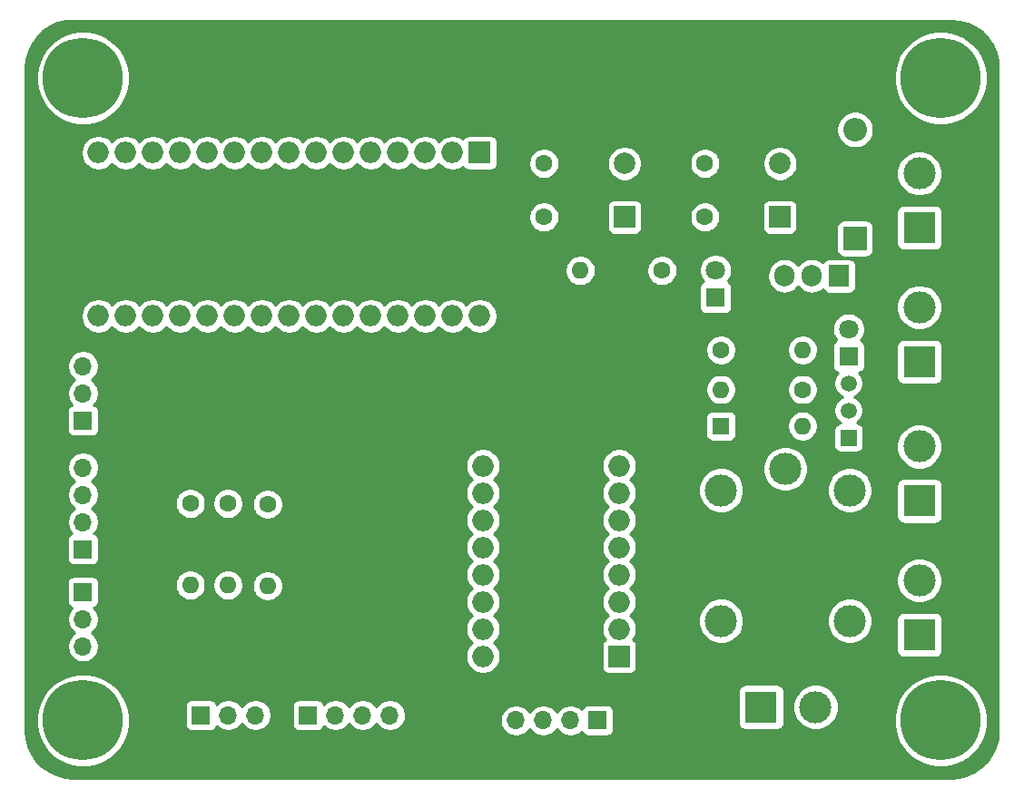
<source format=gbr>
G04 #@! TF.GenerationSoftware,KiCad,Pcbnew,(5.1.5-0-10_14)*
G04 #@! TF.CreationDate,2020-08-14T20:47:27-03:00*
G04 #@! TF.ProjectId,UltraCif,556c7472-6143-4696-962e-6b696361645f,rev?*
G04 #@! TF.SameCoordinates,Original*
G04 #@! TF.FileFunction,Copper,L1,Top*
G04 #@! TF.FilePolarity,Positive*
%FSLAX46Y46*%
G04 Gerber Fmt 4.6, Leading zero omitted, Abs format (unit mm)*
G04 Created by KiCad (PCBNEW (5.1.5-0-10_14)) date 2020-08-14 20:47:27*
%MOMM*%
%LPD*%
G04 APERTURE LIST*
%ADD10O,2.000000X2.000000*%
%ADD11R,2.000000X2.000000*%
%ADD12O,1.600000X1.600000*%
%ADD13C,1.600000*%
%ADD14O,1.700000X1.700000*%
%ADD15R,1.700000X1.700000*%
%ADD16R,1.500000X1.500000*%
%ADD17C,1.500000*%
%ADD18C,3.000000*%
%ADD19R,3.000000X3.000000*%
%ADD20C,7.500000*%
%ADD21O,1.905000X2.000000*%
%ADD22R,1.905000X2.000000*%
%ADD23R,1.600000X1.600000*%
%ADD24C,1.800000*%
%ADD25R,1.800000X1.800000*%
%ADD26O,2.200000X2.200000*%
%ADD27R,2.200000X2.200000*%
%ADD28C,2.000000*%
%ADD29C,0.254000*%
G04 APERTURE END LIST*
D10*
X142440000Y-136240000D03*
X142440000Y-121000000D03*
X178000000Y-136240000D03*
X144980000Y-121000000D03*
X175460000Y-136240000D03*
X147520000Y-121000000D03*
X172920000Y-136240000D03*
X150060000Y-121000000D03*
X170380000Y-136240000D03*
X152600000Y-121000000D03*
X167840000Y-136240000D03*
X155140000Y-121000000D03*
X165300000Y-136240000D03*
X157680000Y-121000000D03*
X162760000Y-136240000D03*
X160220000Y-121000000D03*
X160220000Y-136240000D03*
X162760000Y-121000000D03*
X157680000Y-136240000D03*
X165300000Y-121000000D03*
X155140000Y-136240000D03*
X167840000Y-121000000D03*
X152600000Y-136240000D03*
X170380000Y-121000000D03*
X150060000Y-136240000D03*
X172920000Y-121000000D03*
X147520000Y-136240000D03*
X175460000Y-121000000D03*
X144980000Y-136240000D03*
D11*
X178000000Y-121000000D03*
D12*
X158200000Y-161420000D03*
D13*
X158200000Y-153800000D03*
D14*
X141000000Y-167080000D03*
X141000000Y-164540000D03*
D15*
X141000000Y-162000000D03*
D14*
X141000000Y-150380000D03*
X141000000Y-152920000D03*
X141000000Y-155460000D03*
D15*
X141000000Y-158000000D03*
D16*
X212400000Y-147600000D03*
D17*
X212400000Y-142520000D03*
X212400000Y-145060000D03*
D14*
X181380000Y-174000000D03*
X183920000Y-174000000D03*
X186460000Y-174000000D03*
D15*
X189000000Y-174000000D03*
D12*
X187380000Y-132000000D03*
D13*
X195000000Y-132000000D03*
D10*
X178300000Y-168000000D03*
X191000000Y-150220000D03*
X178300000Y-165460000D03*
X191000000Y-152760000D03*
X178300000Y-162920000D03*
X191000000Y-155300000D03*
X178300000Y-160380000D03*
X191000000Y-157840000D03*
X178300000Y-157840000D03*
X191000000Y-160380000D03*
X178300000Y-155300000D03*
X191000000Y-162920000D03*
X178300000Y-152760000D03*
X191000000Y-165460000D03*
X178300000Y-150220000D03*
D11*
X191000000Y-168000000D03*
D14*
X157080000Y-173500000D03*
X154540000Y-173500000D03*
D15*
X152000000Y-173500000D03*
D14*
X141000000Y-140920000D03*
X141000000Y-143460000D03*
D15*
X141000000Y-146000000D03*
D18*
X219000000Y-148420000D03*
D19*
X219000000Y-153500000D03*
D18*
X209330000Y-172750000D03*
D19*
X204250000Y-172750000D03*
D18*
X219000000Y-122920000D03*
D19*
X219000000Y-128000000D03*
D18*
X219000000Y-135420000D03*
D19*
X219000000Y-140500000D03*
D18*
X219000000Y-160920000D03*
D19*
X219000000Y-166000000D03*
D14*
X169620000Y-173500000D03*
X167080000Y-173500000D03*
X164540000Y-173500000D03*
D15*
X162000000Y-173500000D03*
D20*
X141000000Y-174000000D03*
X141000000Y-114000000D03*
X221000000Y-114000000D03*
X221000000Y-174000000D03*
D12*
X154500000Y-161370000D03*
D13*
X154500000Y-153750000D03*
D12*
X151000000Y-161370000D03*
D13*
X151000000Y-153750000D03*
D21*
X206420000Y-132500000D03*
X208960000Y-132500000D03*
D22*
X211500000Y-132500000D03*
D12*
X208120000Y-139400000D03*
D13*
X200500000Y-139400000D03*
D12*
X208120000Y-146500000D03*
D23*
X200500000Y-146500000D03*
D24*
X212400000Y-137460000D03*
D25*
X212400000Y-140000000D03*
D24*
X200000000Y-131960000D03*
D25*
X200000000Y-134500000D03*
D26*
X213000000Y-118840000D03*
D27*
X213000000Y-129000000D03*
D28*
X191500000Y-122000000D03*
D11*
X191500000Y-127000000D03*
D13*
X184000000Y-122000000D03*
X184000000Y-127000000D03*
X199000000Y-122000000D03*
X199000000Y-127000000D03*
D28*
X206000000Y-122000000D03*
D11*
X206000000Y-127000000D03*
D12*
X200480000Y-143100000D03*
D13*
X208100000Y-143100000D03*
D18*
X206500000Y-150500000D03*
X212500000Y-152500000D03*
X212500000Y-164700000D03*
X200500000Y-164700000D03*
X200500000Y-152500000D03*
D29*
G36*
X222768083Y-108731173D02*
G01*
X223511891Y-108934656D01*
X224207905Y-109266638D01*
X224834130Y-109716626D01*
X225370777Y-110270403D01*
X225800871Y-110910451D01*
X226110829Y-111616553D01*
X226292065Y-112371457D01*
X226340000Y-113024207D01*
X226340001Y-174970597D01*
X226268827Y-175768083D01*
X226065344Y-176511890D01*
X225733363Y-177207904D01*
X225283374Y-177834130D01*
X224729597Y-178370777D01*
X224089549Y-178800871D01*
X223383447Y-179110829D01*
X222628543Y-179292065D01*
X221975793Y-179340000D01*
X140029392Y-179340000D01*
X139231917Y-179268827D01*
X138488110Y-179065344D01*
X137792096Y-178733363D01*
X137165870Y-178283374D01*
X136629223Y-177729597D01*
X136199129Y-177089549D01*
X135889171Y-176383447D01*
X135707935Y-175628543D01*
X135660000Y-174975793D01*
X135660000Y-173568115D01*
X136615000Y-173568115D01*
X136615000Y-174431885D01*
X136783513Y-175279057D01*
X137114064Y-176077076D01*
X137593948Y-176795274D01*
X138204726Y-177406052D01*
X138922924Y-177885936D01*
X139720943Y-178216487D01*
X140568115Y-178385000D01*
X141431885Y-178385000D01*
X142279057Y-178216487D01*
X143077076Y-177885936D01*
X143795274Y-177406052D01*
X144406052Y-176795274D01*
X144885936Y-176077076D01*
X145216487Y-175279057D01*
X145385000Y-174431885D01*
X145385000Y-173568115D01*
X145216487Y-172720943D01*
X145187102Y-172650000D01*
X150511928Y-172650000D01*
X150511928Y-174350000D01*
X150524188Y-174474482D01*
X150560498Y-174594180D01*
X150619463Y-174704494D01*
X150698815Y-174801185D01*
X150795506Y-174880537D01*
X150905820Y-174939502D01*
X151025518Y-174975812D01*
X151150000Y-174988072D01*
X152850000Y-174988072D01*
X152974482Y-174975812D01*
X153094180Y-174939502D01*
X153204494Y-174880537D01*
X153301185Y-174801185D01*
X153380537Y-174704494D01*
X153439502Y-174594180D01*
X153461513Y-174521620D01*
X153593368Y-174653475D01*
X153836589Y-174815990D01*
X154106842Y-174927932D01*
X154393740Y-174985000D01*
X154686260Y-174985000D01*
X154973158Y-174927932D01*
X155243411Y-174815990D01*
X155486632Y-174653475D01*
X155693475Y-174446632D01*
X155810000Y-174272240D01*
X155926525Y-174446632D01*
X156133368Y-174653475D01*
X156376589Y-174815990D01*
X156646842Y-174927932D01*
X156933740Y-174985000D01*
X157226260Y-174985000D01*
X157513158Y-174927932D01*
X157783411Y-174815990D01*
X158026632Y-174653475D01*
X158233475Y-174446632D01*
X158395990Y-174203411D01*
X158507932Y-173933158D01*
X158565000Y-173646260D01*
X158565000Y-173353740D01*
X158507932Y-173066842D01*
X158395990Y-172796589D01*
X158298043Y-172650000D01*
X160511928Y-172650000D01*
X160511928Y-174350000D01*
X160524188Y-174474482D01*
X160560498Y-174594180D01*
X160619463Y-174704494D01*
X160698815Y-174801185D01*
X160795506Y-174880537D01*
X160905820Y-174939502D01*
X161025518Y-174975812D01*
X161150000Y-174988072D01*
X162850000Y-174988072D01*
X162974482Y-174975812D01*
X163094180Y-174939502D01*
X163204494Y-174880537D01*
X163301185Y-174801185D01*
X163380537Y-174704494D01*
X163439502Y-174594180D01*
X163461513Y-174521620D01*
X163593368Y-174653475D01*
X163836589Y-174815990D01*
X164106842Y-174927932D01*
X164393740Y-174985000D01*
X164686260Y-174985000D01*
X164973158Y-174927932D01*
X165243411Y-174815990D01*
X165486632Y-174653475D01*
X165693475Y-174446632D01*
X165810000Y-174272240D01*
X165926525Y-174446632D01*
X166133368Y-174653475D01*
X166376589Y-174815990D01*
X166646842Y-174927932D01*
X166933740Y-174985000D01*
X167226260Y-174985000D01*
X167513158Y-174927932D01*
X167783411Y-174815990D01*
X168026632Y-174653475D01*
X168233475Y-174446632D01*
X168350000Y-174272240D01*
X168466525Y-174446632D01*
X168673368Y-174653475D01*
X168916589Y-174815990D01*
X169186842Y-174927932D01*
X169473740Y-174985000D01*
X169766260Y-174985000D01*
X170053158Y-174927932D01*
X170323411Y-174815990D01*
X170566632Y-174653475D01*
X170773475Y-174446632D01*
X170935990Y-174203411D01*
X171047932Y-173933158D01*
X171063729Y-173853740D01*
X179895000Y-173853740D01*
X179895000Y-174146260D01*
X179952068Y-174433158D01*
X180064010Y-174703411D01*
X180226525Y-174946632D01*
X180433368Y-175153475D01*
X180676589Y-175315990D01*
X180946842Y-175427932D01*
X181233740Y-175485000D01*
X181526260Y-175485000D01*
X181813158Y-175427932D01*
X182083411Y-175315990D01*
X182326632Y-175153475D01*
X182533475Y-174946632D01*
X182650000Y-174772240D01*
X182766525Y-174946632D01*
X182973368Y-175153475D01*
X183216589Y-175315990D01*
X183486842Y-175427932D01*
X183773740Y-175485000D01*
X184066260Y-175485000D01*
X184353158Y-175427932D01*
X184623411Y-175315990D01*
X184866632Y-175153475D01*
X185073475Y-174946632D01*
X185190000Y-174772240D01*
X185306525Y-174946632D01*
X185513368Y-175153475D01*
X185756589Y-175315990D01*
X186026842Y-175427932D01*
X186313740Y-175485000D01*
X186606260Y-175485000D01*
X186893158Y-175427932D01*
X187163411Y-175315990D01*
X187406632Y-175153475D01*
X187538487Y-175021620D01*
X187560498Y-175094180D01*
X187619463Y-175204494D01*
X187698815Y-175301185D01*
X187795506Y-175380537D01*
X187905820Y-175439502D01*
X188025518Y-175475812D01*
X188150000Y-175488072D01*
X189850000Y-175488072D01*
X189974482Y-175475812D01*
X190094180Y-175439502D01*
X190204494Y-175380537D01*
X190301185Y-175301185D01*
X190380537Y-175204494D01*
X190439502Y-175094180D01*
X190475812Y-174974482D01*
X190488072Y-174850000D01*
X190488072Y-173150000D01*
X190475812Y-173025518D01*
X190439502Y-172905820D01*
X190380537Y-172795506D01*
X190301185Y-172698815D01*
X190204494Y-172619463D01*
X190094180Y-172560498D01*
X189974482Y-172524188D01*
X189850000Y-172511928D01*
X188150000Y-172511928D01*
X188025518Y-172524188D01*
X187905820Y-172560498D01*
X187795506Y-172619463D01*
X187698815Y-172698815D01*
X187619463Y-172795506D01*
X187560498Y-172905820D01*
X187538487Y-172978380D01*
X187406632Y-172846525D01*
X187163411Y-172684010D01*
X186893158Y-172572068D01*
X186606260Y-172515000D01*
X186313740Y-172515000D01*
X186026842Y-172572068D01*
X185756589Y-172684010D01*
X185513368Y-172846525D01*
X185306525Y-173053368D01*
X185190000Y-173227760D01*
X185073475Y-173053368D01*
X184866632Y-172846525D01*
X184623411Y-172684010D01*
X184353158Y-172572068D01*
X184066260Y-172515000D01*
X183773740Y-172515000D01*
X183486842Y-172572068D01*
X183216589Y-172684010D01*
X182973368Y-172846525D01*
X182766525Y-173053368D01*
X182650000Y-173227760D01*
X182533475Y-173053368D01*
X182326632Y-172846525D01*
X182083411Y-172684010D01*
X181813158Y-172572068D01*
X181526260Y-172515000D01*
X181233740Y-172515000D01*
X180946842Y-172572068D01*
X180676589Y-172684010D01*
X180433368Y-172846525D01*
X180226525Y-173053368D01*
X180064010Y-173296589D01*
X179952068Y-173566842D01*
X179895000Y-173853740D01*
X171063729Y-173853740D01*
X171105000Y-173646260D01*
X171105000Y-173353740D01*
X171047932Y-173066842D01*
X170935990Y-172796589D01*
X170773475Y-172553368D01*
X170566632Y-172346525D01*
X170323411Y-172184010D01*
X170053158Y-172072068D01*
X169766260Y-172015000D01*
X169473740Y-172015000D01*
X169186842Y-172072068D01*
X168916589Y-172184010D01*
X168673368Y-172346525D01*
X168466525Y-172553368D01*
X168350000Y-172727760D01*
X168233475Y-172553368D01*
X168026632Y-172346525D01*
X167783411Y-172184010D01*
X167513158Y-172072068D01*
X167226260Y-172015000D01*
X166933740Y-172015000D01*
X166646842Y-172072068D01*
X166376589Y-172184010D01*
X166133368Y-172346525D01*
X165926525Y-172553368D01*
X165810000Y-172727760D01*
X165693475Y-172553368D01*
X165486632Y-172346525D01*
X165243411Y-172184010D01*
X164973158Y-172072068D01*
X164686260Y-172015000D01*
X164393740Y-172015000D01*
X164106842Y-172072068D01*
X163836589Y-172184010D01*
X163593368Y-172346525D01*
X163461513Y-172478380D01*
X163439502Y-172405820D01*
X163380537Y-172295506D01*
X163301185Y-172198815D01*
X163204494Y-172119463D01*
X163094180Y-172060498D01*
X162974482Y-172024188D01*
X162850000Y-172011928D01*
X161150000Y-172011928D01*
X161025518Y-172024188D01*
X160905820Y-172060498D01*
X160795506Y-172119463D01*
X160698815Y-172198815D01*
X160619463Y-172295506D01*
X160560498Y-172405820D01*
X160524188Y-172525518D01*
X160511928Y-172650000D01*
X158298043Y-172650000D01*
X158233475Y-172553368D01*
X158026632Y-172346525D01*
X157783411Y-172184010D01*
X157513158Y-172072068D01*
X157226260Y-172015000D01*
X156933740Y-172015000D01*
X156646842Y-172072068D01*
X156376589Y-172184010D01*
X156133368Y-172346525D01*
X155926525Y-172553368D01*
X155810000Y-172727760D01*
X155693475Y-172553368D01*
X155486632Y-172346525D01*
X155243411Y-172184010D01*
X154973158Y-172072068D01*
X154686260Y-172015000D01*
X154393740Y-172015000D01*
X154106842Y-172072068D01*
X153836589Y-172184010D01*
X153593368Y-172346525D01*
X153461513Y-172478380D01*
X153439502Y-172405820D01*
X153380537Y-172295506D01*
X153301185Y-172198815D01*
X153204494Y-172119463D01*
X153094180Y-172060498D01*
X152974482Y-172024188D01*
X152850000Y-172011928D01*
X151150000Y-172011928D01*
X151025518Y-172024188D01*
X150905820Y-172060498D01*
X150795506Y-172119463D01*
X150698815Y-172198815D01*
X150619463Y-172295506D01*
X150560498Y-172405820D01*
X150524188Y-172525518D01*
X150511928Y-172650000D01*
X145187102Y-172650000D01*
X144885936Y-171922924D01*
X144436304Y-171250000D01*
X202111928Y-171250000D01*
X202111928Y-174250000D01*
X202124188Y-174374482D01*
X202160498Y-174494180D01*
X202219463Y-174604494D01*
X202298815Y-174701185D01*
X202395506Y-174780537D01*
X202505820Y-174839502D01*
X202625518Y-174875812D01*
X202750000Y-174888072D01*
X205750000Y-174888072D01*
X205874482Y-174875812D01*
X205994180Y-174839502D01*
X206104494Y-174780537D01*
X206201185Y-174701185D01*
X206280537Y-174604494D01*
X206339502Y-174494180D01*
X206375812Y-174374482D01*
X206388072Y-174250000D01*
X206388072Y-172539721D01*
X207195000Y-172539721D01*
X207195000Y-172960279D01*
X207277047Y-173372756D01*
X207437988Y-173761302D01*
X207671637Y-174110983D01*
X207969017Y-174408363D01*
X208318698Y-174642012D01*
X208707244Y-174802953D01*
X209119721Y-174885000D01*
X209540279Y-174885000D01*
X209952756Y-174802953D01*
X210341302Y-174642012D01*
X210690983Y-174408363D01*
X210988363Y-174110983D01*
X211222012Y-173761302D01*
X211302032Y-173568115D01*
X216615000Y-173568115D01*
X216615000Y-174431885D01*
X216783513Y-175279057D01*
X217114064Y-176077076D01*
X217593948Y-176795274D01*
X218204726Y-177406052D01*
X218922924Y-177885936D01*
X219720943Y-178216487D01*
X220568115Y-178385000D01*
X221431885Y-178385000D01*
X222279057Y-178216487D01*
X223077076Y-177885936D01*
X223795274Y-177406052D01*
X224406052Y-176795274D01*
X224885936Y-176077076D01*
X225216487Y-175279057D01*
X225385000Y-174431885D01*
X225385000Y-173568115D01*
X225216487Y-172720943D01*
X224885936Y-171922924D01*
X224406052Y-171204726D01*
X223795274Y-170593948D01*
X223077076Y-170114064D01*
X222279057Y-169783513D01*
X221431885Y-169615000D01*
X220568115Y-169615000D01*
X219720943Y-169783513D01*
X218922924Y-170114064D01*
X218204726Y-170593948D01*
X217593948Y-171204726D01*
X217114064Y-171922924D01*
X216783513Y-172720943D01*
X216615000Y-173568115D01*
X211302032Y-173568115D01*
X211382953Y-173372756D01*
X211465000Y-172960279D01*
X211465000Y-172539721D01*
X211382953Y-172127244D01*
X211222012Y-171738698D01*
X210988363Y-171389017D01*
X210690983Y-171091637D01*
X210341302Y-170857988D01*
X209952756Y-170697047D01*
X209540279Y-170615000D01*
X209119721Y-170615000D01*
X208707244Y-170697047D01*
X208318698Y-170857988D01*
X207969017Y-171091637D01*
X207671637Y-171389017D01*
X207437988Y-171738698D01*
X207277047Y-172127244D01*
X207195000Y-172539721D01*
X206388072Y-172539721D01*
X206388072Y-171250000D01*
X206375812Y-171125518D01*
X206339502Y-171005820D01*
X206280537Y-170895506D01*
X206201185Y-170798815D01*
X206104494Y-170719463D01*
X205994180Y-170660498D01*
X205874482Y-170624188D01*
X205750000Y-170611928D01*
X202750000Y-170611928D01*
X202625518Y-170624188D01*
X202505820Y-170660498D01*
X202395506Y-170719463D01*
X202298815Y-170798815D01*
X202219463Y-170895506D01*
X202160498Y-171005820D01*
X202124188Y-171125518D01*
X202111928Y-171250000D01*
X144436304Y-171250000D01*
X144406052Y-171204726D01*
X143795274Y-170593948D01*
X143077076Y-170114064D01*
X142279057Y-169783513D01*
X141431885Y-169615000D01*
X140568115Y-169615000D01*
X139720943Y-169783513D01*
X138922924Y-170114064D01*
X138204726Y-170593948D01*
X137593948Y-171204726D01*
X137114064Y-171922924D01*
X136783513Y-172720943D01*
X136615000Y-173568115D01*
X135660000Y-173568115D01*
X135660000Y-161150000D01*
X139511928Y-161150000D01*
X139511928Y-162850000D01*
X139524188Y-162974482D01*
X139560498Y-163094180D01*
X139619463Y-163204494D01*
X139698815Y-163301185D01*
X139795506Y-163380537D01*
X139905820Y-163439502D01*
X139978380Y-163461513D01*
X139846525Y-163593368D01*
X139684010Y-163836589D01*
X139572068Y-164106842D01*
X139515000Y-164393740D01*
X139515000Y-164686260D01*
X139572068Y-164973158D01*
X139684010Y-165243411D01*
X139846525Y-165486632D01*
X140053368Y-165693475D01*
X140227760Y-165810000D01*
X140053368Y-165926525D01*
X139846525Y-166133368D01*
X139684010Y-166376589D01*
X139572068Y-166646842D01*
X139515000Y-166933740D01*
X139515000Y-167226260D01*
X139572068Y-167513158D01*
X139684010Y-167783411D01*
X139846525Y-168026632D01*
X140053368Y-168233475D01*
X140296589Y-168395990D01*
X140566842Y-168507932D01*
X140853740Y-168565000D01*
X141146260Y-168565000D01*
X141433158Y-168507932D01*
X141703411Y-168395990D01*
X141946632Y-168233475D01*
X142153475Y-168026632D01*
X142315990Y-167783411D01*
X142427932Y-167513158D01*
X142485000Y-167226260D01*
X142485000Y-166933740D01*
X142427932Y-166646842D01*
X142315990Y-166376589D01*
X142153475Y-166133368D01*
X141946632Y-165926525D01*
X141772240Y-165810000D01*
X141946632Y-165693475D01*
X142153475Y-165486632D01*
X142315990Y-165243411D01*
X142427932Y-164973158D01*
X142485000Y-164686260D01*
X142485000Y-164393740D01*
X142427932Y-164106842D01*
X142315990Y-163836589D01*
X142153475Y-163593368D01*
X142021620Y-163461513D01*
X142094180Y-163439502D01*
X142204494Y-163380537D01*
X142301185Y-163301185D01*
X142380537Y-163204494D01*
X142439502Y-163094180D01*
X142475812Y-162974482D01*
X142488072Y-162850000D01*
X142488072Y-161228665D01*
X149565000Y-161228665D01*
X149565000Y-161511335D01*
X149620147Y-161788574D01*
X149728320Y-162049727D01*
X149885363Y-162284759D01*
X150085241Y-162484637D01*
X150320273Y-162641680D01*
X150581426Y-162749853D01*
X150858665Y-162805000D01*
X151141335Y-162805000D01*
X151418574Y-162749853D01*
X151679727Y-162641680D01*
X151914759Y-162484637D01*
X152114637Y-162284759D01*
X152271680Y-162049727D01*
X152379853Y-161788574D01*
X152435000Y-161511335D01*
X152435000Y-161228665D01*
X153065000Y-161228665D01*
X153065000Y-161511335D01*
X153120147Y-161788574D01*
X153228320Y-162049727D01*
X153385363Y-162284759D01*
X153585241Y-162484637D01*
X153820273Y-162641680D01*
X154081426Y-162749853D01*
X154358665Y-162805000D01*
X154641335Y-162805000D01*
X154918574Y-162749853D01*
X155179727Y-162641680D01*
X155414759Y-162484637D01*
X155614637Y-162284759D01*
X155771680Y-162049727D01*
X155879853Y-161788574D01*
X155935000Y-161511335D01*
X155935000Y-161278665D01*
X156765000Y-161278665D01*
X156765000Y-161561335D01*
X156820147Y-161838574D01*
X156928320Y-162099727D01*
X157085363Y-162334759D01*
X157285241Y-162534637D01*
X157520273Y-162691680D01*
X157781426Y-162799853D01*
X158058665Y-162855000D01*
X158341335Y-162855000D01*
X158618574Y-162799853D01*
X158879727Y-162691680D01*
X159114759Y-162534637D01*
X159314637Y-162334759D01*
X159471680Y-162099727D01*
X159579853Y-161838574D01*
X159635000Y-161561335D01*
X159635000Y-161278665D01*
X159579853Y-161001426D01*
X159471680Y-160740273D01*
X159314637Y-160505241D01*
X159114759Y-160305363D01*
X158879727Y-160148320D01*
X158618574Y-160040147D01*
X158341335Y-159985000D01*
X158058665Y-159985000D01*
X157781426Y-160040147D01*
X157520273Y-160148320D01*
X157285241Y-160305363D01*
X157085363Y-160505241D01*
X156928320Y-160740273D01*
X156820147Y-161001426D01*
X156765000Y-161278665D01*
X155935000Y-161278665D01*
X155935000Y-161228665D01*
X155879853Y-160951426D01*
X155771680Y-160690273D01*
X155614637Y-160455241D01*
X155414759Y-160255363D01*
X155179727Y-160098320D01*
X154918574Y-159990147D01*
X154641335Y-159935000D01*
X154358665Y-159935000D01*
X154081426Y-159990147D01*
X153820273Y-160098320D01*
X153585241Y-160255363D01*
X153385363Y-160455241D01*
X153228320Y-160690273D01*
X153120147Y-160951426D01*
X153065000Y-161228665D01*
X152435000Y-161228665D01*
X152379853Y-160951426D01*
X152271680Y-160690273D01*
X152114637Y-160455241D01*
X151914759Y-160255363D01*
X151679727Y-160098320D01*
X151418574Y-159990147D01*
X151141335Y-159935000D01*
X150858665Y-159935000D01*
X150581426Y-159990147D01*
X150320273Y-160098320D01*
X150085241Y-160255363D01*
X149885363Y-160455241D01*
X149728320Y-160690273D01*
X149620147Y-160951426D01*
X149565000Y-161228665D01*
X142488072Y-161228665D01*
X142488072Y-161150000D01*
X142475812Y-161025518D01*
X142439502Y-160905820D01*
X142380537Y-160795506D01*
X142301185Y-160698815D01*
X142204494Y-160619463D01*
X142094180Y-160560498D01*
X141974482Y-160524188D01*
X141850000Y-160511928D01*
X140150000Y-160511928D01*
X140025518Y-160524188D01*
X139905820Y-160560498D01*
X139795506Y-160619463D01*
X139698815Y-160698815D01*
X139619463Y-160795506D01*
X139560498Y-160905820D01*
X139524188Y-161025518D01*
X139511928Y-161150000D01*
X135660000Y-161150000D01*
X135660000Y-157150000D01*
X139511928Y-157150000D01*
X139511928Y-158850000D01*
X139524188Y-158974482D01*
X139560498Y-159094180D01*
X139619463Y-159204494D01*
X139698815Y-159301185D01*
X139795506Y-159380537D01*
X139905820Y-159439502D01*
X140025518Y-159475812D01*
X140150000Y-159488072D01*
X141850000Y-159488072D01*
X141974482Y-159475812D01*
X142094180Y-159439502D01*
X142204494Y-159380537D01*
X142301185Y-159301185D01*
X142380537Y-159204494D01*
X142439502Y-159094180D01*
X142475812Y-158974482D01*
X142488072Y-158850000D01*
X142488072Y-157150000D01*
X142475812Y-157025518D01*
X142439502Y-156905820D01*
X142380537Y-156795506D01*
X142301185Y-156698815D01*
X142204494Y-156619463D01*
X142094180Y-156560498D01*
X142021620Y-156538487D01*
X142153475Y-156406632D01*
X142315990Y-156163411D01*
X142427932Y-155893158D01*
X142485000Y-155606260D01*
X142485000Y-155313740D01*
X142427932Y-155026842D01*
X142315990Y-154756589D01*
X142153475Y-154513368D01*
X141946632Y-154306525D01*
X141772240Y-154190000D01*
X141946632Y-154073475D01*
X142153475Y-153866632D01*
X142315990Y-153623411D01*
X142322097Y-153608665D01*
X149565000Y-153608665D01*
X149565000Y-153891335D01*
X149620147Y-154168574D01*
X149728320Y-154429727D01*
X149885363Y-154664759D01*
X150085241Y-154864637D01*
X150320273Y-155021680D01*
X150581426Y-155129853D01*
X150858665Y-155185000D01*
X151141335Y-155185000D01*
X151418574Y-155129853D01*
X151679727Y-155021680D01*
X151914759Y-154864637D01*
X152114637Y-154664759D01*
X152271680Y-154429727D01*
X152379853Y-154168574D01*
X152435000Y-153891335D01*
X152435000Y-153608665D01*
X153065000Y-153608665D01*
X153065000Y-153891335D01*
X153120147Y-154168574D01*
X153228320Y-154429727D01*
X153385363Y-154664759D01*
X153585241Y-154864637D01*
X153820273Y-155021680D01*
X154081426Y-155129853D01*
X154358665Y-155185000D01*
X154641335Y-155185000D01*
X154918574Y-155129853D01*
X155179727Y-155021680D01*
X155414759Y-154864637D01*
X155614637Y-154664759D01*
X155771680Y-154429727D01*
X155879853Y-154168574D01*
X155935000Y-153891335D01*
X155935000Y-153658665D01*
X156765000Y-153658665D01*
X156765000Y-153941335D01*
X156820147Y-154218574D01*
X156928320Y-154479727D01*
X157085363Y-154714759D01*
X157285241Y-154914637D01*
X157520273Y-155071680D01*
X157781426Y-155179853D01*
X158058665Y-155235000D01*
X158341335Y-155235000D01*
X158618574Y-155179853D01*
X158879727Y-155071680D01*
X159114759Y-154914637D01*
X159314637Y-154714759D01*
X159471680Y-154479727D01*
X159579853Y-154218574D01*
X159635000Y-153941335D01*
X159635000Y-153658665D01*
X159579853Y-153381426D01*
X159471680Y-153120273D01*
X159314637Y-152885241D01*
X159114759Y-152685363D01*
X158879727Y-152528320D01*
X158618574Y-152420147D01*
X158341335Y-152365000D01*
X158058665Y-152365000D01*
X157781426Y-152420147D01*
X157520273Y-152528320D01*
X157285241Y-152685363D01*
X157085363Y-152885241D01*
X156928320Y-153120273D01*
X156820147Y-153381426D01*
X156765000Y-153658665D01*
X155935000Y-153658665D01*
X155935000Y-153608665D01*
X155879853Y-153331426D01*
X155771680Y-153070273D01*
X155614637Y-152835241D01*
X155414759Y-152635363D01*
X155179727Y-152478320D01*
X154918574Y-152370147D01*
X154641335Y-152315000D01*
X154358665Y-152315000D01*
X154081426Y-152370147D01*
X153820273Y-152478320D01*
X153585241Y-152635363D01*
X153385363Y-152835241D01*
X153228320Y-153070273D01*
X153120147Y-153331426D01*
X153065000Y-153608665D01*
X152435000Y-153608665D01*
X152379853Y-153331426D01*
X152271680Y-153070273D01*
X152114637Y-152835241D01*
X151914759Y-152635363D01*
X151679727Y-152478320D01*
X151418574Y-152370147D01*
X151141335Y-152315000D01*
X150858665Y-152315000D01*
X150581426Y-152370147D01*
X150320273Y-152478320D01*
X150085241Y-152635363D01*
X149885363Y-152835241D01*
X149728320Y-153070273D01*
X149620147Y-153331426D01*
X149565000Y-153608665D01*
X142322097Y-153608665D01*
X142427932Y-153353158D01*
X142485000Y-153066260D01*
X142485000Y-152773740D01*
X142427932Y-152486842D01*
X142315990Y-152216589D01*
X142153475Y-151973368D01*
X141946632Y-151766525D01*
X141772240Y-151650000D01*
X141946632Y-151533475D01*
X142153475Y-151326632D01*
X142315990Y-151083411D01*
X142427932Y-150813158D01*
X142485000Y-150526260D01*
X142485000Y-150233740D01*
X142450236Y-150058967D01*
X176665000Y-150058967D01*
X176665000Y-150381033D01*
X176727832Y-150696912D01*
X176851082Y-150994463D01*
X177030013Y-151262252D01*
X177257748Y-151489987D01*
X177257767Y-151490000D01*
X177257748Y-151490013D01*
X177030013Y-151717748D01*
X176851082Y-151985537D01*
X176727832Y-152283088D01*
X176665000Y-152598967D01*
X176665000Y-152921033D01*
X176727832Y-153236912D01*
X176851082Y-153534463D01*
X177030013Y-153802252D01*
X177257748Y-154029987D01*
X177257767Y-154030000D01*
X177257748Y-154030013D01*
X177030013Y-154257748D01*
X176851082Y-154525537D01*
X176727832Y-154823088D01*
X176665000Y-155138967D01*
X176665000Y-155461033D01*
X176727832Y-155776912D01*
X176851082Y-156074463D01*
X177030013Y-156342252D01*
X177257748Y-156569987D01*
X177257767Y-156570000D01*
X177257748Y-156570013D01*
X177030013Y-156797748D01*
X176851082Y-157065537D01*
X176727832Y-157363088D01*
X176665000Y-157678967D01*
X176665000Y-158001033D01*
X176727832Y-158316912D01*
X176851082Y-158614463D01*
X177030013Y-158882252D01*
X177257748Y-159109987D01*
X177257767Y-159110000D01*
X177257748Y-159110013D01*
X177030013Y-159337748D01*
X176851082Y-159605537D01*
X176727832Y-159903088D01*
X176665000Y-160218967D01*
X176665000Y-160541033D01*
X176727832Y-160856912D01*
X176851082Y-161154463D01*
X177030013Y-161422252D01*
X177257748Y-161649987D01*
X177257767Y-161650000D01*
X177257748Y-161650013D01*
X177030013Y-161877748D01*
X176851082Y-162145537D01*
X176727832Y-162443088D01*
X176665000Y-162758967D01*
X176665000Y-163081033D01*
X176727832Y-163396912D01*
X176851082Y-163694463D01*
X177030013Y-163962252D01*
X177257748Y-164189987D01*
X177257767Y-164190000D01*
X177257748Y-164190013D01*
X177030013Y-164417748D01*
X176851082Y-164685537D01*
X176727832Y-164983088D01*
X176665000Y-165298967D01*
X176665000Y-165621033D01*
X176727832Y-165936912D01*
X176851082Y-166234463D01*
X177030013Y-166502252D01*
X177257748Y-166729987D01*
X177257767Y-166730000D01*
X177257748Y-166730013D01*
X177030013Y-166957748D01*
X176851082Y-167225537D01*
X176727832Y-167523088D01*
X176665000Y-167838967D01*
X176665000Y-168161033D01*
X176727832Y-168476912D01*
X176851082Y-168774463D01*
X177030013Y-169042252D01*
X177257748Y-169269987D01*
X177525537Y-169448918D01*
X177823088Y-169572168D01*
X178138967Y-169635000D01*
X178461033Y-169635000D01*
X178776912Y-169572168D01*
X179074463Y-169448918D01*
X179342252Y-169269987D01*
X179569987Y-169042252D01*
X179748918Y-168774463D01*
X179872168Y-168476912D01*
X179935000Y-168161033D01*
X179935000Y-167838967D01*
X179872168Y-167523088D01*
X179748918Y-167225537D01*
X179598219Y-167000000D01*
X189361928Y-167000000D01*
X189361928Y-169000000D01*
X189374188Y-169124482D01*
X189410498Y-169244180D01*
X189469463Y-169354494D01*
X189548815Y-169451185D01*
X189645506Y-169530537D01*
X189755820Y-169589502D01*
X189875518Y-169625812D01*
X190000000Y-169638072D01*
X192000000Y-169638072D01*
X192124482Y-169625812D01*
X192244180Y-169589502D01*
X192354494Y-169530537D01*
X192451185Y-169451185D01*
X192530537Y-169354494D01*
X192589502Y-169244180D01*
X192625812Y-169124482D01*
X192638072Y-169000000D01*
X192638072Y-167000000D01*
X192625812Y-166875518D01*
X192589502Y-166755820D01*
X192530537Y-166645506D01*
X192451185Y-166548815D01*
X192354494Y-166469463D01*
X192308370Y-166444809D01*
X192448918Y-166234463D01*
X192572168Y-165936912D01*
X192635000Y-165621033D01*
X192635000Y-165298967D01*
X192572168Y-164983088D01*
X192448918Y-164685537D01*
X192318078Y-164489721D01*
X198365000Y-164489721D01*
X198365000Y-164910279D01*
X198447047Y-165322756D01*
X198607988Y-165711302D01*
X198841637Y-166060983D01*
X199139017Y-166358363D01*
X199488698Y-166592012D01*
X199877244Y-166752953D01*
X200289721Y-166835000D01*
X200710279Y-166835000D01*
X201122756Y-166752953D01*
X201511302Y-166592012D01*
X201860983Y-166358363D01*
X202158363Y-166060983D01*
X202392012Y-165711302D01*
X202552953Y-165322756D01*
X202635000Y-164910279D01*
X202635000Y-164489721D01*
X210365000Y-164489721D01*
X210365000Y-164910279D01*
X210447047Y-165322756D01*
X210607988Y-165711302D01*
X210841637Y-166060983D01*
X211139017Y-166358363D01*
X211488698Y-166592012D01*
X211877244Y-166752953D01*
X212289721Y-166835000D01*
X212710279Y-166835000D01*
X213122756Y-166752953D01*
X213511302Y-166592012D01*
X213860983Y-166358363D01*
X214158363Y-166060983D01*
X214392012Y-165711302D01*
X214552953Y-165322756D01*
X214635000Y-164910279D01*
X214635000Y-164500000D01*
X216861928Y-164500000D01*
X216861928Y-167500000D01*
X216874188Y-167624482D01*
X216910498Y-167744180D01*
X216969463Y-167854494D01*
X217048815Y-167951185D01*
X217145506Y-168030537D01*
X217255820Y-168089502D01*
X217375518Y-168125812D01*
X217500000Y-168138072D01*
X220500000Y-168138072D01*
X220624482Y-168125812D01*
X220744180Y-168089502D01*
X220854494Y-168030537D01*
X220951185Y-167951185D01*
X221030537Y-167854494D01*
X221089502Y-167744180D01*
X221125812Y-167624482D01*
X221138072Y-167500000D01*
X221138072Y-164500000D01*
X221125812Y-164375518D01*
X221089502Y-164255820D01*
X221030537Y-164145506D01*
X220951185Y-164048815D01*
X220854494Y-163969463D01*
X220744180Y-163910498D01*
X220624482Y-163874188D01*
X220500000Y-163861928D01*
X217500000Y-163861928D01*
X217375518Y-163874188D01*
X217255820Y-163910498D01*
X217145506Y-163969463D01*
X217048815Y-164048815D01*
X216969463Y-164145506D01*
X216910498Y-164255820D01*
X216874188Y-164375518D01*
X216861928Y-164500000D01*
X214635000Y-164500000D01*
X214635000Y-164489721D01*
X214552953Y-164077244D01*
X214392012Y-163688698D01*
X214158363Y-163339017D01*
X213860983Y-163041637D01*
X213511302Y-162807988D01*
X213122756Y-162647047D01*
X212710279Y-162565000D01*
X212289721Y-162565000D01*
X211877244Y-162647047D01*
X211488698Y-162807988D01*
X211139017Y-163041637D01*
X210841637Y-163339017D01*
X210607988Y-163688698D01*
X210447047Y-164077244D01*
X210365000Y-164489721D01*
X202635000Y-164489721D01*
X202552953Y-164077244D01*
X202392012Y-163688698D01*
X202158363Y-163339017D01*
X201860983Y-163041637D01*
X201511302Y-162807988D01*
X201122756Y-162647047D01*
X200710279Y-162565000D01*
X200289721Y-162565000D01*
X199877244Y-162647047D01*
X199488698Y-162807988D01*
X199139017Y-163041637D01*
X198841637Y-163339017D01*
X198607988Y-163688698D01*
X198447047Y-164077244D01*
X198365000Y-164489721D01*
X192318078Y-164489721D01*
X192269987Y-164417748D01*
X192042252Y-164190013D01*
X192042233Y-164190000D01*
X192042252Y-164189987D01*
X192269987Y-163962252D01*
X192448918Y-163694463D01*
X192572168Y-163396912D01*
X192635000Y-163081033D01*
X192635000Y-162758967D01*
X192572168Y-162443088D01*
X192448918Y-162145537D01*
X192269987Y-161877748D01*
X192042252Y-161650013D01*
X192042233Y-161650000D01*
X192042252Y-161649987D01*
X192269987Y-161422252D01*
X192448918Y-161154463D01*
X192572168Y-160856912D01*
X192601445Y-160709721D01*
X216865000Y-160709721D01*
X216865000Y-161130279D01*
X216947047Y-161542756D01*
X217107988Y-161931302D01*
X217341637Y-162280983D01*
X217639017Y-162578363D01*
X217988698Y-162812012D01*
X218377244Y-162972953D01*
X218789721Y-163055000D01*
X219210279Y-163055000D01*
X219622756Y-162972953D01*
X220011302Y-162812012D01*
X220360983Y-162578363D01*
X220658363Y-162280983D01*
X220892012Y-161931302D01*
X221052953Y-161542756D01*
X221135000Y-161130279D01*
X221135000Y-160709721D01*
X221052953Y-160297244D01*
X220892012Y-159908698D01*
X220658363Y-159559017D01*
X220360983Y-159261637D01*
X220011302Y-159027988D01*
X219622756Y-158867047D01*
X219210279Y-158785000D01*
X218789721Y-158785000D01*
X218377244Y-158867047D01*
X217988698Y-159027988D01*
X217639017Y-159261637D01*
X217341637Y-159559017D01*
X217107988Y-159908698D01*
X216947047Y-160297244D01*
X216865000Y-160709721D01*
X192601445Y-160709721D01*
X192635000Y-160541033D01*
X192635000Y-160218967D01*
X192572168Y-159903088D01*
X192448918Y-159605537D01*
X192269987Y-159337748D01*
X192042252Y-159110013D01*
X192042233Y-159110000D01*
X192042252Y-159109987D01*
X192269987Y-158882252D01*
X192448918Y-158614463D01*
X192572168Y-158316912D01*
X192635000Y-158001033D01*
X192635000Y-157678967D01*
X192572168Y-157363088D01*
X192448918Y-157065537D01*
X192269987Y-156797748D01*
X192042252Y-156570013D01*
X192042233Y-156570000D01*
X192042252Y-156569987D01*
X192269987Y-156342252D01*
X192448918Y-156074463D01*
X192572168Y-155776912D01*
X192635000Y-155461033D01*
X192635000Y-155138967D01*
X192572168Y-154823088D01*
X192448918Y-154525537D01*
X192269987Y-154257748D01*
X192042252Y-154030013D01*
X192042233Y-154030000D01*
X192042252Y-154029987D01*
X192269987Y-153802252D01*
X192448918Y-153534463D01*
X192572168Y-153236912D01*
X192635000Y-152921033D01*
X192635000Y-152598967D01*
X192573488Y-152289721D01*
X198365000Y-152289721D01*
X198365000Y-152710279D01*
X198447047Y-153122756D01*
X198607988Y-153511302D01*
X198841637Y-153860983D01*
X199139017Y-154158363D01*
X199488698Y-154392012D01*
X199877244Y-154552953D01*
X200289721Y-154635000D01*
X200710279Y-154635000D01*
X201122756Y-154552953D01*
X201511302Y-154392012D01*
X201860983Y-154158363D01*
X202158363Y-153860983D01*
X202392012Y-153511302D01*
X202552953Y-153122756D01*
X202635000Y-152710279D01*
X202635000Y-152289721D01*
X202552953Y-151877244D01*
X202392012Y-151488698D01*
X202158363Y-151139017D01*
X201860983Y-150841637D01*
X201511302Y-150607988D01*
X201122756Y-150447047D01*
X200710279Y-150365000D01*
X200289721Y-150365000D01*
X199877244Y-150447047D01*
X199488698Y-150607988D01*
X199139017Y-150841637D01*
X198841637Y-151139017D01*
X198607988Y-151488698D01*
X198447047Y-151877244D01*
X198365000Y-152289721D01*
X192573488Y-152289721D01*
X192572168Y-152283088D01*
X192448918Y-151985537D01*
X192269987Y-151717748D01*
X192042252Y-151490013D01*
X192042233Y-151490000D01*
X192042252Y-151489987D01*
X192269987Y-151262252D01*
X192448918Y-150994463D01*
X192572168Y-150696912D01*
X192635000Y-150381033D01*
X192635000Y-150289721D01*
X204365000Y-150289721D01*
X204365000Y-150710279D01*
X204447047Y-151122756D01*
X204607988Y-151511302D01*
X204841637Y-151860983D01*
X205139017Y-152158363D01*
X205488698Y-152392012D01*
X205877244Y-152552953D01*
X206289721Y-152635000D01*
X206710279Y-152635000D01*
X207122756Y-152552953D01*
X207511302Y-152392012D01*
X207664391Y-152289721D01*
X210365000Y-152289721D01*
X210365000Y-152710279D01*
X210447047Y-153122756D01*
X210607988Y-153511302D01*
X210841637Y-153860983D01*
X211139017Y-154158363D01*
X211488698Y-154392012D01*
X211877244Y-154552953D01*
X212289721Y-154635000D01*
X212710279Y-154635000D01*
X213122756Y-154552953D01*
X213511302Y-154392012D01*
X213860983Y-154158363D01*
X214158363Y-153860983D01*
X214392012Y-153511302D01*
X214552953Y-153122756D01*
X214635000Y-152710279D01*
X214635000Y-152289721D01*
X214577371Y-152000000D01*
X216861928Y-152000000D01*
X216861928Y-155000000D01*
X216874188Y-155124482D01*
X216910498Y-155244180D01*
X216969463Y-155354494D01*
X217048815Y-155451185D01*
X217145506Y-155530537D01*
X217255820Y-155589502D01*
X217375518Y-155625812D01*
X217500000Y-155638072D01*
X220500000Y-155638072D01*
X220624482Y-155625812D01*
X220744180Y-155589502D01*
X220854494Y-155530537D01*
X220951185Y-155451185D01*
X221030537Y-155354494D01*
X221089502Y-155244180D01*
X221125812Y-155124482D01*
X221138072Y-155000000D01*
X221138072Y-152000000D01*
X221125812Y-151875518D01*
X221089502Y-151755820D01*
X221030537Y-151645506D01*
X220951185Y-151548815D01*
X220854494Y-151469463D01*
X220744180Y-151410498D01*
X220624482Y-151374188D01*
X220500000Y-151361928D01*
X217500000Y-151361928D01*
X217375518Y-151374188D01*
X217255820Y-151410498D01*
X217145506Y-151469463D01*
X217048815Y-151548815D01*
X216969463Y-151645506D01*
X216910498Y-151755820D01*
X216874188Y-151875518D01*
X216861928Y-152000000D01*
X214577371Y-152000000D01*
X214552953Y-151877244D01*
X214392012Y-151488698D01*
X214158363Y-151139017D01*
X213860983Y-150841637D01*
X213511302Y-150607988D01*
X213122756Y-150447047D01*
X212710279Y-150365000D01*
X212289721Y-150365000D01*
X211877244Y-150447047D01*
X211488698Y-150607988D01*
X211139017Y-150841637D01*
X210841637Y-151139017D01*
X210607988Y-151488698D01*
X210447047Y-151877244D01*
X210365000Y-152289721D01*
X207664391Y-152289721D01*
X207860983Y-152158363D01*
X208158363Y-151860983D01*
X208392012Y-151511302D01*
X208552953Y-151122756D01*
X208635000Y-150710279D01*
X208635000Y-150289721D01*
X208552953Y-149877244D01*
X208392012Y-149488698D01*
X208158363Y-149139017D01*
X207860983Y-148841637D01*
X207511302Y-148607988D01*
X207122756Y-148447047D01*
X206710279Y-148365000D01*
X206289721Y-148365000D01*
X205877244Y-148447047D01*
X205488698Y-148607988D01*
X205139017Y-148841637D01*
X204841637Y-149139017D01*
X204607988Y-149488698D01*
X204447047Y-149877244D01*
X204365000Y-150289721D01*
X192635000Y-150289721D01*
X192635000Y-150058967D01*
X192572168Y-149743088D01*
X192448918Y-149445537D01*
X192269987Y-149177748D01*
X192042252Y-148950013D01*
X191774463Y-148771082D01*
X191476912Y-148647832D01*
X191161033Y-148585000D01*
X190838967Y-148585000D01*
X190523088Y-148647832D01*
X190225537Y-148771082D01*
X189957748Y-148950013D01*
X189730013Y-149177748D01*
X189551082Y-149445537D01*
X189427832Y-149743088D01*
X189365000Y-150058967D01*
X189365000Y-150381033D01*
X189427832Y-150696912D01*
X189551082Y-150994463D01*
X189730013Y-151262252D01*
X189957748Y-151489987D01*
X189957767Y-151490000D01*
X189957748Y-151490013D01*
X189730013Y-151717748D01*
X189551082Y-151985537D01*
X189427832Y-152283088D01*
X189365000Y-152598967D01*
X189365000Y-152921033D01*
X189427832Y-153236912D01*
X189551082Y-153534463D01*
X189730013Y-153802252D01*
X189957748Y-154029987D01*
X189957767Y-154030000D01*
X189957748Y-154030013D01*
X189730013Y-154257748D01*
X189551082Y-154525537D01*
X189427832Y-154823088D01*
X189365000Y-155138967D01*
X189365000Y-155461033D01*
X189427832Y-155776912D01*
X189551082Y-156074463D01*
X189730013Y-156342252D01*
X189957748Y-156569987D01*
X189957767Y-156570000D01*
X189957748Y-156570013D01*
X189730013Y-156797748D01*
X189551082Y-157065537D01*
X189427832Y-157363088D01*
X189365000Y-157678967D01*
X189365000Y-158001033D01*
X189427832Y-158316912D01*
X189551082Y-158614463D01*
X189730013Y-158882252D01*
X189957748Y-159109987D01*
X189957767Y-159110000D01*
X189957748Y-159110013D01*
X189730013Y-159337748D01*
X189551082Y-159605537D01*
X189427832Y-159903088D01*
X189365000Y-160218967D01*
X189365000Y-160541033D01*
X189427832Y-160856912D01*
X189551082Y-161154463D01*
X189730013Y-161422252D01*
X189957748Y-161649987D01*
X189957767Y-161650000D01*
X189957748Y-161650013D01*
X189730013Y-161877748D01*
X189551082Y-162145537D01*
X189427832Y-162443088D01*
X189365000Y-162758967D01*
X189365000Y-163081033D01*
X189427832Y-163396912D01*
X189551082Y-163694463D01*
X189730013Y-163962252D01*
X189957748Y-164189987D01*
X189957767Y-164190000D01*
X189957748Y-164190013D01*
X189730013Y-164417748D01*
X189551082Y-164685537D01*
X189427832Y-164983088D01*
X189365000Y-165298967D01*
X189365000Y-165621033D01*
X189427832Y-165936912D01*
X189551082Y-166234463D01*
X189691630Y-166444809D01*
X189645506Y-166469463D01*
X189548815Y-166548815D01*
X189469463Y-166645506D01*
X189410498Y-166755820D01*
X189374188Y-166875518D01*
X189361928Y-167000000D01*
X179598219Y-167000000D01*
X179569987Y-166957748D01*
X179342252Y-166730013D01*
X179342233Y-166730000D01*
X179342252Y-166729987D01*
X179569987Y-166502252D01*
X179748918Y-166234463D01*
X179872168Y-165936912D01*
X179935000Y-165621033D01*
X179935000Y-165298967D01*
X179872168Y-164983088D01*
X179748918Y-164685537D01*
X179569987Y-164417748D01*
X179342252Y-164190013D01*
X179342233Y-164190000D01*
X179342252Y-164189987D01*
X179569987Y-163962252D01*
X179748918Y-163694463D01*
X179872168Y-163396912D01*
X179935000Y-163081033D01*
X179935000Y-162758967D01*
X179872168Y-162443088D01*
X179748918Y-162145537D01*
X179569987Y-161877748D01*
X179342252Y-161650013D01*
X179342233Y-161650000D01*
X179342252Y-161649987D01*
X179569987Y-161422252D01*
X179748918Y-161154463D01*
X179872168Y-160856912D01*
X179935000Y-160541033D01*
X179935000Y-160218967D01*
X179872168Y-159903088D01*
X179748918Y-159605537D01*
X179569987Y-159337748D01*
X179342252Y-159110013D01*
X179342233Y-159110000D01*
X179342252Y-159109987D01*
X179569987Y-158882252D01*
X179748918Y-158614463D01*
X179872168Y-158316912D01*
X179935000Y-158001033D01*
X179935000Y-157678967D01*
X179872168Y-157363088D01*
X179748918Y-157065537D01*
X179569987Y-156797748D01*
X179342252Y-156570013D01*
X179342233Y-156570000D01*
X179342252Y-156569987D01*
X179569987Y-156342252D01*
X179748918Y-156074463D01*
X179872168Y-155776912D01*
X179935000Y-155461033D01*
X179935000Y-155138967D01*
X179872168Y-154823088D01*
X179748918Y-154525537D01*
X179569987Y-154257748D01*
X179342252Y-154030013D01*
X179342233Y-154030000D01*
X179342252Y-154029987D01*
X179569987Y-153802252D01*
X179748918Y-153534463D01*
X179872168Y-153236912D01*
X179935000Y-152921033D01*
X179935000Y-152598967D01*
X179872168Y-152283088D01*
X179748918Y-151985537D01*
X179569987Y-151717748D01*
X179342252Y-151490013D01*
X179342233Y-151490000D01*
X179342252Y-151489987D01*
X179569987Y-151262252D01*
X179748918Y-150994463D01*
X179872168Y-150696912D01*
X179935000Y-150381033D01*
X179935000Y-150058967D01*
X179872168Y-149743088D01*
X179748918Y-149445537D01*
X179569987Y-149177748D01*
X179342252Y-148950013D01*
X179074463Y-148771082D01*
X178776912Y-148647832D01*
X178461033Y-148585000D01*
X178138967Y-148585000D01*
X177823088Y-148647832D01*
X177525537Y-148771082D01*
X177257748Y-148950013D01*
X177030013Y-149177748D01*
X176851082Y-149445537D01*
X176727832Y-149743088D01*
X176665000Y-150058967D01*
X142450236Y-150058967D01*
X142427932Y-149946842D01*
X142315990Y-149676589D01*
X142153475Y-149433368D01*
X141946632Y-149226525D01*
X141703411Y-149064010D01*
X141433158Y-148952068D01*
X141146260Y-148895000D01*
X140853740Y-148895000D01*
X140566842Y-148952068D01*
X140296589Y-149064010D01*
X140053368Y-149226525D01*
X139846525Y-149433368D01*
X139684010Y-149676589D01*
X139572068Y-149946842D01*
X139515000Y-150233740D01*
X139515000Y-150526260D01*
X139572068Y-150813158D01*
X139684010Y-151083411D01*
X139846525Y-151326632D01*
X140053368Y-151533475D01*
X140227760Y-151650000D01*
X140053368Y-151766525D01*
X139846525Y-151973368D01*
X139684010Y-152216589D01*
X139572068Y-152486842D01*
X139515000Y-152773740D01*
X139515000Y-153066260D01*
X139572068Y-153353158D01*
X139684010Y-153623411D01*
X139846525Y-153866632D01*
X140053368Y-154073475D01*
X140227760Y-154190000D01*
X140053368Y-154306525D01*
X139846525Y-154513368D01*
X139684010Y-154756589D01*
X139572068Y-155026842D01*
X139515000Y-155313740D01*
X139515000Y-155606260D01*
X139572068Y-155893158D01*
X139684010Y-156163411D01*
X139846525Y-156406632D01*
X139978380Y-156538487D01*
X139905820Y-156560498D01*
X139795506Y-156619463D01*
X139698815Y-156698815D01*
X139619463Y-156795506D01*
X139560498Y-156905820D01*
X139524188Y-157025518D01*
X139511928Y-157150000D01*
X135660000Y-157150000D01*
X135660000Y-145150000D01*
X139511928Y-145150000D01*
X139511928Y-146850000D01*
X139524188Y-146974482D01*
X139560498Y-147094180D01*
X139619463Y-147204494D01*
X139698815Y-147301185D01*
X139795506Y-147380537D01*
X139905820Y-147439502D01*
X140025518Y-147475812D01*
X140150000Y-147488072D01*
X141850000Y-147488072D01*
X141974482Y-147475812D01*
X142094180Y-147439502D01*
X142204494Y-147380537D01*
X142301185Y-147301185D01*
X142380537Y-147204494D01*
X142439502Y-147094180D01*
X142475812Y-146974482D01*
X142488072Y-146850000D01*
X142488072Y-145700000D01*
X199061928Y-145700000D01*
X199061928Y-147300000D01*
X199074188Y-147424482D01*
X199110498Y-147544180D01*
X199169463Y-147654494D01*
X199248815Y-147751185D01*
X199345506Y-147830537D01*
X199455820Y-147889502D01*
X199575518Y-147925812D01*
X199700000Y-147938072D01*
X201300000Y-147938072D01*
X201424482Y-147925812D01*
X201544180Y-147889502D01*
X201654494Y-147830537D01*
X201751185Y-147751185D01*
X201830537Y-147654494D01*
X201889502Y-147544180D01*
X201925812Y-147424482D01*
X201938072Y-147300000D01*
X201938072Y-146358665D01*
X206685000Y-146358665D01*
X206685000Y-146641335D01*
X206740147Y-146918574D01*
X206848320Y-147179727D01*
X207005363Y-147414759D01*
X207205241Y-147614637D01*
X207440273Y-147771680D01*
X207701426Y-147879853D01*
X207978665Y-147935000D01*
X208261335Y-147935000D01*
X208538574Y-147879853D01*
X208799727Y-147771680D01*
X209034759Y-147614637D01*
X209234637Y-147414759D01*
X209391680Y-147179727D01*
X209499853Y-146918574D01*
X209555000Y-146641335D01*
X209555000Y-146358665D01*
X209499853Y-146081426D01*
X209391680Y-145820273D01*
X209234637Y-145585241D01*
X209034759Y-145385363D01*
X208799727Y-145228320D01*
X208538574Y-145120147D01*
X208261335Y-145065000D01*
X207978665Y-145065000D01*
X207701426Y-145120147D01*
X207440273Y-145228320D01*
X207205241Y-145385363D01*
X207005363Y-145585241D01*
X206848320Y-145820273D01*
X206740147Y-146081426D01*
X206685000Y-146358665D01*
X201938072Y-146358665D01*
X201938072Y-145700000D01*
X201925812Y-145575518D01*
X201889502Y-145455820D01*
X201830537Y-145345506D01*
X201751185Y-145248815D01*
X201654494Y-145169463D01*
X201544180Y-145110498D01*
X201424482Y-145074188D01*
X201300000Y-145061928D01*
X199700000Y-145061928D01*
X199575518Y-145074188D01*
X199455820Y-145110498D01*
X199345506Y-145169463D01*
X199248815Y-145248815D01*
X199169463Y-145345506D01*
X199110498Y-145455820D01*
X199074188Y-145575518D01*
X199061928Y-145700000D01*
X142488072Y-145700000D01*
X142488072Y-145150000D01*
X142475812Y-145025518D01*
X142439502Y-144905820D01*
X142380537Y-144795506D01*
X142301185Y-144698815D01*
X142204494Y-144619463D01*
X142094180Y-144560498D01*
X142021620Y-144538487D01*
X142153475Y-144406632D01*
X142315990Y-144163411D01*
X142427932Y-143893158D01*
X142485000Y-143606260D01*
X142485000Y-143313740D01*
X142427932Y-143026842D01*
X142399693Y-142958665D01*
X199045000Y-142958665D01*
X199045000Y-143241335D01*
X199100147Y-143518574D01*
X199208320Y-143779727D01*
X199365363Y-144014759D01*
X199565241Y-144214637D01*
X199800273Y-144371680D01*
X200061426Y-144479853D01*
X200338665Y-144535000D01*
X200621335Y-144535000D01*
X200898574Y-144479853D01*
X201159727Y-144371680D01*
X201394759Y-144214637D01*
X201594637Y-144014759D01*
X201751680Y-143779727D01*
X201859853Y-143518574D01*
X201915000Y-143241335D01*
X201915000Y-142958665D01*
X206665000Y-142958665D01*
X206665000Y-143241335D01*
X206720147Y-143518574D01*
X206828320Y-143779727D01*
X206985363Y-144014759D01*
X207185241Y-144214637D01*
X207420273Y-144371680D01*
X207681426Y-144479853D01*
X207958665Y-144535000D01*
X208241335Y-144535000D01*
X208518574Y-144479853D01*
X208779727Y-144371680D01*
X209014759Y-144214637D01*
X209214637Y-144014759D01*
X209371680Y-143779727D01*
X209479853Y-143518574D01*
X209535000Y-143241335D01*
X209535000Y-142958665D01*
X209479853Y-142681426D01*
X209371680Y-142420273D01*
X209214637Y-142185241D01*
X209014759Y-141985363D01*
X208779727Y-141828320D01*
X208518574Y-141720147D01*
X208241335Y-141665000D01*
X207958665Y-141665000D01*
X207681426Y-141720147D01*
X207420273Y-141828320D01*
X207185241Y-141985363D01*
X206985363Y-142185241D01*
X206828320Y-142420273D01*
X206720147Y-142681426D01*
X206665000Y-142958665D01*
X201915000Y-142958665D01*
X201859853Y-142681426D01*
X201751680Y-142420273D01*
X201594637Y-142185241D01*
X201394759Y-141985363D01*
X201159727Y-141828320D01*
X200898574Y-141720147D01*
X200621335Y-141665000D01*
X200338665Y-141665000D01*
X200061426Y-141720147D01*
X199800273Y-141828320D01*
X199565241Y-141985363D01*
X199365363Y-142185241D01*
X199208320Y-142420273D01*
X199100147Y-142681426D01*
X199045000Y-142958665D01*
X142399693Y-142958665D01*
X142315990Y-142756589D01*
X142153475Y-142513368D01*
X141946632Y-142306525D01*
X141772240Y-142190000D01*
X141946632Y-142073475D01*
X142153475Y-141866632D01*
X142315990Y-141623411D01*
X142427932Y-141353158D01*
X142485000Y-141066260D01*
X142485000Y-140773740D01*
X142427932Y-140486842D01*
X142315990Y-140216589D01*
X142153475Y-139973368D01*
X141946632Y-139766525D01*
X141703411Y-139604010D01*
X141433158Y-139492068D01*
X141146260Y-139435000D01*
X140853740Y-139435000D01*
X140566842Y-139492068D01*
X140296589Y-139604010D01*
X140053368Y-139766525D01*
X139846525Y-139973368D01*
X139684010Y-140216589D01*
X139572068Y-140486842D01*
X139515000Y-140773740D01*
X139515000Y-141066260D01*
X139572068Y-141353158D01*
X139684010Y-141623411D01*
X139846525Y-141866632D01*
X140053368Y-142073475D01*
X140227760Y-142190000D01*
X140053368Y-142306525D01*
X139846525Y-142513368D01*
X139684010Y-142756589D01*
X139572068Y-143026842D01*
X139515000Y-143313740D01*
X139515000Y-143606260D01*
X139572068Y-143893158D01*
X139684010Y-144163411D01*
X139846525Y-144406632D01*
X139978380Y-144538487D01*
X139905820Y-144560498D01*
X139795506Y-144619463D01*
X139698815Y-144698815D01*
X139619463Y-144795506D01*
X139560498Y-144905820D01*
X139524188Y-145025518D01*
X139511928Y-145150000D01*
X135660000Y-145150000D01*
X135660000Y-139258665D01*
X199065000Y-139258665D01*
X199065000Y-139541335D01*
X199120147Y-139818574D01*
X199228320Y-140079727D01*
X199385363Y-140314759D01*
X199585241Y-140514637D01*
X199820273Y-140671680D01*
X200081426Y-140779853D01*
X200358665Y-140835000D01*
X200641335Y-140835000D01*
X200918574Y-140779853D01*
X201179727Y-140671680D01*
X201414759Y-140514637D01*
X201614637Y-140314759D01*
X201771680Y-140079727D01*
X201879853Y-139818574D01*
X201935000Y-139541335D01*
X201935000Y-139258665D01*
X206685000Y-139258665D01*
X206685000Y-139541335D01*
X206740147Y-139818574D01*
X206848320Y-140079727D01*
X207005363Y-140314759D01*
X207205241Y-140514637D01*
X207440273Y-140671680D01*
X207701426Y-140779853D01*
X207978665Y-140835000D01*
X208261335Y-140835000D01*
X208538574Y-140779853D01*
X208799727Y-140671680D01*
X209034759Y-140514637D01*
X209234637Y-140314759D01*
X209391680Y-140079727D01*
X209499853Y-139818574D01*
X209555000Y-139541335D01*
X209555000Y-139258665D01*
X209523440Y-139100000D01*
X210861928Y-139100000D01*
X210861928Y-140900000D01*
X210874188Y-141024482D01*
X210910498Y-141144180D01*
X210969463Y-141254494D01*
X211048815Y-141351185D01*
X211145506Y-141430537D01*
X211255820Y-141489502D01*
X211375518Y-141525812D01*
X211430125Y-141531190D01*
X211324201Y-141637114D01*
X211172629Y-141863957D01*
X211068225Y-142116011D01*
X211015000Y-142383589D01*
X211015000Y-142656411D01*
X211068225Y-142923989D01*
X211172629Y-143176043D01*
X211324201Y-143402886D01*
X211517114Y-143595799D01*
X211743957Y-143747371D01*
X211846873Y-143790000D01*
X211743957Y-143832629D01*
X211517114Y-143984201D01*
X211324201Y-144177114D01*
X211172629Y-144403957D01*
X211068225Y-144656011D01*
X211015000Y-144923589D01*
X211015000Y-145196411D01*
X211068225Y-145463989D01*
X211172629Y-145716043D01*
X211324201Y-145942886D01*
X211517114Y-146135799D01*
X211633483Y-146213555D01*
X211525518Y-146224188D01*
X211405820Y-146260498D01*
X211295506Y-146319463D01*
X211198815Y-146398815D01*
X211119463Y-146495506D01*
X211060498Y-146605820D01*
X211024188Y-146725518D01*
X211011928Y-146850000D01*
X211011928Y-148350000D01*
X211024188Y-148474482D01*
X211060498Y-148594180D01*
X211119463Y-148704494D01*
X211198815Y-148801185D01*
X211295506Y-148880537D01*
X211405820Y-148939502D01*
X211525518Y-148975812D01*
X211650000Y-148988072D01*
X213150000Y-148988072D01*
X213274482Y-148975812D01*
X213394180Y-148939502D01*
X213504494Y-148880537D01*
X213601185Y-148801185D01*
X213680537Y-148704494D01*
X213739502Y-148594180D01*
X213775812Y-148474482D01*
X213788072Y-148350000D01*
X213788072Y-148209721D01*
X216865000Y-148209721D01*
X216865000Y-148630279D01*
X216947047Y-149042756D01*
X217107988Y-149431302D01*
X217341637Y-149780983D01*
X217639017Y-150078363D01*
X217988698Y-150312012D01*
X218377244Y-150472953D01*
X218789721Y-150555000D01*
X219210279Y-150555000D01*
X219622756Y-150472953D01*
X220011302Y-150312012D01*
X220360983Y-150078363D01*
X220658363Y-149780983D01*
X220892012Y-149431302D01*
X221052953Y-149042756D01*
X221135000Y-148630279D01*
X221135000Y-148209721D01*
X221052953Y-147797244D01*
X220892012Y-147408698D01*
X220658363Y-147059017D01*
X220360983Y-146761637D01*
X220011302Y-146527988D01*
X219622756Y-146367047D01*
X219210279Y-146285000D01*
X218789721Y-146285000D01*
X218377244Y-146367047D01*
X217988698Y-146527988D01*
X217639017Y-146761637D01*
X217341637Y-147059017D01*
X217107988Y-147408698D01*
X216947047Y-147797244D01*
X216865000Y-148209721D01*
X213788072Y-148209721D01*
X213788072Y-146850000D01*
X213775812Y-146725518D01*
X213739502Y-146605820D01*
X213680537Y-146495506D01*
X213601185Y-146398815D01*
X213504494Y-146319463D01*
X213394180Y-146260498D01*
X213274482Y-146224188D01*
X213166517Y-146213555D01*
X213282886Y-146135799D01*
X213475799Y-145942886D01*
X213627371Y-145716043D01*
X213731775Y-145463989D01*
X213785000Y-145196411D01*
X213785000Y-144923589D01*
X213731775Y-144656011D01*
X213627371Y-144403957D01*
X213475799Y-144177114D01*
X213282886Y-143984201D01*
X213056043Y-143832629D01*
X212953127Y-143790000D01*
X213056043Y-143747371D01*
X213282886Y-143595799D01*
X213475799Y-143402886D01*
X213627371Y-143176043D01*
X213731775Y-142923989D01*
X213785000Y-142656411D01*
X213785000Y-142383589D01*
X213731775Y-142116011D01*
X213627371Y-141863957D01*
X213475799Y-141637114D01*
X213369875Y-141531190D01*
X213424482Y-141525812D01*
X213544180Y-141489502D01*
X213654494Y-141430537D01*
X213751185Y-141351185D01*
X213830537Y-141254494D01*
X213889502Y-141144180D01*
X213925812Y-141024482D01*
X213938072Y-140900000D01*
X213938072Y-139100000D01*
X213928224Y-139000000D01*
X216861928Y-139000000D01*
X216861928Y-142000000D01*
X216874188Y-142124482D01*
X216910498Y-142244180D01*
X216969463Y-142354494D01*
X217048815Y-142451185D01*
X217145506Y-142530537D01*
X217255820Y-142589502D01*
X217375518Y-142625812D01*
X217500000Y-142638072D01*
X220500000Y-142638072D01*
X220624482Y-142625812D01*
X220744180Y-142589502D01*
X220854494Y-142530537D01*
X220951185Y-142451185D01*
X221030537Y-142354494D01*
X221089502Y-142244180D01*
X221125812Y-142124482D01*
X221138072Y-142000000D01*
X221138072Y-139000000D01*
X221125812Y-138875518D01*
X221089502Y-138755820D01*
X221030537Y-138645506D01*
X220951185Y-138548815D01*
X220854494Y-138469463D01*
X220744180Y-138410498D01*
X220624482Y-138374188D01*
X220500000Y-138361928D01*
X217500000Y-138361928D01*
X217375518Y-138374188D01*
X217255820Y-138410498D01*
X217145506Y-138469463D01*
X217048815Y-138548815D01*
X216969463Y-138645506D01*
X216910498Y-138755820D01*
X216874188Y-138875518D01*
X216861928Y-139000000D01*
X213928224Y-139000000D01*
X213925812Y-138975518D01*
X213889502Y-138855820D01*
X213830537Y-138745506D01*
X213751185Y-138648815D01*
X213654494Y-138569463D01*
X213544180Y-138510498D01*
X213525873Y-138504944D01*
X213592312Y-138438505D01*
X213760299Y-138187095D01*
X213876011Y-137907743D01*
X213935000Y-137611184D01*
X213935000Y-137308816D01*
X213876011Y-137012257D01*
X213760299Y-136732905D01*
X213592312Y-136481495D01*
X213378505Y-136267688D01*
X213127095Y-136099701D01*
X212847743Y-135983989D01*
X212551184Y-135925000D01*
X212248816Y-135925000D01*
X211952257Y-135983989D01*
X211672905Y-136099701D01*
X211421495Y-136267688D01*
X211207688Y-136481495D01*
X211039701Y-136732905D01*
X210923989Y-137012257D01*
X210865000Y-137308816D01*
X210865000Y-137611184D01*
X210923989Y-137907743D01*
X211039701Y-138187095D01*
X211207688Y-138438505D01*
X211274127Y-138504944D01*
X211255820Y-138510498D01*
X211145506Y-138569463D01*
X211048815Y-138648815D01*
X210969463Y-138745506D01*
X210910498Y-138855820D01*
X210874188Y-138975518D01*
X210861928Y-139100000D01*
X209523440Y-139100000D01*
X209499853Y-138981426D01*
X209391680Y-138720273D01*
X209234637Y-138485241D01*
X209034759Y-138285363D01*
X208799727Y-138128320D01*
X208538574Y-138020147D01*
X208261335Y-137965000D01*
X207978665Y-137965000D01*
X207701426Y-138020147D01*
X207440273Y-138128320D01*
X207205241Y-138285363D01*
X207005363Y-138485241D01*
X206848320Y-138720273D01*
X206740147Y-138981426D01*
X206685000Y-139258665D01*
X201935000Y-139258665D01*
X201879853Y-138981426D01*
X201771680Y-138720273D01*
X201614637Y-138485241D01*
X201414759Y-138285363D01*
X201179727Y-138128320D01*
X200918574Y-138020147D01*
X200641335Y-137965000D01*
X200358665Y-137965000D01*
X200081426Y-138020147D01*
X199820273Y-138128320D01*
X199585241Y-138285363D01*
X199385363Y-138485241D01*
X199228320Y-138720273D01*
X199120147Y-138981426D01*
X199065000Y-139258665D01*
X135660000Y-139258665D01*
X135660000Y-136078967D01*
X140805000Y-136078967D01*
X140805000Y-136401033D01*
X140867832Y-136716912D01*
X140991082Y-137014463D01*
X141170013Y-137282252D01*
X141397748Y-137509987D01*
X141665537Y-137688918D01*
X141963088Y-137812168D01*
X142278967Y-137875000D01*
X142601033Y-137875000D01*
X142916912Y-137812168D01*
X143214463Y-137688918D01*
X143482252Y-137509987D01*
X143709987Y-137282252D01*
X143710000Y-137282233D01*
X143710013Y-137282252D01*
X143937748Y-137509987D01*
X144205537Y-137688918D01*
X144503088Y-137812168D01*
X144818967Y-137875000D01*
X145141033Y-137875000D01*
X145456912Y-137812168D01*
X145754463Y-137688918D01*
X146022252Y-137509987D01*
X146249987Y-137282252D01*
X146250000Y-137282233D01*
X146250013Y-137282252D01*
X146477748Y-137509987D01*
X146745537Y-137688918D01*
X147043088Y-137812168D01*
X147358967Y-137875000D01*
X147681033Y-137875000D01*
X147996912Y-137812168D01*
X148294463Y-137688918D01*
X148562252Y-137509987D01*
X148789987Y-137282252D01*
X148790000Y-137282233D01*
X148790013Y-137282252D01*
X149017748Y-137509987D01*
X149285537Y-137688918D01*
X149583088Y-137812168D01*
X149898967Y-137875000D01*
X150221033Y-137875000D01*
X150536912Y-137812168D01*
X150834463Y-137688918D01*
X151102252Y-137509987D01*
X151329987Y-137282252D01*
X151330000Y-137282233D01*
X151330013Y-137282252D01*
X151557748Y-137509987D01*
X151825537Y-137688918D01*
X152123088Y-137812168D01*
X152438967Y-137875000D01*
X152761033Y-137875000D01*
X153076912Y-137812168D01*
X153374463Y-137688918D01*
X153642252Y-137509987D01*
X153869987Y-137282252D01*
X153870000Y-137282233D01*
X153870013Y-137282252D01*
X154097748Y-137509987D01*
X154365537Y-137688918D01*
X154663088Y-137812168D01*
X154978967Y-137875000D01*
X155301033Y-137875000D01*
X155616912Y-137812168D01*
X155914463Y-137688918D01*
X156182252Y-137509987D01*
X156409987Y-137282252D01*
X156410000Y-137282233D01*
X156410013Y-137282252D01*
X156637748Y-137509987D01*
X156905537Y-137688918D01*
X157203088Y-137812168D01*
X157518967Y-137875000D01*
X157841033Y-137875000D01*
X158156912Y-137812168D01*
X158454463Y-137688918D01*
X158722252Y-137509987D01*
X158949987Y-137282252D01*
X158950000Y-137282233D01*
X158950013Y-137282252D01*
X159177748Y-137509987D01*
X159445537Y-137688918D01*
X159743088Y-137812168D01*
X160058967Y-137875000D01*
X160381033Y-137875000D01*
X160696912Y-137812168D01*
X160994463Y-137688918D01*
X161262252Y-137509987D01*
X161489987Y-137282252D01*
X161490000Y-137282233D01*
X161490013Y-137282252D01*
X161717748Y-137509987D01*
X161985537Y-137688918D01*
X162283088Y-137812168D01*
X162598967Y-137875000D01*
X162921033Y-137875000D01*
X163236912Y-137812168D01*
X163534463Y-137688918D01*
X163802252Y-137509987D01*
X164029987Y-137282252D01*
X164030000Y-137282233D01*
X164030013Y-137282252D01*
X164257748Y-137509987D01*
X164525537Y-137688918D01*
X164823088Y-137812168D01*
X165138967Y-137875000D01*
X165461033Y-137875000D01*
X165776912Y-137812168D01*
X166074463Y-137688918D01*
X166342252Y-137509987D01*
X166569987Y-137282252D01*
X166570000Y-137282233D01*
X166570013Y-137282252D01*
X166797748Y-137509987D01*
X167065537Y-137688918D01*
X167363088Y-137812168D01*
X167678967Y-137875000D01*
X168001033Y-137875000D01*
X168316912Y-137812168D01*
X168614463Y-137688918D01*
X168882252Y-137509987D01*
X169109987Y-137282252D01*
X169110000Y-137282233D01*
X169110013Y-137282252D01*
X169337748Y-137509987D01*
X169605537Y-137688918D01*
X169903088Y-137812168D01*
X170218967Y-137875000D01*
X170541033Y-137875000D01*
X170856912Y-137812168D01*
X171154463Y-137688918D01*
X171422252Y-137509987D01*
X171649987Y-137282252D01*
X171650000Y-137282233D01*
X171650013Y-137282252D01*
X171877748Y-137509987D01*
X172145537Y-137688918D01*
X172443088Y-137812168D01*
X172758967Y-137875000D01*
X173081033Y-137875000D01*
X173396912Y-137812168D01*
X173694463Y-137688918D01*
X173962252Y-137509987D01*
X174189987Y-137282252D01*
X174190000Y-137282233D01*
X174190013Y-137282252D01*
X174417748Y-137509987D01*
X174685537Y-137688918D01*
X174983088Y-137812168D01*
X175298967Y-137875000D01*
X175621033Y-137875000D01*
X175936912Y-137812168D01*
X176234463Y-137688918D01*
X176502252Y-137509987D01*
X176729987Y-137282252D01*
X176730000Y-137282233D01*
X176730013Y-137282252D01*
X176957748Y-137509987D01*
X177225537Y-137688918D01*
X177523088Y-137812168D01*
X177838967Y-137875000D01*
X178161033Y-137875000D01*
X178476912Y-137812168D01*
X178774463Y-137688918D01*
X179042252Y-137509987D01*
X179269987Y-137282252D01*
X179448918Y-137014463D01*
X179572168Y-136716912D01*
X179635000Y-136401033D01*
X179635000Y-136078967D01*
X179572168Y-135763088D01*
X179448918Y-135465537D01*
X179269987Y-135197748D01*
X179042252Y-134970013D01*
X178774463Y-134791082D01*
X178476912Y-134667832D01*
X178161033Y-134605000D01*
X177838967Y-134605000D01*
X177523088Y-134667832D01*
X177225537Y-134791082D01*
X176957748Y-134970013D01*
X176730013Y-135197748D01*
X176730000Y-135197767D01*
X176729987Y-135197748D01*
X176502252Y-134970013D01*
X176234463Y-134791082D01*
X175936912Y-134667832D01*
X175621033Y-134605000D01*
X175298967Y-134605000D01*
X174983088Y-134667832D01*
X174685537Y-134791082D01*
X174417748Y-134970013D01*
X174190013Y-135197748D01*
X174190000Y-135197767D01*
X174189987Y-135197748D01*
X173962252Y-134970013D01*
X173694463Y-134791082D01*
X173396912Y-134667832D01*
X173081033Y-134605000D01*
X172758967Y-134605000D01*
X172443088Y-134667832D01*
X172145537Y-134791082D01*
X171877748Y-134970013D01*
X171650013Y-135197748D01*
X171650000Y-135197767D01*
X171649987Y-135197748D01*
X171422252Y-134970013D01*
X171154463Y-134791082D01*
X170856912Y-134667832D01*
X170541033Y-134605000D01*
X170218967Y-134605000D01*
X169903088Y-134667832D01*
X169605537Y-134791082D01*
X169337748Y-134970013D01*
X169110013Y-135197748D01*
X169110000Y-135197767D01*
X169109987Y-135197748D01*
X168882252Y-134970013D01*
X168614463Y-134791082D01*
X168316912Y-134667832D01*
X168001033Y-134605000D01*
X167678967Y-134605000D01*
X167363088Y-134667832D01*
X167065537Y-134791082D01*
X166797748Y-134970013D01*
X166570013Y-135197748D01*
X166570000Y-135197767D01*
X166569987Y-135197748D01*
X166342252Y-134970013D01*
X166074463Y-134791082D01*
X165776912Y-134667832D01*
X165461033Y-134605000D01*
X165138967Y-134605000D01*
X164823088Y-134667832D01*
X164525537Y-134791082D01*
X164257748Y-134970013D01*
X164030013Y-135197748D01*
X164030000Y-135197767D01*
X164029987Y-135197748D01*
X163802252Y-134970013D01*
X163534463Y-134791082D01*
X163236912Y-134667832D01*
X162921033Y-134605000D01*
X162598967Y-134605000D01*
X162283088Y-134667832D01*
X161985537Y-134791082D01*
X161717748Y-134970013D01*
X161490013Y-135197748D01*
X161490000Y-135197767D01*
X161489987Y-135197748D01*
X161262252Y-134970013D01*
X160994463Y-134791082D01*
X160696912Y-134667832D01*
X160381033Y-134605000D01*
X160058967Y-134605000D01*
X159743088Y-134667832D01*
X159445537Y-134791082D01*
X159177748Y-134970013D01*
X158950013Y-135197748D01*
X158950000Y-135197767D01*
X158949987Y-135197748D01*
X158722252Y-134970013D01*
X158454463Y-134791082D01*
X158156912Y-134667832D01*
X157841033Y-134605000D01*
X157518967Y-134605000D01*
X157203088Y-134667832D01*
X156905537Y-134791082D01*
X156637748Y-134970013D01*
X156410013Y-135197748D01*
X156410000Y-135197767D01*
X156409987Y-135197748D01*
X156182252Y-134970013D01*
X155914463Y-134791082D01*
X155616912Y-134667832D01*
X155301033Y-134605000D01*
X154978967Y-134605000D01*
X154663088Y-134667832D01*
X154365537Y-134791082D01*
X154097748Y-134970013D01*
X153870013Y-135197748D01*
X153870000Y-135197767D01*
X153869987Y-135197748D01*
X153642252Y-134970013D01*
X153374463Y-134791082D01*
X153076912Y-134667832D01*
X152761033Y-134605000D01*
X152438967Y-134605000D01*
X152123088Y-134667832D01*
X151825537Y-134791082D01*
X151557748Y-134970013D01*
X151330013Y-135197748D01*
X151330000Y-135197767D01*
X151329987Y-135197748D01*
X151102252Y-134970013D01*
X150834463Y-134791082D01*
X150536912Y-134667832D01*
X150221033Y-134605000D01*
X149898967Y-134605000D01*
X149583088Y-134667832D01*
X149285537Y-134791082D01*
X149017748Y-134970013D01*
X148790013Y-135197748D01*
X148790000Y-135197767D01*
X148789987Y-135197748D01*
X148562252Y-134970013D01*
X148294463Y-134791082D01*
X147996912Y-134667832D01*
X147681033Y-134605000D01*
X147358967Y-134605000D01*
X147043088Y-134667832D01*
X146745537Y-134791082D01*
X146477748Y-134970013D01*
X146250013Y-135197748D01*
X146250000Y-135197767D01*
X146249987Y-135197748D01*
X146022252Y-134970013D01*
X145754463Y-134791082D01*
X145456912Y-134667832D01*
X145141033Y-134605000D01*
X144818967Y-134605000D01*
X144503088Y-134667832D01*
X144205537Y-134791082D01*
X143937748Y-134970013D01*
X143710013Y-135197748D01*
X143710000Y-135197767D01*
X143709987Y-135197748D01*
X143482252Y-134970013D01*
X143214463Y-134791082D01*
X142916912Y-134667832D01*
X142601033Y-134605000D01*
X142278967Y-134605000D01*
X141963088Y-134667832D01*
X141665537Y-134791082D01*
X141397748Y-134970013D01*
X141170013Y-135197748D01*
X140991082Y-135465537D01*
X140867832Y-135763088D01*
X140805000Y-136078967D01*
X135660000Y-136078967D01*
X135660000Y-133600000D01*
X198461928Y-133600000D01*
X198461928Y-135400000D01*
X198474188Y-135524482D01*
X198510498Y-135644180D01*
X198569463Y-135754494D01*
X198648815Y-135851185D01*
X198745506Y-135930537D01*
X198855820Y-135989502D01*
X198975518Y-136025812D01*
X199100000Y-136038072D01*
X200900000Y-136038072D01*
X201024482Y-136025812D01*
X201144180Y-135989502D01*
X201254494Y-135930537D01*
X201351185Y-135851185D01*
X201430537Y-135754494D01*
X201489502Y-135644180D01*
X201525812Y-135524482D01*
X201538072Y-135400000D01*
X201538072Y-135209721D01*
X216865000Y-135209721D01*
X216865000Y-135630279D01*
X216947047Y-136042756D01*
X217107988Y-136431302D01*
X217341637Y-136780983D01*
X217639017Y-137078363D01*
X217988698Y-137312012D01*
X218377244Y-137472953D01*
X218789721Y-137555000D01*
X219210279Y-137555000D01*
X219622756Y-137472953D01*
X220011302Y-137312012D01*
X220360983Y-137078363D01*
X220658363Y-136780983D01*
X220892012Y-136431302D01*
X221052953Y-136042756D01*
X221135000Y-135630279D01*
X221135000Y-135209721D01*
X221052953Y-134797244D01*
X220892012Y-134408698D01*
X220658363Y-134059017D01*
X220360983Y-133761637D01*
X220011302Y-133527988D01*
X219622756Y-133367047D01*
X219210279Y-133285000D01*
X218789721Y-133285000D01*
X218377244Y-133367047D01*
X217988698Y-133527988D01*
X217639017Y-133761637D01*
X217341637Y-134059017D01*
X217107988Y-134408698D01*
X216947047Y-134797244D01*
X216865000Y-135209721D01*
X201538072Y-135209721D01*
X201538072Y-133600000D01*
X201525812Y-133475518D01*
X201489502Y-133355820D01*
X201430537Y-133245506D01*
X201351185Y-133148815D01*
X201254494Y-133069463D01*
X201144180Y-133010498D01*
X201125873Y-133004944D01*
X201192312Y-132938505D01*
X201360299Y-132687095D01*
X201476011Y-132407743D01*
X201482620Y-132374514D01*
X204832500Y-132374514D01*
X204832500Y-132625485D01*
X204855470Y-132858703D01*
X204946245Y-133157948D01*
X205093655Y-133433734D01*
X205292037Y-133675463D01*
X205533765Y-133873845D01*
X205809551Y-134021255D01*
X206108796Y-134112030D01*
X206420000Y-134142681D01*
X206731203Y-134112030D01*
X207030448Y-134021255D01*
X207306234Y-133873845D01*
X207547963Y-133675463D01*
X207690000Y-133502391D01*
X207832037Y-133675463D01*
X208073765Y-133873845D01*
X208349551Y-134021255D01*
X208648796Y-134112030D01*
X208960000Y-134142681D01*
X209271203Y-134112030D01*
X209570448Y-134021255D01*
X209846234Y-133873845D01*
X209972095Y-133770553D01*
X210016963Y-133854494D01*
X210096315Y-133951185D01*
X210193006Y-134030537D01*
X210303320Y-134089502D01*
X210423018Y-134125812D01*
X210547500Y-134138072D01*
X212452500Y-134138072D01*
X212576982Y-134125812D01*
X212696680Y-134089502D01*
X212806994Y-134030537D01*
X212903685Y-133951185D01*
X212983037Y-133854494D01*
X213042002Y-133744180D01*
X213078312Y-133624482D01*
X213090572Y-133500000D01*
X213090572Y-131500000D01*
X213078312Y-131375518D01*
X213042002Y-131255820D01*
X212983037Y-131145506D01*
X212903685Y-131048815D01*
X212806994Y-130969463D01*
X212696680Y-130910498D01*
X212576982Y-130874188D01*
X212452500Y-130861928D01*
X210547500Y-130861928D01*
X210423018Y-130874188D01*
X210303320Y-130910498D01*
X210193006Y-130969463D01*
X210096315Y-131048815D01*
X210016963Y-131145506D01*
X209972095Y-131229446D01*
X209846235Y-131126155D01*
X209570449Y-130978745D01*
X209271204Y-130887970D01*
X208960000Y-130857319D01*
X208648797Y-130887970D01*
X208349552Y-130978745D01*
X208073766Y-131126155D01*
X207832037Y-131324537D01*
X207690000Y-131497609D01*
X207547963Y-131324537D01*
X207306235Y-131126155D01*
X207030449Y-130978745D01*
X206731204Y-130887970D01*
X206420000Y-130857319D01*
X206108797Y-130887970D01*
X205809552Y-130978745D01*
X205533766Y-131126155D01*
X205292037Y-131324537D01*
X205093655Y-131566265D01*
X204946245Y-131842051D01*
X204855470Y-132141296D01*
X204832500Y-132374514D01*
X201482620Y-132374514D01*
X201535000Y-132111184D01*
X201535000Y-131808816D01*
X201476011Y-131512257D01*
X201360299Y-131232905D01*
X201192312Y-130981495D01*
X200978505Y-130767688D01*
X200727095Y-130599701D01*
X200447743Y-130483989D01*
X200151184Y-130425000D01*
X199848816Y-130425000D01*
X199552257Y-130483989D01*
X199272905Y-130599701D01*
X199021495Y-130767688D01*
X198807688Y-130981495D01*
X198639701Y-131232905D01*
X198523989Y-131512257D01*
X198465000Y-131808816D01*
X198465000Y-132111184D01*
X198523989Y-132407743D01*
X198639701Y-132687095D01*
X198807688Y-132938505D01*
X198874127Y-133004944D01*
X198855820Y-133010498D01*
X198745506Y-133069463D01*
X198648815Y-133148815D01*
X198569463Y-133245506D01*
X198510498Y-133355820D01*
X198474188Y-133475518D01*
X198461928Y-133600000D01*
X135660000Y-133600000D01*
X135660000Y-131858665D01*
X185945000Y-131858665D01*
X185945000Y-132141335D01*
X186000147Y-132418574D01*
X186108320Y-132679727D01*
X186265363Y-132914759D01*
X186465241Y-133114637D01*
X186700273Y-133271680D01*
X186961426Y-133379853D01*
X187238665Y-133435000D01*
X187521335Y-133435000D01*
X187798574Y-133379853D01*
X188059727Y-133271680D01*
X188294759Y-133114637D01*
X188494637Y-132914759D01*
X188651680Y-132679727D01*
X188759853Y-132418574D01*
X188815000Y-132141335D01*
X188815000Y-131858665D01*
X193565000Y-131858665D01*
X193565000Y-132141335D01*
X193620147Y-132418574D01*
X193728320Y-132679727D01*
X193885363Y-132914759D01*
X194085241Y-133114637D01*
X194320273Y-133271680D01*
X194581426Y-133379853D01*
X194858665Y-133435000D01*
X195141335Y-133435000D01*
X195418574Y-133379853D01*
X195679727Y-133271680D01*
X195914759Y-133114637D01*
X196114637Y-132914759D01*
X196271680Y-132679727D01*
X196379853Y-132418574D01*
X196435000Y-132141335D01*
X196435000Y-131858665D01*
X196379853Y-131581426D01*
X196271680Y-131320273D01*
X196114637Y-131085241D01*
X195914759Y-130885363D01*
X195679727Y-130728320D01*
X195418574Y-130620147D01*
X195141335Y-130565000D01*
X194858665Y-130565000D01*
X194581426Y-130620147D01*
X194320273Y-130728320D01*
X194085241Y-130885363D01*
X193885363Y-131085241D01*
X193728320Y-131320273D01*
X193620147Y-131581426D01*
X193565000Y-131858665D01*
X188815000Y-131858665D01*
X188759853Y-131581426D01*
X188651680Y-131320273D01*
X188494637Y-131085241D01*
X188294759Y-130885363D01*
X188059727Y-130728320D01*
X187798574Y-130620147D01*
X187521335Y-130565000D01*
X187238665Y-130565000D01*
X186961426Y-130620147D01*
X186700273Y-130728320D01*
X186465241Y-130885363D01*
X186265363Y-131085241D01*
X186108320Y-131320273D01*
X186000147Y-131581426D01*
X185945000Y-131858665D01*
X135660000Y-131858665D01*
X135660000Y-126858665D01*
X182565000Y-126858665D01*
X182565000Y-127141335D01*
X182620147Y-127418574D01*
X182728320Y-127679727D01*
X182885363Y-127914759D01*
X183085241Y-128114637D01*
X183320273Y-128271680D01*
X183581426Y-128379853D01*
X183858665Y-128435000D01*
X184141335Y-128435000D01*
X184418574Y-128379853D01*
X184679727Y-128271680D01*
X184914759Y-128114637D01*
X185114637Y-127914759D01*
X185271680Y-127679727D01*
X185379853Y-127418574D01*
X185435000Y-127141335D01*
X185435000Y-126858665D01*
X185379853Y-126581426D01*
X185271680Y-126320273D01*
X185114637Y-126085241D01*
X185029396Y-126000000D01*
X189861928Y-126000000D01*
X189861928Y-128000000D01*
X189874188Y-128124482D01*
X189910498Y-128244180D01*
X189969463Y-128354494D01*
X190048815Y-128451185D01*
X190145506Y-128530537D01*
X190255820Y-128589502D01*
X190375518Y-128625812D01*
X190500000Y-128638072D01*
X192500000Y-128638072D01*
X192624482Y-128625812D01*
X192744180Y-128589502D01*
X192854494Y-128530537D01*
X192951185Y-128451185D01*
X193030537Y-128354494D01*
X193089502Y-128244180D01*
X193125812Y-128124482D01*
X193138072Y-128000000D01*
X193138072Y-126858665D01*
X197565000Y-126858665D01*
X197565000Y-127141335D01*
X197620147Y-127418574D01*
X197728320Y-127679727D01*
X197885363Y-127914759D01*
X198085241Y-128114637D01*
X198320273Y-128271680D01*
X198581426Y-128379853D01*
X198858665Y-128435000D01*
X199141335Y-128435000D01*
X199418574Y-128379853D01*
X199679727Y-128271680D01*
X199914759Y-128114637D01*
X200114637Y-127914759D01*
X200271680Y-127679727D01*
X200379853Y-127418574D01*
X200435000Y-127141335D01*
X200435000Y-126858665D01*
X200379853Y-126581426D01*
X200271680Y-126320273D01*
X200114637Y-126085241D01*
X200029396Y-126000000D01*
X204361928Y-126000000D01*
X204361928Y-128000000D01*
X204374188Y-128124482D01*
X204410498Y-128244180D01*
X204469463Y-128354494D01*
X204548815Y-128451185D01*
X204645506Y-128530537D01*
X204755820Y-128589502D01*
X204875518Y-128625812D01*
X205000000Y-128638072D01*
X207000000Y-128638072D01*
X207124482Y-128625812D01*
X207244180Y-128589502D01*
X207354494Y-128530537D01*
X207451185Y-128451185D01*
X207530537Y-128354494D01*
X207589502Y-128244180D01*
X207625812Y-128124482D01*
X207638072Y-128000000D01*
X207638072Y-127900000D01*
X211261928Y-127900000D01*
X211261928Y-130100000D01*
X211274188Y-130224482D01*
X211310498Y-130344180D01*
X211369463Y-130454494D01*
X211448815Y-130551185D01*
X211545506Y-130630537D01*
X211655820Y-130689502D01*
X211775518Y-130725812D01*
X211900000Y-130738072D01*
X214100000Y-130738072D01*
X214224482Y-130725812D01*
X214344180Y-130689502D01*
X214454494Y-130630537D01*
X214551185Y-130551185D01*
X214630537Y-130454494D01*
X214689502Y-130344180D01*
X214725812Y-130224482D01*
X214738072Y-130100000D01*
X214738072Y-127900000D01*
X214725812Y-127775518D01*
X214689502Y-127655820D01*
X214630537Y-127545506D01*
X214551185Y-127448815D01*
X214454494Y-127369463D01*
X214344180Y-127310498D01*
X214224482Y-127274188D01*
X214100000Y-127261928D01*
X211900000Y-127261928D01*
X211775518Y-127274188D01*
X211655820Y-127310498D01*
X211545506Y-127369463D01*
X211448815Y-127448815D01*
X211369463Y-127545506D01*
X211310498Y-127655820D01*
X211274188Y-127775518D01*
X211261928Y-127900000D01*
X207638072Y-127900000D01*
X207638072Y-126500000D01*
X216861928Y-126500000D01*
X216861928Y-129500000D01*
X216874188Y-129624482D01*
X216910498Y-129744180D01*
X216969463Y-129854494D01*
X217048815Y-129951185D01*
X217145506Y-130030537D01*
X217255820Y-130089502D01*
X217375518Y-130125812D01*
X217500000Y-130138072D01*
X220500000Y-130138072D01*
X220624482Y-130125812D01*
X220744180Y-130089502D01*
X220854494Y-130030537D01*
X220951185Y-129951185D01*
X221030537Y-129854494D01*
X221089502Y-129744180D01*
X221125812Y-129624482D01*
X221138072Y-129500000D01*
X221138072Y-126500000D01*
X221125812Y-126375518D01*
X221089502Y-126255820D01*
X221030537Y-126145506D01*
X220951185Y-126048815D01*
X220854494Y-125969463D01*
X220744180Y-125910498D01*
X220624482Y-125874188D01*
X220500000Y-125861928D01*
X217500000Y-125861928D01*
X217375518Y-125874188D01*
X217255820Y-125910498D01*
X217145506Y-125969463D01*
X217048815Y-126048815D01*
X216969463Y-126145506D01*
X216910498Y-126255820D01*
X216874188Y-126375518D01*
X216861928Y-126500000D01*
X207638072Y-126500000D01*
X207638072Y-126000000D01*
X207625812Y-125875518D01*
X207589502Y-125755820D01*
X207530537Y-125645506D01*
X207451185Y-125548815D01*
X207354494Y-125469463D01*
X207244180Y-125410498D01*
X207124482Y-125374188D01*
X207000000Y-125361928D01*
X205000000Y-125361928D01*
X204875518Y-125374188D01*
X204755820Y-125410498D01*
X204645506Y-125469463D01*
X204548815Y-125548815D01*
X204469463Y-125645506D01*
X204410498Y-125755820D01*
X204374188Y-125875518D01*
X204361928Y-126000000D01*
X200029396Y-126000000D01*
X199914759Y-125885363D01*
X199679727Y-125728320D01*
X199418574Y-125620147D01*
X199141335Y-125565000D01*
X198858665Y-125565000D01*
X198581426Y-125620147D01*
X198320273Y-125728320D01*
X198085241Y-125885363D01*
X197885363Y-126085241D01*
X197728320Y-126320273D01*
X197620147Y-126581426D01*
X197565000Y-126858665D01*
X193138072Y-126858665D01*
X193138072Y-126000000D01*
X193125812Y-125875518D01*
X193089502Y-125755820D01*
X193030537Y-125645506D01*
X192951185Y-125548815D01*
X192854494Y-125469463D01*
X192744180Y-125410498D01*
X192624482Y-125374188D01*
X192500000Y-125361928D01*
X190500000Y-125361928D01*
X190375518Y-125374188D01*
X190255820Y-125410498D01*
X190145506Y-125469463D01*
X190048815Y-125548815D01*
X189969463Y-125645506D01*
X189910498Y-125755820D01*
X189874188Y-125875518D01*
X189861928Y-126000000D01*
X185029396Y-126000000D01*
X184914759Y-125885363D01*
X184679727Y-125728320D01*
X184418574Y-125620147D01*
X184141335Y-125565000D01*
X183858665Y-125565000D01*
X183581426Y-125620147D01*
X183320273Y-125728320D01*
X183085241Y-125885363D01*
X182885363Y-126085241D01*
X182728320Y-126320273D01*
X182620147Y-126581426D01*
X182565000Y-126858665D01*
X135660000Y-126858665D01*
X135660000Y-120838967D01*
X140805000Y-120838967D01*
X140805000Y-121161033D01*
X140867832Y-121476912D01*
X140991082Y-121774463D01*
X141170013Y-122042252D01*
X141397748Y-122269987D01*
X141665537Y-122448918D01*
X141963088Y-122572168D01*
X142278967Y-122635000D01*
X142601033Y-122635000D01*
X142916912Y-122572168D01*
X143214463Y-122448918D01*
X143482252Y-122269987D01*
X143709987Y-122042252D01*
X143710000Y-122042233D01*
X143710013Y-122042252D01*
X143937748Y-122269987D01*
X144205537Y-122448918D01*
X144503088Y-122572168D01*
X144818967Y-122635000D01*
X145141033Y-122635000D01*
X145456912Y-122572168D01*
X145754463Y-122448918D01*
X146022252Y-122269987D01*
X146249987Y-122042252D01*
X146250000Y-122042233D01*
X146250013Y-122042252D01*
X146477748Y-122269987D01*
X146745537Y-122448918D01*
X147043088Y-122572168D01*
X147358967Y-122635000D01*
X147681033Y-122635000D01*
X147996912Y-122572168D01*
X148294463Y-122448918D01*
X148562252Y-122269987D01*
X148789987Y-122042252D01*
X148790000Y-122042233D01*
X148790013Y-122042252D01*
X149017748Y-122269987D01*
X149285537Y-122448918D01*
X149583088Y-122572168D01*
X149898967Y-122635000D01*
X150221033Y-122635000D01*
X150536912Y-122572168D01*
X150834463Y-122448918D01*
X151102252Y-122269987D01*
X151329987Y-122042252D01*
X151330000Y-122042233D01*
X151330013Y-122042252D01*
X151557748Y-122269987D01*
X151825537Y-122448918D01*
X152123088Y-122572168D01*
X152438967Y-122635000D01*
X152761033Y-122635000D01*
X153076912Y-122572168D01*
X153374463Y-122448918D01*
X153642252Y-122269987D01*
X153869987Y-122042252D01*
X153870000Y-122042233D01*
X153870013Y-122042252D01*
X154097748Y-122269987D01*
X154365537Y-122448918D01*
X154663088Y-122572168D01*
X154978967Y-122635000D01*
X155301033Y-122635000D01*
X155616912Y-122572168D01*
X155914463Y-122448918D01*
X156182252Y-122269987D01*
X156409987Y-122042252D01*
X156410000Y-122042233D01*
X156410013Y-122042252D01*
X156637748Y-122269987D01*
X156905537Y-122448918D01*
X157203088Y-122572168D01*
X157518967Y-122635000D01*
X157841033Y-122635000D01*
X158156912Y-122572168D01*
X158454463Y-122448918D01*
X158722252Y-122269987D01*
X158949987Y-122042252D01*
X158950000Y-122042233D01*
X158950013Y-122042252D01*
X159177748Y-122269987D01*
X159445537Y-122448918D01*
X159743088Y-122572168D01*
X160058967Y-122635000D01*
X160381033Y-122635000D01*
X160696912Y-122572168D01*
X160994463Y-122448918D01*
X161262252Y-122269987D01*
X161489987Y-122042252D01*
X161490000Y-122042233D01*
X161490013Y-122042252D01*
X161717748Y-122269987D01*
X161985537Y-122448918D01*
X162283088Y-122572168D01*
X162598967Y-122635000D01*
X162921033Y-122635000D01*
X163236912Y-122572168D01*
X163534463Y-122448918D01*
X163802252Y-122269987D01*
X164029987Y-122042252D01*
X164030000Y-122042233D01*
X164030013Y-122042252D01*
X164257748Y-122269987D01*
X164525537Y-122448918D01*
X164823088Y-122572168D01*
X165138967Y-122635000D01*
X165461033Y-122635000D01*
X165776912Y-122572168D01*
X166074463Y-122448918D01*
X166342252Y-122269987D01*
X166569987Y-122042252D01*
X166570000Y-122042233D01*
X166570013Y-122042252D01*
X166797748Y-122269987D01*
X167065537Y-122448918D01*
X167363088Y-122572168D01*
X167678967Y-122635000D01*
X168001033Y-122635000D01*
X168316912Y-122572168D01*
X168614463Y-122448918D01*
X168882252Y-122269987D01*
X169109987Y-122042252D01*
X169110000Y-122042233D01*
X169110013Y-122042252D01*
X169337748Y-122269987D01*
X169605537Y-122448918D01*
X169903088Y-122572168D01*
X170218967Y-122635000D01*
X170541033Y-122635000D01*
X170856912Y-122572168D01*
X171154463Y-122448918D01*
X171422252Y-122269987D01*
X171649987Y-122042252D01*
X171650000Y-122042233D01*
X171650013Y-122042252D01*
X171877748Y-122269987D01*
X172145537Y-122448918D01*
X172443088Y-122572168D01*
X172758967Y-122635000D01*
X173081033Y-122635000D01*
X173396912Y-122572168D01*
X173694463Y-122448918D01*
X173962252Y-122269987D01*
X174189987Y-122042252D01*
X174190000Y-122042233D01*
X174190013Y-122042252D01*
X174417748Y-122269987D01*
X174685537Y-122448918D01*
X174983088Y-122572168D01*
X175298967Y-122635000D01*
X175621033Y-122635000D01*
X175936912Y-122572168D01*
X176234463Y-122448918D01*
X176444809Y-122308370D01*
X176469463Y-122354494D01*
X176548815Y-122451185D01*
X176645506Y-122530537D01*
X176755820Y-122589502D01*
X176875518Y-122625812D01*
X177000000Y-122638072D01*
X179000000Y-122638072D01*
X179124482Y-122625812D01*
X179244180Y-122589502D01*
X179354494Y-122530537D01*
X179451185Y-122451185D01*
X179530537Y-122354494D01*
X179589502Y-122244180D01*
X179625812Y-122124482D01*
X179638072Y-122000000D01*
X179638072Y-121858665D01*
X182565000Y-121858665D01*
X182565000Y-122141335D01*
X182620147Y-122418574D01*
X182728320Y-122679727D01*
X182885363Y-122914759D01*
X183085241Y-123114637D01*
X183320273Y-123271680D01*
X183581426Y-123379853D01*
X183858665Y-123435000D01*
X184141335Y-123435000D01*
X184418574Y-123379853D01*
X184679727Y-123271680D01*
X184914759Y-123114637D01*
X185114637Y-122914759D01*
X185271680Y-122679727D01*
X185379853Y-122418574D01*
X185435000Y-122141335D01*
X185435000Y-121858665D01*
X185431082Y-121838967D01*
X189865000Y-121838967D01*
X189865000Y-122161033D01*
X189927832Y-122476912D01*
X190051082Y-122774463D01*
X190230013Y-123042252D01*
X190457748Y-123269987D01*
X190725537Y-123448918D01*
X191023088Y-123572168D01*
X191338967Y-123635000D01*
X191661033Y-123635000D01*
X191976912Y-123572168D01*
X192274463Y-123448918D01*
X192542252Y-123269987D01*
X192769987Y-123042252D01*
X192948918Y-122774463D01*
X193072168Y-122476912D01*
X193135000Y-122161033D01*
X193135000Y-121858665D01*
X197565000Y-121858665D01*
X197565000Y-122141335D01*
X197620147Y-122418574D01*
X197728320Y-122679727D01*
X197885363Y-122914759D01*
X198085241Y-123114637D01*
X198320273Y-123271680D01*
X198581426Y-123379853D01*
X198858665Y-123435000D01*
X199141335Y-123435000D01*
X199418574Y-123379853D01*
X199679727Y-123271680D01*
X199914759Y-123114637D01*
X200114637Y-122914759D01*
X200271680Y-122679727D01*
X200379853Y-122418574D01*
X200435000Y-122141335D01*
X200435000Y-121858665D01*
X200431082Y-121838967D01*
X204365000Y-121838967D01*
X204365000Y-122161033D01*
X204427832Y-122476912D01*
X204551082Y-122774463D01*
X204730013Y-123042252D01*
X204957748Y-123269987D01*
X205225537Y-123448918D01*
X205523088Y-123572168D01*
X205838967Y-123635000D01*
X206161033Y-123635000D01*
X206476912Y-123572168D01*
X206774463Y-123448918D01*
X207042252Y-123269987D01*
X207269987Y-123042252D01*
X207448918Y-122774463D01*
X207475735Y-122709721D01*
X216865000Y-122709721D01*
X216865000Y-123130279D01*
X216947047Y-123542756D01*
X217107988Y-123931302D01*
X217341637Y-124280983D01*
X217639017Y-124578363D01*
X217988698Y-124812012D01*
X218377244Y-124972953D01*
X218789721Y-125055000D01*
X219210279Y-125055000D01*
X219622756Y-124972953D01*
X220011302Y-124812012D01*
X220360983Y-124578363D01*
X220658363Y-124280983D01*
X220892012Y-123931302D01*
X221052953Y-123542756D01*
X221135000Y-123130279D01*
X221135000Y-122709721D01*
X221052953Y-122297244D01*
X220892012Y-121908698D01*
X220658363Y-121559017D01*
X220360983Y-121261637D01*
X220011302Y-121027988D01*
X219622756Y-120867047D01*
X219210279Y-120785000D01*
X218789721Y-120785000D01*
X218377244Y-120867047D01*
X217988698Y-121027988D01*
X217639017Y-121261637D01*
X217341637Y-121559017D01*
X217107988Y-121908698D01*
X216947047Y-122297244D01*
X216865000Y-122709721D01*
X207475735Y-122709721D01*
X207572168Y-122476912D01*
X207635000Y-122161033D01*
X207635000Y-121838967D01*
X207572168Y-121523088D01*
X207448918Y-121225537D01*
X207269987Y-120957748D01*
X207042252Y-120730013D01*
X206774463Y-120551082D01*
X206476912Y-120427832D01*
X206161033Y-120365000D01*
X205838967Y-120365000D01*
X205523088Y-120427832D01*
X205225537Y-120551082D01*
X204957748Y-120730013D01*
X204730013Y-120957748D01*
X204551082Y-121225537D01*
X204427832Y-121523088D01*
X204365000Y-121838967D01*
X200431082Y-121838967D01*
X200379853Y-121581426D01*
X200271680Y-121320273D01*
X200114637Y-121085241D01*
X199914759Y-120885363D01*
X199679727Y-120728320D01*
X199418574Y-120620147D01*
X199141335Y-120565000D01*
X198858665Y-120565000D01*
X198581426Y-120620147D01*
X198320273Y-120728320D01*
X198085241Y-120885363D01*
X197885363Y-121085241D01*
X197728320Y-121320273D01*
X197620147Y-121581426D01*
X197565000Y-121858665D01*
X193135000Y-121858665D01*
X193135000Y-121838967D01*
X193072168Y-121523088D01*
X192948918Y-121225537D01*
X192769987Y-120957748D01*
X192542252Y-120730013D01*
X192274463Y-120551082D01*
X191976912Y-120427832D01*
X191661033Y-120365000D01*
X191338967Y-120365000D01*
X191023088Y-120427832D01*
X190725537Y-120551082D01*
X190457748Y-120730013D01*
X190230013Y-120957748D01*
X190051082Y-121225537D01*
X189927832Y-121523088D01*
X189865000Y-121838967D01*
X185431082Y-121838967D01*
X185379853Y-121581426D01*
X185271680Y-121320273D01*
X185114637Y-121085241D01*
X184914759Y-120885363D01*
X184679727Y-120728320D01*
X184418574Y-120620147D01*
X184141335Y-120565000D01*
X183858665Y-120565000D01*
X183581426Y-120620147D01*
X183320273Y-120728320D01*
X183085241Y-120885363D01*
X182885363Y-121085241D01*
X182728320Y-121320273D01*
X182620147Y-121581426D01*
X182565000Y-121858665D01*
X179638072Y-121858665D01*
X179638072Y-120000000D01*
X179625812Y-119875518D01*
X179589502Y-119755820D01*
X179530537Y-119645506D01*
X179451185Y-119548815D01*
X179354494Y-119469463D01*
X179244180Y-119410498D01*
X179124482Y-119374188D01*
X179000000Y-119361928D01*
X177000000Y-119361928D01*
X176875518Y-119374188D01*
X176755820Y-119410498D01*
X176645506Y-119469463D01*
X176548815Y-119548815D01*
X176469463Y-119645506D01*
X176444809Y-119691630D01*
X176234463Y-119551082D01*
X175936912Y-119427832D01*
X175621033Y-119365000D01*
X175298967Y-119365000D01*
X174983088Y-119427832D01*
X174685537Y-119551082D01*
X174417748Y-119730013D01*
X174190013Y-119957748D01*
X174190000Y-119957767D01*
X174189987Y-119957748D01*
X173962252Y-119730013D01*
X173694463Y-119551082D01*
X173396912Y-119427832D01*
X173081033Y-119365000D01*
X172758967Y-119365000D01*
X172443088Y-119427832D01*
X172145537Y-119551082D01*
X171877748Y-119730013D01*
X171650013Y-119957748D01*
X171650000Y-119957767D01*
X171649987Y-119957748D01*
X171422252Y-119730013D01*
X171154463Y-119551082D01*
X170856912Y-119427832D01*
X170541033Y-119365000D01*
X170218967Y-119365000D01*
X169903088Y-119427832D01*
X169605537Y-119551082D01*
X169337748Y-119730013D01*
X169110013Y-119957748D01*
X169110000Y-119957767D01*
X169109987Y-119957748D01*
X168882252Y-119730013D01*
X168614463Y-119551082D01*
X168316912Y-119427832D01*
X168001033Y-119365000D01*
X167678967Y-119365000D01*
X167363088Y-119427832D01*
X167065537Y-119551082D01*
X166797748Y-119730013D01*
X166570013Y-119957748D01*
X166570000Y-119957767D01*
X166569987Y-119957748D01*
X166342252Y-119730013D01*
X166074463Y-119551082D01*
X165776912Y-119427832D01*
X165461033Y-119365000D01*
X165138967Y-119365000D01*
X164823088Y-119427832D01*
X164525537Y-119551082D01*
X164257748Y-119730013D01*
X164030013Y-119957748D01*
X164030000Y-119957767D01*
X164029987Y-119957748D01*
X163802252Y-119730013D01*
X163534463Y-119551082D01*
X163236912Y-119427832D01*
X162921033Y-119365000D01*
X162598967Y-119365000D01*
X162283088Y-119427832D01*
X161985537Y-119551082D01*
X161717748Y-119730013D01*
X161490013Y-119957748D01*
X161490000Y-119957767D01*
X161489987Y-119957748D01*
X161262252Y-119730013D01*
X160994463Y-119551082D01*
X160696912Y-119427832D01*
X160381033Y-119365000D01*
X160058967Y-119365000D01*
X159743088Y-119427832D01*
X159445537Y-119551082D01*
X159177748Y-119730013D01*
X158950013Y-119957748D01*
X158950000Y-119957767D01*
X158949987Y-119957748D01*
X158722252Y-119730013D01*
X158454463Y-119551082D01*
X158156912Y-119427832D01*
X157841033Y-119365000D01*
X157518967Y-119365000D01*
X157203088Y-119427832D01*
X156905537Y-119551082D01*
X156637748Y-119730013D01*
X156410013Y-119957748D01*
X156410000Y-119957767D01*
X156409987Y-119957748D01*
X156182252Y-119730013D01*
X155914463Y-119551082D01*
X155616912Y-119427832D01*
X155301033Y-119365000D01*
X154978967Y-119365000D01*
X154663088Y-119427832D01*
X154365537Y-119551082D01*
X154097748Y-119730013D01*
X153870013Y-119957748D01*
X153870000Y-119957767D01*
X153869987Y-119957748D01*
X153642252Y-119730013D01*
X153374463Y-119551082D01*
X153076912Y-119427832D01*
X152761033Y-119365000D01*
X152438967Y-119365000D01*
X152123088Y-119427832D01*
X151825537Y-119551082D01*
X151557748Y-119730013D01*
X151330013Y-119957748D01*
X151330000Y-119957767D01*
X151329987Y-119957748D01*
X151102252Y-119730013D01*
X150834463Y-119551082D01*
X150536912Y-119427832D01*
X150221033Y-119365000D01*
X149898967Y-119365000D01*
X149583088Y-119427832D01*
X149285537Y-119551082D01*
X149017748Y-119730013D01*
X148790013Y-119957748D01*
X148790000Y-119957767D01*
X148789987Y-119957748D01*
X148562252Y-119730013D01*
X148294463Y-119551082D01*
X147996912Y-119427832D01*
X147681033Y-119365000D01*
X147358967Y-119365000D01*
X147043088Y-119427832D01*
X146745537Y-119551082D01*
X146477748Y-119730013D01*
X146250013Y-119957748D01*
X146250000Y-119957767D01*
X146249987Y-119957748D01*
X146022252Y-119730013D01*
X145754463Y-119551082D01*
X145456912Y-119427832D01*
X145141033Y-119365000D01*
X144818967Y-119365000D01*
X144503088Y-119427832D01*
X144205537Y-119551082D01*
X143937748Y-119730013D01*
X143710013Y-119957748D01*
X143710000Y-119957767D01*
X143709987Y-119957748D01*
X143482252Y-119730013D01*
X143214463Y-119551082D01*
X142916912Y-119427832D01*
X142601033Y-119365000D01*
X142278967Y-119365000D01*
X141963088Y-119427832D01*
X141665537Y-119551082D01*
X141397748Y-119730013D01*
X141170013Y-119957748D01*
X140991082Y-120225537D01*
X140867832Y-120523088D01*
X140805000Y-120838967D01*
X135660000Y-120838967D01*
X135660000Y-118669117D01*
X211265000Y-118669117D01*
X211265000Y-119010883D01*
X211331675Y-119346081D01*
X211462463Y-119661831D01*
X211652337Y-119945998D01*
X211894002Y-120187663D01*
X212178169Y-120377537D01*
X212493919Y-120508325D01*
X212829117Y-120575000D01*
X213170883Y-120575000D01*
X213506081Y-120508325D01*
X213821831Y-120377537D01*
X214105998Y-120187663D01*
X214347663Y-119945998D01*
X214537537Y-119661831D01*
X214668325Y-119346081D01*
X214735000Y-119010883D01*
X214735000Y-118669117D01*
X214668325Y-118333919D01*
X214537537Y-118018169D01*
X214347663Y-117734002D01*
X214105998Y-117492337D01*
X213821831Y-117302463D01*
X213506081Y-117171675D01*
X213170883Y-117105000D01*
X212829117Y-117105000D01*
X212493919Y-117171675D01*
X212178169Y-117302463D01*
X211894002Y-117492337D01*
X211652337Y-117734002D01*
X211462463Y-118018169D01*
X211331675Y-118333919D01*
X211265000Y-118669117D01*
X135660000Y-118669117D01*
X135660000Y-113568115D01*
X136615000Y-113568115D01*
X136615000Y-114431885D01*
X136783513Y-115279057D01*
X137114064Y-116077076D01*
X137593948Y-116795274D01*
X138204726Y-117406052D01*
X138922924Y-117885936D01*
X139720943Y-118216487D01*
X140568115Y-118385000D01*
X141431885Y-118385000D01*
X142279057Y-118216487D01*
X143077076Y-117885936D01*
X143795274Y-117406052D01*
X144406052Y-116795274D01*
X144885936Y-116077076D01*
X145216487Y-115279057D01*
X145385000Y-114431885D01*
X145385000Y-113568115D01*
X216615000Y-113568115D01*
X216615000Y-114431885D01*
X216783513Y-115279057D01*
X217114064Y-116077076D01*
X217593948Y-116795274D01*
X218204726Y-117406052D01*
X218922924Y-117885936D01*
X219720943Y-118216487D01*
X220568115Y-118385000D01*
X221431885Y-118385000D01*
X222279057Y-118216487D01*
X223077076Y-117885936D01*
X223795274Y-117406052D01*
X224406052Y-116795274D01*
X224885936Y-116077076D01*
X225216487Y-115279057D01*
X225385000Y-114431885D01*
X225385000Y-113568115D01*
X225216487Y-112720943D01*
X224885936Y-111922924D01*
X224406052Y-111204726D01*
X223795274Y-110593948D01*
X223077076Y-110114064D01*
X222279057Y-109783513D01*
X221431885Y-109615000D01*
X220568115Y-109615000D01*
X219720943Y-109783513D01*
X218922924Y-110114064D01*
X218204726Y-110593948D01*
X217593948Y-111204726D01*
X217114064Y-111922924D01*
X216783513Y-112720943D01*
X216615000Y-113568115D01*
X145385000Y-113568115D01*
X145216487Y-112720943D01*
X144885936Y-111922924D01*
X144406052Y-111204726D01*
X143795274Y-110593948D01*
X143077076Y-110114064D01*
X142279057Y-109783513D01*
X141431885Y-109615000D01*
X140568115Y-109615000D01*
X139720943Y-109783513D01*
X138922924Y-110114064D01*
X138204726Y-110593948D01*
X137593948Y-111204726D01*
X137114064Y-111922924D01*
X136783513Y-112720943D01*
X136615000Y-113568115D01*
X135660000Y-113568115D01*
X135660000Y-113029392D01*
X135731173Y-112231917D01*
X135934656Y-111488109D01*
X136266638Y-110792095D01*
X136716626Y-110165870D01*
X137270403Y-109629223D01*
X137910451Y-109199129D01*
X138616553Y-108889171D01*
X139371457Y-108707935D01*
X140024207Y-108660000D01*
X221970608Y-108660000D01*
X222768083Y-108731173D01*
G37*
X222768083Y-108731173D02*
X223511891Y-108934656D01*
X224207905Y-109266638D01*
X224834130Y-109716626D01*
X225370777Y-110270403D01*
X225800871Y-110910451D01*
X226110829Y-111616553D01*
X226292065Y-112371457D01*
X226340000Y-113024207D01*
X226340001Y-174970597D01*
X226268827Y-175768083D01*
X226065344Y-176511890D01*
X225733363Y-177207904D01*
X225283374Y-177834130D01*
X224729597Y-178370777D01*
X224089549Y-178800871D01*
X223383447Y-179110829D01*
X222628543Y-179292065D01*
X221975793Y-179340000D01*
X140029392Y-179340000D01*
X139231917Y-179268827D01*
X138488110Y-179065344D01*
X137792096Y-178733363D01*
X137165870Y-178283374D01*
X136629223Y-177729597D01*
X136199129Y-177089549D01*
X135889171Y-176383447D01*
X135707935Y-175628543D01*
X135660000Y-174975793D01*
X135660000Y-173568115D01*
X136615000Y-173568115D01*
X136615000Y-174431885D01*
X136783513Y-175279057D01*
X137114064Y-176077076D01*
X137593948Y-176795274D01*
X138204726Y-177406052D01*
X138922924Y-177885936D01*
X139720943Y-178216487D01*
X140568115Y-178385000D01*
X141431885Y-178385000D01*
X142279057Y-178216487D01*
X143077076Y-177885936D01*
X143795274Y-177406052D01*
X144406052Y-176795274D01*
X144885936Y-176077076D01*
X145216487Y-175279057D01*
X145385000Y-174431885D01*
X145385000Y-173568115D01*
X145216487Y-172720943D01*
X145187102Y-172650000D01*
X150511928Y-172650000D01*
X150511928Y-174350000D01*
X150524188Y-174474482D01*
X150560498Y-174594180D01*
X150619463Y-174704494D01*
X150698815Y-174801185D01*
X150795506Y-174880537D01*
X150905820Y-174939502D01*
X151025518Y-174975812D01*
X151150000Y-174988072D01*
X152850000Y-174988072D01*
X152974482Y-174975812D01*
X153094180Y-174939502D01*
X153204494Y-174880537D01*
X153301185Y-174801185D01*
X153380537Y-174704494D01*
X153439502Y-174594180D01*
X153461513Y-174521620D01*
X153593368Y-174653475D01*
X153836589Y-174815990D01*
X154106842Y-174927932D01*
X154393740Y-174985000D01*
X154686260Y-174985000D01*
X154973158Y-174927932D01*
X155243411Y-174815990D01*
X155486632Y-174653475D01*
X155693475Y-174446632D01*
X155810000Y-174272240D01*
X155926525Y-174446632D01*
X156133368Y-174653475D01*
X156376589Y-174815990D01*
X156646842Y-174927932D01*
X156933740Y-174985000D01*
X157226260Y-174985000D01*
X157513158Y-174927932D01*
X157783411Y-174815990D01*
X158026632Y-174653475D01*
X158233475Y-174446632D01*
X158395990Y-174203411D01*
X158507932Y-173933158D01*
X158565000Y-173646260D01*
X158565000Y-173353740D01*
X158507932Y-173066842D01*
X158395990Y-172796589D01*
X158298043Y-172650000D01*
X160511928Y-172650000D01*
X160511928Y-174350000D01*
X160524188Y-174474482D01*
X160560498Y-174594180D01*
X160619463Y-174704494D01*
X160698815Y-174801185D01*
X160795506Y-174880537D01*
X160905820Y-174939502D01*
X161025518Y-174975812D01*
X161150000Y-174988072D01*
X162850000Y-174988072D01*
X162974482Y-174975812D01*
X163094180Y-174939502D01*
X163204494Y-174880537D01*
X163301185Y-174801185D01*
X163380537Y-174704494D01*
X163439502Y-174594180D01*
X163461513Y-174521620D01*
X163593368Y-174653475D01*
X163836589Y-174815990D01*
X164106842Y-174927932D01*
X164393740Y-174985000D01*
X164686260Y-174985000D01*
X164973158Y-174927932D01*
X165243411Y-174815990D01*
X165486632Y-174653475D01*
X165693475Y-174446632D01*
X165810000Y-174272240D01*
X165926525Y-174446632D01*
X166133368Y-174653475D01*
X166376589Y-174815990D01*
X166646842Y-174927932D01*
X166933740Y-174985000D01*
X167226260Y-174985000D01*
X167513158Y-174927932D01*
X167783411Y-174815990D01*
X168026632Y-174653475D01*
X168233475Y-174446632D01*
X168350000Y-174272240D01*
X168466525Y-174446632D01*
X168673368Y-174653475D01*
X168916589Y-174815990D01*
X169186842Y-174927932D01*
X169473740Y-174985000D01*
X169766260Y-174985000D01*
X170053158Y-174927932D01*
X170323411Y-174815990D01*
X170566632Y-174653475D01*
X170773475Y-174446632D01*
X170935990Y-174203411D01*
X171047932Y-173933158D01*
X171063729Y-173853740D01*
X179895000Y-173853740D01*
X179895000Y-174146260D01*
X179952068Y-174433158D01*
X180064010Y-174703411D01*
X180226525Y-174946632D01*
X180433368Y-175153475D01*
X180676589Y-175315990D01*
X180946842Y-175427932D01*
X181233740Y-175485000D01*
X181526260Y-175485000D01*
X181813158Y-175427932D01*
X182083411Y-175315990D01*
X182326632Y-175153475D01*
X182533475Y-174946632D01*
X182650000Y-174772240D01*
X182766525Y-174946632D01*
X182973368Y-175153475D01*
X183216589Y-175315990D01*
X183486842Y-175427932D01*
X183773740Y-175485000D01*
X184066260Y-175485000D01*
X184353158Y-175427932D01*
X184623411Y-175315990D01*
X184866632Y-175153475D01*
X185073475Y-174946632D01*
X185190000Y-174772240D01*
X185306525Y-174946632D01*
X185513368Y-175153475D01*
X185756589Y-175315990D01*
X186026842Y-175427932D01*
X186313740Y-175485000D01*
X186606260Y-175485000D01*
X186893158Y-175427932D01*
X187163411Y-175315990D01*
X187406632Y-175153475D01*
X187538487Y-175021620D01*
X187560498Y-175094180D01*
X187619463Y-175204494D01*
X187698815Y-175301185D01*
X187795506Y-175380537D01*
X187905820Y-175439502D01*
X188025518Y-175475812D01*
X188150000Y-175488072D01*
X189850000Y-175488072D01*
X189974482Y-175475812D01*
X190094180Y-175439502D01*
X190204494Y-175380537D01*
X190301185Y-175301185D01*
X190380537Y-175204494D01*
X190439502Y-175094180D01*
X190475812Y-174974482D01*
X190488072Y-174850000D01*
X190488072Y-173150000D01*
X190475812Y-173025518D01*
X190439502Y-172905820D01*
X190380537Y-172795506D01*
X190301185Y-172698815D01*
X190204494Y-172619463D01*
X190094180Y-172560498D01*
X189974482Y-172524188D01*
X189850000Y-172511928D01*
X188150000Y-172511928D01*
X188025518Y-172524188D01*
X187905820Y-172560498D01*
X187795506Y-172619463D01*
X187698815Y-172698815D01*
X187619463Y-172795506D01*
X187560498Y-172905820D01*
X187538487Y-172978380D01*
X187406632Y-172846525D01*
X187163411Y-172684010D01*
X186893158Y-172572068D01*
X186606260Y-172515000D01*
X186313740Y-172515000D01*
X186026842Y-172572068D01*
X185756589Y-172684010D01*
X185513368Y-172846525D01*
X185306525Y-173053368D01*
X185190000Y-173227760D01*
X185073475Y-173053368D01*
X184866632Y-172846525D01*
X184623411Y-172684010D01*
X184353158Y-172572068D01*
X184066260Y-172515000D01*
X183773740Y-172515000D01*
X183486842Y-172572068D01*
X183216589Y-172684010D01*
X182973368Y-172846525D01*
X182766525Y-173053368D01*
X182650000Y-173227760D01*
X182533475Y-173053368D01*
X182326632Y-172846525D01*
X182083411Y-172684010D01*
X181813158Y-172572068D01*
X181526260Y-172515000D01*
X181233740Y-172515000D01*
X180946842Y-172572068D01*
X180676589Y-172684010D01*
X180433368Y-172846525D01*
X180226525Y-173053368D01*
X180064010Y-173296589D01*
X179952068Y-173566842D01*
X179895000Y-173853740D01*
X171063729Y-173853740D01*
X171105000Y-173646260D01*
X171105000Y-173353740D01*
X171047932Y-173066842D01*
X170935990Y-172796589D01*
X170773475Y-172553368D01*
X170566632Y-172346525D01*
X170323411Y-172184010D01*
X170053158Y-172072068D01*
X169766260Y-172015000D01*
X169473740Y-172015000D01*
X169186842Y-172072068D01*
X168916589Y-172184010D01*
X168673368Y-172346525D01*
X168466525Y-172553368D01*
X168350000Y-172727760D01*
X168233475Y-172553368D01*
X168026632Y-172346525D01*
X167783411Y-172184010D01*
X167513158Y-172072068D01*
X167226260Y-172015000D01*
X166933740Y-172015000D01*
X166646842Y-172072068D01*
X166376589Y-172184010D01*
X166133368Y-172346525D01*
X165926525Y-172553368D01*
X165810000Y-172727760D01*
X165693475Y-172553368D01*
X165486632Y-172346525D01*
X165243411Y-172184010D01*
X164973158Y-172072068D01*
X164686260Y-172015000D01*
X164393740Y-172015000D01*
X164106842Y-172072068D01*
X163836589Y-172184010D01*
X163593368Y-172346525D01*
X163461513Y-172478380D01*
X163439502Y-172405820D01*
X163380537Y-172295506D01*
X163301185Y-172198815D01*
X163204494Y-172119463D01*
X163094180Y-172060498D01*
X162974482Y-172024188D01*
X162850000Y-172011928D01*
X161150000Y-172011928D01*
X161025518Y-172024188D01*
X160905820Y-172060498D01*
X160795506Y-172119463D01*
X160698815Y-172198815D01*
X160619463Y-172295506D01*
X160560498Y-172405820D01*
X160524188Y-172525518D01*
X160511928Y-172650000D01*
X158298043Y-172650000D01*
X158233475Y-172553368D01*
X158026632Y-172346525D01*
X157783411Y-172184010D01*
X157513158Y-172072068D01*
X157226260Y-172015000D01*
X156933740Y-172015000D01*
X156646842Y-172072068D01*
X156376589Y-172184010D01*
X156133368Y-172346525D01*
X155926525Y-172553368D01*
X155810000Y-172727760D01*
X155693475Y-172553368D01*
X155486632Y-172346525D01*
X155243411Y-172184010D01*
X154973158Y-172072068D01*
X154686260Y-172015000D01*
X154393740Y-172015000D01*
X154106842Y-172072068D01*
X153836589Y-172184010D01*
X153593368Y-172346525D01*
X153461513Y-172478380D01*
X153439502Y-172405820D01*
X153380537Y-172295506D01*
X153301185Y-172198815D01*
X153204494Y-172119463D01*
X153094180Y-172060498D01*
X152974482Y-172024188D01*
X152850000Y-172011928D01*
X151150000Y-172011928D01*
X151025518Y-172024188D01*
X150905820Y-172060498D01*
X150795506Y-172119463D01*
X150698815Y-172198815D01*
X150619463Y-172295506D01*
X150560498Y-172405820D01*
X150524188Y-172525518D01*
X150511928Y-172650000D01*
X145187102Y-172650000D01*
X144885936Y-171922924D01*
X144436304Y-171250000D01*
X202111928Y-171250000D01*
X202111928Y-174250000D01*
X202124188Y-174374482D01*
X202160498Y-174494180D01*
X202219463Y-174604494D01*
X202298815Y-174701185D01*
X202395506Y-174780537D01*
X202505820Y-174839502D01*
X202625518Y-174875812D01*
X202750000Y-174888072D01*
X205750000Y-174888072D01*
X205874482Y-174875812D01*
X205994180Y-174839502D01*
X206104494Y-174780537D01*
X206201185Y-174701185D01*
X206280537Y-174604494D01*
X206339502Y-174494180D01*
X206375812Y-174374482D01*
X206388072Y-174250000D01*
X206388072Y-172539721D01*
X207195000Y-172539721D01*
X207195000Y-172960279D01*
X207277047Y-173372756D01*
X207437988Y-173761302D01*
X207671637Y-174110983D01*
X207969017Y-174408363D01*
X208318698Y-174642012D01*
X208707244Y-174802953D01*
X209119721Y-174885000D01*
X209540279Y-174885000D01*
X209952756Y-174802953D01*
X210341302Y-174642012D01*
X210690983Y-174408363D01*
X210988363Y-174110983D01*
X211222012Y-173761302D01*
X211302032Y-173568115D01*
X216615000Y-173568115D01*
X216615000Y-174431885D01*
X216783513Y-175279057D01*
X217114064Y-176077076D01*
X217593948Y-176795274D01*
X218204726Y-177406052D01*
X218922924Y-177885936D01*
X219720943Y-178216487D01*
X220568115Y-178385000D01*
X221431885Y-178385000D01*
X222279057Y-178216487D01*
X223077076Y-177885936D01*
X223795274Y-177406052D01*
X224406052Y-176795274D01*
X224885936Y-176077076D01*
X225216487Y-175279057D01*
X225385000Y-174431885D01*
X225385000Y-173568115D01*
X225216487Y-172720943D01*
X224885936Y-171922924D01*
X224406052Y-171204726D01*
X223795274Y-170593948D01*
X223077076Y-170114064D01*
X222279057Y-169783513D01*
X221431885Y-169615000D01*
X220568115Y-169615000D01*
X219720943Y-169783513D01*
X218922924Y-170114064D01*
X218204726Y-170593948D01*
X217593948Y-171204726D01*
X217114064Y-171922924D01*
X216783513Y-172720943D01*
X216615000Y-173568115D01*
X211302032Y-173568115D01*
X211382953Y-173372756D01*
X211465000Y-172960279D01*
X211465000Y-172539721D01*
X211382953Y-172127244D01*
X211222012Y-171738698D01*
X210988363Y-171389017D01*
X210690983Y-171091637D01*
X210341302Y-170857988D01*
X209952756Y-170697047D01*
X209540279Y-170615000D01*
X209119721Y-170615000D01*
X208707244Y-170697047D01*
X208318698Y-170857988D01*
X207969017Y-171091637D01*
X207671637Y-171389017D01*
X207437988Y-171738698D01*
X207277047Y-172127244D01*
X207195000Y-172539721D01*
X206388072Y-172539721D01*
X206388072Y-171250000D01*
X206375812Y-171125518D01*
X206339502Y-171005820D01*
X206280537Y-170895506D01*
X206201185Y-170798815D01*
X206104494Y-170719463D01*
X205994180Y-170660498D01*
X205874482Y-170624188D01*
X205750000Y-170611928D01*
X202750000Y-170611928D01*
X202625518Y-170624188D01*
X202505820Y-170660498D01*
X202395506Y-170719463D01*
X202298815Y-170798815D01*
X202219463Y-170895506D01*
X202160498Y-171005820D01*
X202124188Y-171125518D01*
X202111928Y-171250000D01*
X144436304Y-171250000D01*
X144406052Y-171204726D01*
X143795274Y-170593948D01*
X143077076Y-170114064D01*
X142279057Y-169783513D01*
X141431885Y-169615000D01*
X140568115Y-169615000D01*
X139720943Y-169783513D01*
X138922924Y-170114064D01*
X138204726Y-170593948D01*
X137593948Y-171204726D01*
X137114064Y-171922924D01*
X136783513Y-172720943D01*
X136615000Y-173568115D01*
X135660000Y-173568115D01*
X135660000Y-161150000D01*
X139511928Y-161150000D01*
X139511928Y-162850000D01*
X139524188Y-162974482D01*
X139560498Y-163094180D01*
X139619463Y-163204494D01*
X139698815Y-163301185D01*
X139795506Y-163380537D01*
X139905820Y-163439502D01*
X139978380Y-163461513D01*
X139846525Y-163593368D01*
X139684010Y-163836589D01*
X139572068Y-164106842D01*
X139515000Y-164393740D01*
X139515000Y-164686260D01*
X139572068Y-164973158D01*
X139684010Y-165243411D01*
X139846525Y-165486632D01*
X140053368Y-165693475D01*
X140227760Y-165810000D01*
X140053368Y-165926525D01*
X139846525Y-166133368D01*
X139684010Y-166376589D01*
X139572068Y-166646842D01*
X139515000Y-166933740D01*
X139515000Y-167226260D01*
X139572068Y-167513158D01*
X139684010Y-167783411D01*
X139846525Y-168026632D01*
X140053368Y-168233475D01*
X140296589Y-168395990D01*
X140566842Y-168507932D01*
X140853740Y-168565000D01*
X141146260Y-168565000D01*
X141433158Y-168507932D01*
X141703411Y-168395990D01*
X141946632Y-168233475D01*
X142153475Y-168026632D01*
X142315990Y-167783411D01*
X142427932Y-167513158D01*
X142485000Y-167226260D01*
X142485000Y-166933740D01*
X142427932Y-166646842D01*
X142315990Y-166376589D01*
X142153475Y-166133368D01*
X141946632Y-165926525D01*
X141772240Y-165810000D01*
X141946632Y-165693475D01*
X142153475Y-165486632D01*
X142315990Y-165243411D01*
X142427932Y-164973158D01*
X142485000Y-164686260D01*
X142485000Y-164393740D01*
X142427932Y-164106842D01*
X142315990Y-163836589D01*
X142153475Y-163593368D01*
X142021620Y-163461513D01*
X142094180Y-163439502D01*
X142204494Y-163380537D01*
X142301185Y-163301185D01*
X142380537Y-163204494D01*
X142439502Y-163094180D01*
X142475812Y-162974482D01*
X142488072Y-162850000D01*
X142488072Y-161228665D01*
X149565000Y-161228665D01*
X149565000Y-161511335D01*
X149620147Y-161788574D01*
X149728320Y-162049727D01*
X149885363Y-162284759D01*
X150085241Y-162484637D01*
X150320273Y-162641680D01*
X150581426Y-162749853D01*
X150858665Y-162805000D01*
X151141335Y-162805000D01*
X151418574Y-162749853D01*
X151679727Y-162641680D01*
X151914759Y-162484637D01*
X152114637Y-162284759D01*
X152271680Y-162049727D01*
X152379853Y-161788574D01*
X152435000Y-161511335D01*
X152435000Y-161228665D01*
X153065000Y-161228665D01*
X153065000Y-161511335D01*
X153120147Y-161788574D01*
X153228320Y-162049727D01*
X153385363Y-162284759D01*
X153585241Y-162484637D01*
X153820273Y-162641680D01*
X154081426Y-162749853D01*
X154358665Y-162805000D01*
X154641335Y-162805000D01*
X154918574Y-162749853D01*
X155179727Y-162641680D01*
X155414759Y-162484637D01*
X155614637Y-162284759D01*
X155771680Y-162049727D01*
X155879853Y-161788574D01*
X155935000Y-161511335D01*
X155935000Y-161278665D01*
X156765000Y-161278665D01*
X156765000Y-161561335D01*
X156820147Y-161838574D01*
X156928320Y-162099727D01*
X157085363Y-162334759D01*
X157285241Y-162534637D01*
X157520273Y-162691680D01*
X157781426Y-162799853D01*
X158058665Y-162855000D01*
X158341335Y-162855000D01*
X158618574Y-162799853D01*
X158879727Y-162691680D01*
X159114759Y-162534637D01*
X159314637Y-162334759D01*
X159471680Y-162099727D01*
X159579853Y-161838574D01*
X159635000Y-161561335D01*
X159635000Y-161278665D01*
X159579853Y-161001426D01*
X159471680Y-160740273D01*
X159314637Y-160505241D01*
X159114759Y-160305363D01*
X158879727Y-160148320D01*
X158618574Y-160040147D01*
X158341335Y-159985000D01*
X158058665Y-159985000D01*
X157781426Y-160040147D01*
X157520273Y-160148320D01*
X157285241Y-160305363D01*
X157085363Y-160505241D01*
X156928320Y-160740273D01*
X156820147Y-161001426D01*
X156765000Y-161278665D01*
X155935000Y-161278665D01*
X155935000Y-161228665D01*
X155879853Y-160951426D01*
X155771680Y-160690273D01*
X155614637Y-160455241D01*
X155414759Y-160255363D01*
X155179727Y-160098320D01*
X154918574Y-159990147D01*
X154641335Y-159935000D01*
X154358665Y-159935000D01*
X154081426Y-159990147D01*
X153820273Y-160098320D01*
X153585241Y-160255363D01*
X153385363Y-160455241D01*
X153228320Y-160690273D01*
X153120147Y-160951426D01*
X153065000Y-161228665D01*
X152435000Y-161228665D01*
X152379853Y-160951426D01*
X152271680Y-160690273D01*
X152114637Y-160455241D01*
X151914759Y-160255363D01*
X151679727Y-160098320D01*
X151418574Y-159990147D01*
X151141335Y-159935000D01*
X150858665Y-159935000D01*
X150581426Y-159990147D01*
X150320273Y-160098320D01*
X150085241Y-160255363D01*
X149885363Y-160455241D01*
X149728320Y-160690273D01*
X149620147Y-160951426D01*
X149565000Y-161228665D01*
X142488072Y-161228665D01*
X142488072Y-161150000D01*
X142475812Y-161025518D01*
X142439502Y-160905820D01*
X142380537Y-160795506D01*
X142301185Y-160698815D01*
X142204494Y-160619463D01*
X142094180Y-160560498D01*
X141974482Y-160524188D01*
X141850000Y-160511928D01*
X140150000Y-160511928D01*
X140025518Y-160524188D01*
X139905820Y-160560498D01*
X139795506Y-160619463D01*
X139698815Y-160698815D01*
X139619463Y-160795506D01*
X139560498Y-160905820D01*
X139524188Y-161025518D01*
X139511928Y-161150000D01*
X135660000Y-161150000D01*
X135660000Y-157150000D01*
X139511928Y-157150000D01*
X139511928Y-158850000D01*
X139524188Y-158974482D01*
X139560498Y-159094180D01*
X139619463Y-159204494D01*
X139698815Y-159301185D01*
X139795506Y-159380537D01*
X139905820Y-159439502D01*
X140025518Y-159475812D01*
X140150000Y-159488072D01*
X141850000Y-159488072D01*
X141974482Y-159475812D01*
X142094180Y-159439502D01*
X142204494Y-159380537D01*
X142301185Y-159301185D01*
X142380537Y-159204494D01*
X142439502Y-159094180D01*
X142475812Y-158974482D01*
X142488072Y-158850000D01*
X142488072Y-157150000D01*
X142475812Y-157025518D01*
X142439502Y-156905820D01*
X142380537Y-156795506D01*
X142301185Y-156698815D01*
X142204494Y-156619463D01*
X142094180Y-156560498D01*
X142021620Y-156538487D01*
X142153475Y-156406632D01*
X142315990Y-156163411D01*
X142427932Y-155893158D01*
X142485000Y-155606260D01*
X142485000Y-155313740D01*
X142427932Y-155026842D01*
X142315990Y-154756589D01*
X142153475Y-154513368D01*
X141946632Y-154306525D01*
X141772240Y-154190000D01*
X141946632Y-154073475D01*
X142153475Y-153866632D01*
X142315990Y-153623411D01*
X142322097Y-153608665D01*
X149565000Y-153608665D01*
X149565000Y-153891335D01*
X149620147Y-154168574D01*
X149728320Y-154429727D01*
X149885363Y-154664759D01*
X150085241Y-154864637D01*
X150320273Y-155021680D01*
X150581426Y-155129853D01*
X150858665Y-155185000D01*
X151141335Y-155185000D01*
X151418574Y-155129853D01*
X151679727Y-155021680D01*
X151914759Y-154864637D01*
X152114637Y-154664759D01*
X152271680Y-154429727D01*
X152379853Y-154168574D01*
X152435000Y-153891335D01*
X152435000Y-153608665D01*
X153065000Y-153608665D01*
X153065000Y-153891335D01*
X153120147Y-154168574D01*
X153228320Y-154429727D01*
X153385363Y-154664759D01*
X153585241Y-154864637D01*
X153820273Y-155021680D01*
X154081426Y-155129853D01*
X154358665Y-155185000D01*
X154641335Y-155185000D01*
X154918574Y-155129853D01*
X155179727Y-155021680D01*
X155414759Y-154864637D01*
X155614637Y-154664759D01*
X155771680Y-154429727D01*
X155879853Y-154168574D01*
X155935000Y-153891335D01*
X155935000Y-153658665D01*
X156765000Y-153658665D01*
X156765000Y-153941335D01*
X156820147Y-154218574D01*
X156928320Y-154479727D01*
X157085363Y-154714759D01*
X157285241Y-154914637D01*
X157520273Y-155071680D01*
X157781426Y-155179853D01*
X158058665Y-155235000D01*
X158341335Y-155235000D01*
X158618574Y-155179853D01*
X158879727Y-155071680D01*
X159114759Y-154914637D01*
X159314637Y-154714759D01*
X159471680Y-154479727D01*
X159579853Y-154218574D01*
X159635000Y-153941335D01*
X159635000Y-153658665D01*
X159579853Y-153381426D01*
X159471680Y-153120273D01*
X159314637Y-152885241D01*
X159114759Y-152685363D01*
X158879727Y-152528320D01*
X158618574Y-152420147D01*
X158341335Y-152365000D01*
X158058665Y-152365000D01*
X157781426Y-152420147D01*
X157520273Y-152528320D01*
X157285241Y-152685363D01*
X157085363Y-152885241D01*
X156928320Y-153120273D01*
X156820147Y-153381426D01*
X156765000Y-153658665D01*
X155935000Y-153658665D01*
X155935000Y-153608665D01*
X155879853Y-153331426D01*
X155771680Y-153070273D01*
X155614637Y-152835241D01*
X155414759Y-152635363D01*
X155179727Y-152478320D01*
X154918574Y-152370147D01*
X154641335Y-152315000D01*
X154358665Y-152315000D01*
X154081426Y-152370147D01*
X153820273Y-152478320D01*
X153585241Y-152635363D01*
X153385363Y-152835241D01*
X153228320Y-153070273D01*
X153120147Y-153331426D01*
X153065000Y-153608665D01*
X152435000Y-153608665D01*
X152379853Y-153331426D01*
X152271680Y-153070273D01*
X152114637Y-152835241D01*
X151914759Y-152635363D01*
X151679727Y-152478320D01*
X151418574Y-152370147D01*
X151141335Y-152315000D01*
X150858665Y-152315000D01*
X150581426Y-152370147D01*
X150320273Y-152478320D01*
X150085241Y-152635363D01*
X149885363Y-152835241D01*
X149728320Y-153070273D01*
X149620147Y-153331426D01*
X149565000Y-153608665D01*
X142322097Y-153608665D01*
X142427932Y-153353158D01*
X142485000Y-153066260D01*
X142485000Y-152773740D01*
X142427932Y-152486842D01*
X142315990Y-152216589D01*
X142153475Y-151973368D01*
X141946632Y-151766525D01*
X141772240Y-151650000D01*
X141946632Y-151533475D01*
X142153475Y-151326632D01*
X142315990Y-151083411D01*
X142427932Y-150813158D01*
X142485000Y-150526260D01*
X142485000Y-150233740D01*
X142450236Y-150058967D01*
X176665000Y-150058967D01*
X176665000Y-150381033D01*
X176727832Y-150696912D01*
X176851082Y-150994463D01*
X177030013Y-151262252D01*
X177257748Y-151489987D01*
X177257767Y-151490000D01*
X177257748Y-151490013D01*
X177030013Y-151717748D01*
X176851082Y-151985537D01*
X176727832Y-152283088D01*
X176665000Y-152598967D01*
X176665000Y-152921033D01*
X176727832Y-153236912D01*
X176851082Y-153534463D01*
X177030013Y-153802252D01*
X177257748Y-154029987D01*
X177257767Y-154030000D01*
X177257748Y-154030013D01*
X177030013Y-154257748D01*
X176851082Y-154525537D01*
X176727832Y-154823088D01*
X176665000Y-155138967D01*
X176665000Y-155461033D01*
X176727832Y-155776912D01*
X176851082Y-156074463D01*
X177030013Y-156342252D01*
X177257748Y-156569987D01*
X177257767Y-156570000D01*
X177257748Y-156570013D01*
X177030013Y-156797748D01*
X176851082Y-157065537D01*
X176727832Y-157363088D01*
X176665000Y-157678967D01*
X176665000Y-158001033D01*
X176727832Y-158316912D01*
X176851082Y-158614463D01*
X177030013Y-158882252D01*
X177257748Y-159109987D01*
X177257767Y-159110000D01*
X177257748Y-159110013D01*
X177030013Y-159337748D01*
X176851082Y-159605537D01*
X176727832Y-159903088D01*
X176665000Y-160218967D01*
X176665000Y-160541033D01*
X176727832Y-160856912D01*
X176851082Y-161154463D01*
X177030013Y-161422252D01*
X177257748Y-161649987D01*
X177257767Y-161650000D01*
X177257748Y-161650013D01*
X177030013Y-161877748D01*
X176851082Y-162145537D01*
X176727832Y-162443088D01*
X176665000Y-162758967D01*
X176665000Y-163081033D01*
X176727832Y-163396912D01*
X176851082Y-163694463D01*
X177030013Y-163962252D01*
X177257748Y-164189987D01*
X177257767Y-164190000D01*
X177257748Y-164190013D01*
X177030013Y-164417748D01*
X176851082Y-164685537D01*
X176727832Y-164983088D01*
X176665000Y-165298967D01*
X176665000Y-165621033D01*
X176727832Y-165936912D01*
X176851082Y-166234463D01*
X177030013Y-166502252D01*
X177257748Y-166729987D01*
X177257767Y-166730000D01*
X177257748Y-166730013D01*
X177030013Y-166957748D01*
X176851082Y-167225537D01*
X176727832Y-167523088D01*
X176665000Y-167838967D01*
X176665000Y-168161033D01*
X176727832Y-168476912D01*
X176851082Y-168774463D01*
X177030013Y-169042252D01*
X177257748Y-169269987D01*
X177525537Y-169448918D01*
X177823088Y-169572168D01*
X178138967Y-169635000D01*
X178461033Y-169635000D01*
X178776912Y-169572168D01*
X179074463Y-169448918D01*
X179342252Y-169269987D01*
X179569987Y-169042252D01*
X179748918Y-168774463D01*
X179872168Y-168476912D01*
X179935000Y-168161033D01*
X179935000Y-167838967D01*
X179872168Y-167523088D01*
X179748918Y-167225537D01*
X179598219Y-167000000D01*
X189361928Y-167000000D01*
X189361928Y-169000000D01*
X189374188Y-169124482D01*
X189410498Y-169244180D01*
X189469463Y-169354494D01*
X189548815Y-169451185D01*
X189645506Y-169530537D01*
X189755820Y-169589502D01*
X189875518Y-169625812D01*
X190000000Y-169638072D01*
X192000000Y-169638072D01*
X192124482Y-169625812D01*
X192244180Y-169589502D01*
X192354494Y-169530537D01*
X192451185Y-169451185D01*
X192530537Y-169354494D01*
X192589502Y-169244180D01*
X192625812Y-169124482D01*
X192638072Y-169000000D01*
X192638072Y-167000000D01*
X192625812Y-166875518D01*
X192589502Y-166755820D01*
X192530537Y-166645506D01*
X192451185Y-166548815D01*
X192354494Y-166469463D01*
X192308370Y-166444809D01*
X192448918Y-166234463D01*
X192572168Y-165936912D01*
X192635000Y-165621033D01*
X192635000Y-165298967D01*
X192572168Y-164983088D01*
X192448918Y-164685537D01*
X192318078Y-164489721D01*
X198365000Y-164489721D01*
X198365000Y-164910279D01*
X198447047Y-165322756D01*
X198607988Y-165711302D01*
X198841637Y-166060983D01*
X199139017Y-166358363D01*
X199488698Y-166592012D01*
X199877244Y-166752953D01*
X200289721Y-166835000D01*
X200710279Y-166835000D01*
X201122756Y-166752953D01*
X201511302Y-166592012D01*
X201860983Y-166358363D01*
X202158363Y-166060983D01*
X202392012Y-165711302D01*
X202552953Y-165322756D01*
X202635000Y-164910279D01*
X202635000Y-164489721D01*
X210365000Y-164489721D01*
X210365000Y-164910279D01*
X210447047Y-165322756D01*
X210607988Y-165711302D01*
X210841637Y-166060983D01*
X211139017Y-166358363D01*
X211488698Y-166592012D01*
X211877244Y-166752953D01*
X212289721Y-166835000D01*
X212710279Y-166835000D01*
X213122756Y-166752953D01*
X213511302Y-166592012D01*
X213860983Y-166358363D01*
X214158363Y-166060983D01*
X214392012Y-165711302D01*
X214552953Y-165322756D01*
X214635000Y-164910279D01*
X214635000Y-164500000D01*
X216861928Y-164500000D01*
X216861928Y-167500000D01*
X216874188Y-167624482D01*
X216910498Y-167744180D01*
X216969463Y-167854494D01*
X217048815Y-167951185D01*
X217145506Y-168030537D01*
X217255820Y-168089502D01*
X217375518Y-168125812D01*
X217500000Y-168138072D01*
X220500000Y-168138072D01*
X220624482Y-168125812D01*
X220744180Y-168089502D01*
X220854494Y-168030537D01*
X220951185Y-167951185D01*
X221030537Y-167854494D01*
X221089502Y-167744180D01*
X221125812Y-167624482D01*
X221138072Y-167500000D01*
X221138072Y-164500000D01*
X221125812Y-164375518D01*
X221089502Y-164255820D01*
X221030537Y-164145506D01*
X220951185Y-164048815D01*
X220854494Y-163969463D01*
X220744180Y-163910498D01*
X220624482Y-163874188D01*
X220500000Y-163861928D01*
X217500000Y-163861928D01*
X217375518Y-163874188D01*
X217255820Y-163910498D01*
X217145506Y-163969463D01*
X217048815Y-164048815D01*
X216969463Y-164145506D01*
X216910498Y-164255820D01*
X216874188Y-164375518D01*
X216861928Y-164500000D01*
X214635000Y-164500000D01*
X214635000Y-164489721D01*
X214552953Y-164077244D01*
X214392012Y-163688698D01*
X214158363Y-163339017D01*
X213860983Y-163041637D01*
X213511302Y-162807988D01*
X213122756Y-162647047D01*
X212710279Y-162565000D01*
X212289721Y-162565000D01*
X211877244Y-162647047D01*
X211488698Y-162807988D01*
X211139017Y-163041637D01*
X210841637Y-163339017D01*
X210607988Y-163688698D01*
X210447047Y-164077244D01*
X210365000Y-164489721D01*
X202635000Y-164489721D01*
X202552953Y-164077244D01*
X202392012Y-163688698D01*
X202158363Y-163339017D01*
X201860983Y-163041637D01*
X201511302Y-162807988D01*
X201122756Y-162647047D01*
X200710279Y-162565000D01*
X200289721Y-162565000D01*
X199877244Y-162647047D01*
X199488698Y-162807988D01*
X199139017Y-163041637D01*
X198841637Y-163339017D01*
X198607988Y-163688698D01*
X198447047Y-164077244D01*
X198365000Y-164489721D01*
X192318078Y-164489721D01*
X192269987Y-164417748D01*
X192042252Y-164190013D01*
X192042233Y-164190000D01*
X192042252Y-164189987D01*
X192269987Y-163962252D01*
X192448918Y-163694463D01*
X192572168Y-163396912D01*
X192635000Y-163081033D01*
X192635000Y-162758967D01*
X192572168Y-162443088D01*
X192448918Y-162145537D01*
X192269987Y-161877748D01*
X192042252Y-161650013D01*
X192042233Y-161650000D01*
X192042252Y-161649987D01*
X192269987Y-161422252D01*
X192448918Y-161154463D01*
X192572168Y-160856912D01*
X192601445Y-160709721D01*
X216865000Y-160709721D01*
X216865000Y-161130279D01*
X216947047Y-161542756D01*
X217107988Y-161931302D01*
X217341637Y-162280983D01*
X217639017Y-162578363D01*
X217988698Y-162812012D01*
X218377244Y-162972953D01*
X218789721Y-163055000D01*
X219210279Y-163055000D01*
X219622756Y-162972953D01*
X220011302Y-162812012D01*
X220360983Y-162578363D01*
X220658363Y-162280983D01*
X220892012Y-161931302D01*
X221052953Y-161542756D01*
X221135000Y-161130279D01*
X221135000Y-160709721D01*
X221052953Y-160297244D01*
X220892012Y-159908698D01*
X220658363Y-159559017D01*
X220360983Y-159261637D01*
X220011302Y-159027988D01*
X219622756Y-158867047D01*
X219210279Y-158785000D01*
X218789721Y-158785000D01*
X218377244Y-158867047D01*
X217988698Y-159027988D01*
X217639017Y-159261637D01*
X217341637Y-159559017D01*
X217107988Y-159908698D01*
X216947047Y-160297244D01*
X216865000Y-160709721D01*
X192601445Y-160709721D01*
X192635000Y-160541033D01*
X192635000Y-160218967D01*
X192572168Y-159903088D01*
X192448918Y-159605537D01*
X192269987Y-159337748D01*
X192042252Y-159110013D01*
X192042233Y-159110000D01*
X192042252Y-159109987D01*
X192269987Y-158882252D01*
X192448918Y-158614463D01*
X192572168Y-158316912D01*
X192635000Y-158001033D01*
X192635000Y-157678967D01*
X192572168Y-157363088D01*
X192448918Y-157065537D01*
X192269987Y-156797748D01*
X192042252Y-156570013D01*
X192042233Y-156570000D01*
X192042252Y-156569987D01*
X192269987Y-156342252D01*
X192448918Y-156074463D01*
X192572168Y-155776912D01*
X192635000Y-155461033D01*
X192635000Y-155138967D01*
X192572168Y-154823088D01*
X192448918Y-154525537D01*
X192269987Y-154257748D01*
X192042252Y-154030013D01*
X192042233Y-154030000D01*
X192042252Y-154029987D01*
X192269987Y-153802252D01*
X192448918Y-153534463D01*
X192572168Y-153236912D01*
X192635000Y-152921033D01*
X192635000Y-152598967D01*
X192573488Y-152289721D01*
X198365000Y-152289721D01*
X198365000Y-152710279D01*
X198447047Y-153122756D01*
X198607988Y-153511302D01*
X198841637Y-153860983D01*
X199139017Y-154158363D01*
X199488698Y-154392012D01*
X199877244Y-154552953D01*
X200289721Y-154635000D01*
X200710279Y-154635000D01*
X201122756Y-154552953D01*
X201511302Y-154392012D01*
X201860983Y-154158363D01*
X202158363Y-153860983D01*
X202392012Y-153511302D01*
X202552953Y-153122756D01*
X202635000Y-152710279D01*
X202635000Y-152289721D01*
X202552953Y-151877244D01*
X202392012Y-151488698D01*
X202158363Y-151139017D01*
X201860983Y-150841637D01*
X201511302Y-150607988D01*
X201122756Y-150447047D01*
X200710279Y-150365000D01*
X200289721Y-150365000D01*
X199877244Y-150447047D01*
X199488698Y-150607988D01*
X199139017Y-150841637D01*
X198841637Y-151139017D01*
X198607988Y-151488698D01*
X198447047Y-151877244D01*
X198365000Y-152289721D01*
X192573488Y-152289721D01*
X192572168Y-152283088D01*
X192448918Y-151985537D01*
X192269987Y-151717748D01*
X192042252Y-151490013D01*
X192042233Y-151490000D01*
X192042252Y-151489987D01*
X192269987Y-151262252D01*
X192448918Y-150994463D01*
X192572168Y-150696912D01*
X192635000Y-150381033D01*
X192635000Y-150289721D01*
X204365000Y-150289721D01*
X204365000Y-150710279D01*
X204447047Y-151122756D01*
X204607988Y-151511302D01*
X204841637Y-151860983D01*
X205139017Y-152158363D01*
X205488698Y-152392012D01*
X205877244Y-152552953D01*
X206289721Y-152635000D01*
X206710279Y-152635000D01*
X207122756Y-152552953D01*
X207511302Y-152392012D01*
X207664391Y-152289721D01*
X210365000Y-152289721D01*
X210365000Y-152710279D01*
X210447047Y-153122756D01*
X210607988Y-153511302D01*
X210841637Y-153860983D01*
X211139017Y-154158363D01*
X211488698Y-154392012D01*
X211877244Y-154552953D01*
X212289721Y-154635000D01*
X212710279Y-154635000D01*
X213122756Y-154552953D01*
X213511302Y-154392012D01*
X213860983Y-154158363D01*
X214158363Y-153860983D01*
X214392012Y-153511302D01*
X214552953Y-153122756D01*
X214635000Y-152710279D01*
X214635000Y-152289721D01*
X214577371Y-152000000D01*
X216861928Y-152000000D01*
X216861928Y-155000000D01*
X216874188Y-155124482D01*
X216910498Y-155244180D01*
X216969463Y-155354494D01*
X217048815Y-155451185D01*
X217145506Y-155530537D01*
X217255820Y-155589502D01*
X217375518Y-155625812D01*
X217500000Y-155638072D01*
X220500000Y-155638072D01*
X220624482Y-155625812D01*
X220744180Y-155589502D01*
X220854494Y-155530537D01*
X220951185Y-155451185D01*
X221030537Y-155354494D01*
X221089502Y-155244180D01*
X221125812Y-155124482D01*
X221138072Y-155000000D01*
X221138072Y-152000000D01*
X221125812Y-151875518D01*
X221089502Y-151755820D01*
X221030537Y-151645506D01*
X220951185Y-151548815D01*
X220854494Y-151469463D01*
X220744180Y-151410498D01*
X220624482Y-151374188D01*
X220500000Y-151361928D01*
X217500000Y-151361928D01*
X217375518Y-151374188D01*
X217255820Y-151410498D01*
X217145506Y-151469463D01*
X217048815Y-151548815D01*
X216969463Y-151645506D01*
X216910498Y-151755820D01*
X216874188Y-151875518D01*
X216861928Y-152000000D01*
X214577371Y-152000000D01*
X214552953Y-151877244D01*
X214392012Y-151488698D01*
X214158363Y-151139017D01*
X213860983Y-150841637D01*
X213511302Y-150607988D01*
X213122756Y-150447047D01*
X212710279Y-150365000D01*
X212289721Y-150365000D01*
X211877244Y-150447047D01*
X211488698Y-150607988D01*
X211139017Y-150841637D01*
X210841637Y-151139017D01*
X210607988Y-151488698D01*
X210447047Y-151877244D01*
X210365000Y-152289721D01*
X207664391Y-152289721D01*
X207860983Y-152158363D01*
X208158363Y-151860983D01*
X208392012Y-151511302D01*
X208552953Y-151122756D01*
X208635000Y-150710279D01*
X208635000Y-150289721D01*
X208552953Y-149877244D01*
X208392012Y-149488698D01*
X208158363Y-149139017D01*
X207860983Y-148841637D01*
X207511302Y-148607988D01*
X207122756Y-148447047D01*
X206710279Y-148365000D01*
X206289721Y-148365000D01*
X205877244Y-148447047D01*
X205488698Y-148607988D01*
X205139017Y-148841637D01*
X204841637Y-149139017D01*
X204607988Y-149488698D01*
X204447047Y-149877244D01*
X204365000Y-150289721D01*
X192635000Y-150289721D01*
X192635000Y-150058967D01*
X192572168Y-149743088D01*
X192448918Y-149445537D01*
X192269987Y-149177748D01*
X192042252Y-148950013D01*
X191774463Y-148771082D01*
X191476912Y-148647832D01*
X191161033Y-148585000D01*
X190838967Y-148585000D01*
X190523088Y-148647832D01*
X190225537Y-148771082D01*
X189957748Y-148950013D01*
X189730013Y-149177748D01*
X189551082Y-149445537D01*
X189427832Y-149743088D01*
X189365000Y-150058967D01*
X189365000Y-150381033D01*
X189427832Y-150696912D01*
X189551082Y-150994463D01*
X189730013Y-151262252D01*
X189957748Y-151489987D01*
X189957767Y-151490000D01*
X189957748Y-151490013D01*
X189730013Y-151717748D01*
X189551082Y-151985537D01*
X189427832Y-152283088D01*
X189365000Y-152598967D01*
X189365000Y-152921033D01*
X189427832Y-153236912D01*
X189551082Y-153534463D01*
X189730013Y-153802252D01*
X189957748Y-154029987D01*
X189957767Y-154030000D01*
X189957748Y-154030013D01*
X189730013Y-154257748D01*
X189551082Y-154525537D01*
X189427832Y-154823088D01*
X189365000Y-155138967D01*
X189365000Y-155461033D01*
X189427832Y-155776912D01*
X189551082Y-156074463D01*
X189730013Y-156342252D01*
X189957748Y-156569987D01*
X189957767Y-156570000D01*
X189957748Y-156570013D01*
X189730013Y-156797748D01*
X189551082Y-157065537D01*
X189427832Y-157363088D01*
X189365000Y-157678967D01*
X189365000Y-158001033D01*
X189427832Y-158316912D01*
X189551082Y-158614463D01*
X189730013Y-158882252D01*
X189957748Y-159109987D01*
X189957767Y-159110000D01*
X189957748Y-159110013D01*
X189730013Y-159337748D01*
X189551082Y-159605537D01*
X189427832Y-159903088D01*
X189365000Y-160218967D01*
X189365000Y-160541033D01*
X189427832Y-160856912D01*
X189551082Y-161154463D01*
X189730013Y-161422252D01*
X189957748Y-161649987D01*
X189957767Y-161650000D01*
X189957748Y-161650013D01*
X189730013Y-161877748D01*
X189551082Y-162145537D01*
X189427832Y-162443088D01*
X189365000Y-162758967D01*
X189365000Y-163081033D01*
X189427832Y-163396912D01*
X189551082Y-163694463D01*
X189730013Y-163962252D01*
X189957748Y-164189987D01*
X189957767Y-164190000D01*
X189957748Y-164190013D01*
X189730013Y-164417748D01*
X189551082Y-164685537D01*
X189427832Y-164983088D01*
X189365000Y-165298967D01*
X189365000Y-165621033D01*
X189427832Y-165936912D01*
X189551082Y-166234463D01*
X189691630Y-166444809D01*
X189645506Y-166469463D01*
X189548815Y-166548815D01*
X189469463Y-166645506D01*
X189410498Y-166755820D01*
X189374188Y-166875518D01*
X189361928Y-167000000D01*
X179598219Y-167000000D01*
X179569987Y-166957748D01*
X179342252Y-166730013D01*
X179342233Y-166730000D01*
X179342252Y-166729987D01*
X179569987Y-166502252D01*
X179748918Y-166234463D01*
X179872168Y-165936912D01*
X179935000Y-165621033D01*
X179935000Y-165298967D01*
X179872168Y-164983088D01*
X179748918Y-164685537D01*
X179569987Y-164417748D01*
X179342252Y-164190013D01*
X179342233Y-164190000D01*
X179342252Y-164189987D01*
X179569987Y-163962252D01*
X179748918Y-163694463D01*
X179872168Y-163396912D01*
X179935000Y-163081033D01*
X179935000Y-162758967D01*
X179872168Y-162443088D01*
X179748918Y-162145537D01*
X179569987Y-161877748D01*
X179342252Y-161650013D01*
X179342233Y-161650000D01*
X179342252Y-161649987D01*
X179569987Y-161422252D01*
X179748918Y-161154463D01*
X179872168Y-160856912D01*
X179935000Y-160541033D01*
X179935000Y-160218967D01*
X179872168Y-159903088D01*
X179748918Y-159605537D01*
X179569987Y-159337748D01*
X179342252Y-159110013D01*
X179342233Y-159110000D01*
X179342252Y-159109987D01*
X179569987Y-158882252D01*
X179748918Y-158614463D01*
X179872168Y-158316912D01*
X179935000Y-158001033D01*
X179935000Y-157678967D01*
X179872168Y-157363088D01*
X179748918Y-157065537D01*
X179569987Y-156797748D01*
X179342252Y-156570013D01*
X179342233Y-156570000D01*
X179342252Y-156569987D01*
X179569987Y-156342252D01*
X179748918Y-156074463D01*
X179872168Y-155776912D01*
X179935000Y-155461033D01*
X179935000Y-155138967D01*
X179872168Y-154823088D01*
X179748918Y-154525537D01*
X179569987Y-154257748D01*
X179342252Y-154030013D01*
X179342233Y-154030000D01*
X179342252Y-154029987D01*
X179569987Y-153802252D01*
X179748918Y-153534463D01*
X179872168Y-153236912D01*
X179935000Y-152921033D01*
X179935000Y-152598967D01*
X179872168Y-152283088D01*
X179748918Y-151985537D01*
X179569987Y-151717748D01*
X179342252Y-151490013D01*
X179342233Y-151490000D01*
X179342252Y-151489987D01*
X179569987Y-151262252D01*
X179748918Y-150994463D01*
X179872168Y-150696912D01*
X179935000Y-150381033D01*
X179935000Y-150058967D01*
X179872168Y-149743088D01*
X179748918Y-149445537D01*
X179569987Y-149177748D01*
X179342252Y-148950013D01*
X179074463Y-148771082D01*
X178776912Y-148647832D01*
X178461033Y-148585000D01*
X178138967Y-148585000D01*
X177823088Y-148647832D01*
X177525537Y-148771082D01*
X177257748Y-148950013D01*
X177030013Y-149177748D01*
X176851082Y-149445537D01*
X176727832Y-149743088D01*
X176665000Y-150058967D01*
X142450236Y-150058967D01*
X142427932Y-149946842D01*
X142315990Y-149676589D01*
X142153475Y-149433368D01*
X141946632Y-149226525D01*
X141703411Y-149064010D01*
X141433158Y-148952068D01*
X141146260Y-148895000D01*
X140853740Y-148895000D01*
X140566842Y-148952068D01*
X140296589Y-149064010D01*
X140053368Y-149226525D01*
X139846525Y-149433368D01*
X139684010Y-149676589D01*
X139572068Y-149946842D01*
X139515000Y-150233740D01*
X139515000Y-150526260D01*
X139572068Y-150813158D01*
X139684010Y-151083411D01*
X139846525Y-151326632D01*
X140053368Y-151533475D01*
X140227760Y-151650000D01*
X140053368Y-151766525D01*
X139846525Y-151973368D01*
X139684010Y-152216589D01*
X139572068Y-152486842D01*
X139515000Y-152773740D01*
X139515000Y-153066260D01*
X139572068Y-153353158D01*
X139684010Y-153623411D01*
X139846525Y-153866632D01*
X140053368Y-154073475D01*
X140227760Y-154190000D01*
X140053368Y-154306525D01*
X139846525Y-154513368D01*
X139684010Y-154756589D01*
X139572068Y-155026842D01*
X139515000Y-155313740D01*
X139515000Y-155606260D01*
X139572068Y-155893158D01*
X139684010Y-156163411D01*
X139846525Y-156406632D01*
X139978380Y-156538487D01*
X139905820Y-156560498D01*
X139795506Y-156619463D01*
X139698815Y-156698815D01*
X139619463Y-156795506D01*
X139560498Y-156905820D01*
X139524188Y-157025518D01*
X139511928Y-157150000D01*
X135660000Y-157150000D01*
X135660000Y-145150000D01*
X139511928Y-145150000D01*
X139511928Y-146850000D01*
X139524188Y-146974482D01*
X139560498Y-147094180D01*
X139619463Y-147204494D01*
X139698815Y-147301185D01*
X139795506Y-147380537D01*
X139905820Y-147439502D01*
X140025518Y-147475812D01*
X140150000Y-147488072D01*
X141850000Y-147488072D01*
X141974482Y-147475812D01*
X142094180Y-147439502D01*
X142204494Y-147380537D01*
X142301185Y-147301185D01*
X142380537Y-147204494D01*
X142439502Y-147094180D01*
X142475812Y-146974482D01*
X142488072Y-146850000D01*
X142488072Y-145700000D01*
X199061928Y-145700000D01*
X199061928Y-147300000D01*
X199074188Y-147424482D01*
X199110498Y-147544180D01*
X199169463Y-147654494D01*
X199248815Y-147751185D01*
X199345506Y-147830537D01*
X199455820Y-147889502D01*
X199575518Y-147925812D01*
X199700000Y-147938072D01*
X201300000Y-147938072D01*
X201424482Y-147925812D01*
X201544180Y-147889502D01*
X201654494Y-147830537D01*
X201751185Y-147751185D01*
X201830537Y-147654494D01*
X201889502Y-147544180D01*
X201925812Y-147424482D01*
X201938072Y-147300000D01*
X201938072Y-146358665D01*
X206685000Y-146358665D01*
X206685000Y-146641335D01*
X206740147Y-146918574D01*
X206848320Y-147179727D01*
X207005363Y-147414759D01*
X207205241Y-147614637D01*
X207440273Y-147771680D01*
X207701426Y-147879853D01*
X207978665Y-147935000D01*
X208261335Y-147935000D01*
X208538574Y-147879853D01*
X208799727Y-147771680D01*
X209034759Y-147614637D01*
X209234637Y-147414759D01*
X209391680Y-147179727D01*
X209499853Y-146918574D01*
X209555000Y-146641335D01*
X209555000Y-146358665D01*
X209499853Y-146081426D01*
X209391680Y-145820273D01*
X209234637Y-145585241D01*
X209034759Y-145385363D01*
X208799727Y-145228320D01*
X208538574Y-145120147D01*
X208261335Y-145065000D01*
X207978665Y-145065000D01*
X207701426Y-145120147D01*
X207440273Y-145228320D01*
X207205241Y-145385363D01*
X207005363Y-145585241D01*
X206848320Y-145820273D01*
X206740147Y-146081426D01*
X206685000Y-146358665D01*
X201938072Y-146358665D01*
X201938072Y-145700000D01*
X201925812Y-145575518D01*
X201889502Y-145455820D01*
X201830537Y-145345506D01*
X201751185Y-145248815D01*
X201654494Y-145169463D01*
X201544180Y-145110498D01*
X201424482Y-145074188D01*
X201300000Y-145061928D01*
X199700000Y-145061928D01*
X199575518Y-145074188D01*
X199455820Y-145110498D01*
X199345506Y-145169463D01*
X199248815Y-145248815D01*
X199169463Y-145345506D01*
X199110498Y-145455820D01*
X199074188Y-145575518D01*
X199061928Y-145700000D01*
X142488072Y-145700000D01*
X142488072Y-145150000D01*
X142475812Y-145025518D01*
X142439502Y-144905820D01*
X142380537Y-144795506D01*
X142301185Y-144698815D01*
X142204494Y-144619463D01*
X142094180Y-144560498D01*
X142021620Y-144538487D01*
X142153475Y-144406632D01*
X142315990Y-144163411D01*
X142427932Y-143893158D01*
X142485000Y-143606260D01*
X142485000Y-143313740D01*
X142427932Y-143026842D01*
X142399693Y-142958665D01*
X199045000Y-142958665D01*
X199045000Y-143241335D01*
X199100147Y-143518574D01*
X199208320Y-143779727D01*
X199365363Y-144014759D01*
X199565241Y-144214637D01*
X199800273Y-144371680D01*
X200061426Y-144479853D01*
X200338665Y-144535000D01*
X200621335Y-144535000D01*
X200898574Y-144479853D01*
X201159727Y-144371680D01*
X201394759Y-144214637D01*
X201594637Y-144014759D01*
X201751680Y-143779727D01*
X201859853Y-143518574D01*
X201915000Y-143241335D01*
X201915000Y-142958665D01*
X206665000Y-142958665D01*
X206665000Y-143241335D01*
X206720147Y-143518574D01*
X206828320Y-143779727D01*
X206985363Y-144014759D01*
X207185241Y-144214637D01*
X207420273Y-144371680D01*
X207681426Y-144479853D01*
X207958665Y-144535000D01*
X208241335Y-144535000D01*
X208518574Y-144479853D01*
X208779727Y-144371680D01*
X209014759Y-144214637D01*
X209214637Y-144014759D01*
X209371680Y-143779727D01*
X209479853Y-143518574D01*
X209535000Y-143241335D01*
X209535000Y-142958665D01*
X209479853Y-142681426D01*
X209371680Y-142420273D01*
X209214637Y-142185241D01*
X209014759Y-141985363D01*
X208779727Y-141828320D01*
X208518574Y-141720147D01*
X208241335Y-141665000D01*
X207958665Y-141665000D01*
X207681426Y-141720147D01*
X207420273Y-141828320D01*
X207185241Y-141985363D01*
X206985363Y-142185241D01*
X206828320Y-142420273D01*
X206720147Y-142681426D01*
X206665000Y-142958665D01*
X201915000Y-142958665D01*
X201859853Y-142681426D01*
X201751680Y-142420273D01*
X201594637Y-142185241D01*
X201394759Y-141985363D01*
X201159727Y-141828320D01*
X200898574Y-141720147D01*
X200621335Y-141665000D01*
X200338665Y-141665000D01*
X200061426Y-141720147D01*
X199800273Y-141828320D01*
X199565241Y-141985363D01*
X199365363Y-142185241D01*
X199208320Y-142420273D01*
X199100147Y-142681426D01*
X199045000Y-142958665D01*
X142399693Y-142958665D01*
X142315990Y-142756589D01*
X142153475Y-142513368D01*
X141946632Y-142306525D01*
X141772240Y-142190000D01*
X141946632Y-142073475D01*
X142153475Y-141866632D01*
X142315990Y-141623411D01*
X142427932Y-141353158D01*
X142485000Y-141066260D01*
X142485000Y-140773740D01*
X142427932Y-140486842D01*
X142315990Y-140216589D01*
X142153475Y-139973368D01*
X141946632Y-139766525D01*
X141703411Y-139604010D01*
X141433158Y-139492068D01*
X141146260Y-139435000D01*
X140853740Y-139435000D01*
X140566842Y-139492068D01*
X140296589Y-139604010D01*
X140053368Y-139766525D01*
X139846525Y-139973368D01*
X139684010Y-140216589D01*
X139572068Y-140486842D01*
X139515000Y-140773740D01*
X139515000Y-141066260D01*
X139572068Y-141353158D01*
X139684010Y-141623411D01*
X139846525Y-141866632D01*
X140053368Y-142073475D01*
X140227760Y-142190000D01*
X140053368Y-142306525D01*
X139846525Y-142513368D01*
X139684010Y-142756589D01*
X139572068Y-143026842D01*
X139515000Y-143313740D01*
X139515000Y-143606260D01*
X139572068Y-143893158D01*
X139684010Y-144163411D01*
X139846525Y-144406632D01*
X139978380Y-144538487D01*
X139905820Y-144560498D01*
X139795506Y-144619463D01*
X139698815Y-144698815D01*
X139619463Y-144795506D01*
X139560498Y-144905820D01*
X139524188Y-145025518D01*
X139511928Y-145150000D01*
X135660000Y-145150000D01*
X135660000Y-139258665D01*
X199065000Y-139258665D01*
X199065000Y-139541335D01*
X199120147Y-139818574D01*
X199228320Y-140079727D01*
X199385363Y-140314759D01*
X199585241Y-140514637D01*
X199820273Y-140671680D01*
X200081426Y-140779853D01*
X200358665Y-140835000D01*
X200641335Y-140835000D01*
X200918574Y-140779853D01*
X201179727Y-140671680D01*
X201414759Y-140514637D01*
X201614637Y-140314759D01*
X201771680Y-140079727D01*
X201879853Y-139818574D01*
X201935000Y-139541335D01*
X201935000Y-139258665D01*
X206685000Y-139258665D01*
X206685000Y-139541335D01*
X206740147Y-139818574D01*
X206848320Y-140079727D01*
X207005363Y-140314759D01*
X207205241Y-140514637D01*
X207440273Y-140671680D01*
X207701426Y-140779853D01*
X207978665Y-140835000D01*
X208261335Y-140835000D01*
X208538574Y-140779853D01*
X208799727Y-140671680D01*
X209034759Y-140514637D01*
X209234637Y-140314759D01*
X209391680Y-140079727D01*
X209499853Y-139818574D01*
X209555000Y-139541335D01*
X209555000Y-139258665D01*
X209523440Y-139100000D01*
X210861928Y-139100000D01*
X210861928Y-140900000D01*
X210874188Y-141024482D01*
X210910498Y-141144180D01*
X210969463Y-141254494D01*
X211048815Y-141351185D01*
X211145506Y-141430537D01*
X211255820Y-141489502D01*
X211375518Y-141525812D01*
X211430125Y-141531190D01*
X211324201Y-141637114D01*
X211172629Y-141863957D01*
X211068225Y-142116011D01*
X211015000Y-142383589D01*
X211015000Y-142656411D01*
X211068225Y-142923989D01*
X211172629Y-143176043D01*
X211324201Y-143402886D01*
X211517114Y-143595799D01*
X211743957Y-143747371D01*
X211846873Y-143790000D01*
X211743957Y-143832629D01*
X211517114Y-143984201D01*
X211324201Y-144177114D01*
X211172629Y-144403957D01*
X211068225Y-144656011D01*
X211015000Y-144923589D01*
X211015000Y-145196411D01*
X211068225Y-145463989D01*
X211172629Y-145716043D01*
X211324201Y-145942886D01*
X211517114Y-146135799D01*
X211633483Y-146213555D01*
X211525518Y-146224188D01*
X211405820Y-146260498D01*
X211295506Y-146319463D01*
X211198815Y-146398815D01*
X211119463Y-146495506D01*
X211060498Y-146605820D01*
X211024188Y-146725518D01*
X211011928Y-146850000D01*
X211011928Y-148350000D01*
X211024188Y-148474482D01*
X211060498Y-148594180D01*
X211119463Y-148704494D01*
X211198815Y-148801185D01*
X211295506Y-148880537D01*
X211405820Y-148939502D01*
X211525518Y-148975812D01*
X211650000Y-148988072D01*
X213150000Y-148988072D01*
X213274482Y-148975812D01*
X213394180Y-148939502D01*
X213504494Y-148880537D01*
X213601185Y-148801185D01*
X213680537Y-148704494D01*
X213739502Y-148594180D01*
X213775812Y-148474482D01*
X213788072Y-148350000D01*
X213788072Y-148209721D01*
X216865000Y-148209721D01*
X216865000Y-148630279D01*
X216947047Y-149042756D01*
X217107988Y-149431302D01*
X217341637Y-149780983D01*
X217639017Y-150078363D01*
X217988698Y-150312012D01*
X218377244Y-150472953D01*
X218789721Y-150555000D01*
X219210279Y-150555000D01*
X219622756Y-150472953D01*
X220011302Y-150312012D01*
X220360983Y-150078363D01*
X220658363Y-149780983D01*
X220892012Y-149431302D01*
X221052953Y-149042756D01*
X221135000Y-148630279D01*
X221135000Y-148209721D01*
X221052953Y-147797244D01*
X220892012Y-147408698D01*
X220658363Y-147059017D01*
X220360983Y-146761637D01*
X220011302Y-146527988D01*
X219622756Y-146367047D01*
X219210279Y-146285000D01*
X218789721Y-146285000D01*
X218377244Y-146367047D01*
X217988698Y-146527988D01*
X217639017Y-146761637D01*
X217341637Y-147059017D01*
X217107988Y-147408698D01*
X216947047Y-147797244D01*
X216865000Y-148209721D01*
X213788072Y-148209721D01*
X213788072Y-146850000D01*
X213775812Y-146725518D01*
X213739502Y-146605820D01*
X213680537Y-146495506D01*
X213601185Y-146398815D01*
X213504494Y-146319463D01*
X213394180Y-146260498D01*
X213274482Y-146224188D01*
X213166517Y-146213555D01*
X213282886Y-146135799D01*
X213475799Y-145942886D01*
X213627371Y-145716043D01*
X213731775Y-145463989D01*
X213785000Y-145196411D01*
X213785000Y-144923589D01*
X213731775Y-144656011D01*
X213627371Y-144403957D01*
X213475799Y-144177114D01*
X213282886Y-143984201D01*
X213056043Y-143832629D01*
X212953127Y-143790000D01*
X213056043Y-143747371D01*
X213282886Y-143595799D01*
X213475799Y-143402886D01*
X213627371Y-143176043D01*
X213731775Y-142923989D01*
X213785000Y-142656411D01*
X213785000Y-142383589D01*
X213731775Y-142116011D01*
X213627371Y-141863957D01*
X213475799Y-141637114D01*
X213369875Y-141531190D01*
X213424482Y-141525812D01*
X213544180Y-141489502D01*
X213654494Y-141430537D01*
X213751185Y-141351185D01*
X213830537Y-141254494D01*
X213889502Y-141144180D01*
X213925812Y-141024482D01*
X213938072Y-140900000D01*
X213938072Y-139100000D01*
X213928224Y-139000000D01*
X216861928Y-139000000D01*
X216861928Y-142000000D01*
X216874188Y-142124482D01*
X216910498Y-142244180D01*
X216969463Y-142354494D01*
X217048815Y-142451185D01*
X217145506Y-142530537D01*
X217255820Y-142589502D01*
X217375518Y-142625812D01*
X217500000Y-142638072D01*
X220500000Y-142638072D01*
X220624482Y-142625812D01*
X220744180Y-142589502D01*
X220854494Y-142530537D01*
X220951185Y-142451185D01*
X221030537Y-142354494D01*
X221089502Y-142244180D01*
X221125812Y-142124482D01*
X221138072Y-142000000D01*
X221138072Y-139000000D01*
X221125812Y-138875518D01*
X221089502Y-138755820D01*
X221030537Y-138645506D01*
X220951185Y-138548815D01*
X220854494Y-138469463D01*
X220744180Y-138410498D01*
X220624482Y-138374188D01*
X220500000Y-138361928D01*
X217500000Y-138361928D01*
X217375518Y-138374188D01*
X217255820Y-138410498D01*
X217145506Y-138469463D01*
X217048815Y-138548815D01*
X216969463Y-138645506D01*
X216910498Y-138755820D01*
X216874188Y-138875518D01*
X216861928Y-139000000D01*
X213928224Y-139000000D01*
X213925812Y-138975518D01*
X213889502Y-138855820D01*
X213830537Y-138745506D01*
X213751185Y-138648815D01*
X213654494Y-138569463D01*
X213544180Y-138510498D01*
X213525873Y-138504944D01*
X213592312Y-138438505D01*
X213760299Y-138187095D01*
X213876011Y-137907743D01*
X213935000Y-137611184D01*
X213935000Y-137308816D01*
X213876011Y-137012257D01*
X213760299Y-136732905D01*
X213592312Y-136481495D01*
X213378505Y-136267688D01*
X213127095Y-136099701D01*
X212847743Y-135983989D01*
X212551184Y-135925000D01*
X212248816Y-135925000D01*
X211952257Y-135983989D01*
X211672905Y-136099701D01*
X211421495Y-136267688D01*
X211207688Y-136481495D01*
X211039701Y-136732905D01*
X210923989Y-137012257D01*
X210865000Y-137308816D01*
X210865000Y-137611184D01*
X210923989Y-137907743D01*
X211039701Y-138187095D01*
X211207688Y-138438505D01*
X211274127Y-138504944D01*
X211255820Y-138510498D01*
X211145506Y-138569463D01*
X211048815Y-138648815D01*
X210969463Y-138745506D01*
X210910498Y-138855820D01*
X210874188Y-138975518D01*
X210861928Y-139100000D01*
X209523440Y-139100000D01*
X209499853Y-138981426D01*
X209391680Y-138720273D01*
X209234637Y-138485241D01*
X209034759Y-138285363D01*
X208799727Y-138128320D01*
X208538574Y-138020147D01*
X208261335Y-137965000D01*
X207978665Y-137965000D01*
X207701426Y-138020147D01*
X207440273Y-138128320D01*
X207205241Y-138285363D01*
X207005363Y-138485241D01*
X206848320Y-138720273D01*
X206740147Y-138981426D01*
X206685000Y-139258665D01*
X201935000Y-139258665D01*
X201879853Y-138981426D01*
X201771680Y-138720273D01*
X201614637Y-138485241D01*
X201414759Y-138285363D01*
X201179727Y-138128320D01*
X200918574Y-138020147D01*
X200641335Y-137965000D01*
X200358665Y-137965000D01*
X200081426Y-138020147D01*
X199820273Y-138128320D01*
X199585241Y-138285363D01*
X199385363Y-138485241D01*
X199228320Y-138720273D01*
X199120147Y-138981426D01*
X199065000Y-139258665D01*
X135660000Y-139258665D01*
X135660000Y-136078967D01*
X140805000Y-136078967D01*
X140805000Y-136401033D01*
X140867832Y-136716912D01*
X140991082Y-137014463D01*
X141170013Y-137282252D01*
X141397748Y-137509987D01*
X141665537Y-137688918D01*
X141963088Y-137812168D01*
X142278967Y-137875000D01*
X142601033Y-137875000D01*
X142916912Y-137812168D01*
X143214463Y-137688918D01*
X143482252Y-137509987D01*
X143709987Y-137282252D01*
X143710000Y-137282233D01*
X143710013Y-137282252D01*
X143937748Y-137509987D01*
X144205537Y-137688918D01*
X144503088Y-137812168D01*
X144818967Y-137875000D01*
X145141033Y-137875000D01*
X145456912Y-137812168D01*
X145754463Y-137688918D01*
X146022252Y-137509987D01*
X146249987Y-137282252D01*
X146250000Y-137282233D01*
X146250013Y-137282252D01*
X146477748Y-137509987D01*
X146745537Y-137688918D01*
X147043088Y-137812168D01*
X147358967Y-137875000D01*
X147681033Y-137875000D01*
X147996912Y-137812168D01*
X148294463Y-137688918D01*
X148562252Y-137509987D01*
X148789987Y-137282252D01*
X148790000Y-137282233D01*
X148790013Y-137282252D01*
X149017748Y-137509987D01*
X149285537Y-137688918D01*
X149583088Y-137812168D01*
X149898967Y-137875000D01*
X150221033Y-137875000D01*
X150536912Y-137812168D01*
X150834463Y-137688918D01*
X151102252Y-137509987D01*
X151329987Y-137282252D01*
X151330000Y-137282233D01*
X151330013Y-137282252D01*
X151557748Y-137509987D01*
X151825537Y-137688918D01*
X152123088Y-137812168D01*
X152438967Y-137875000D01*
X152761033Y-137875000D01*
X153076912Y-137812168D01*
X153374463Y-137688918D01*
X153642252Y-137509987D01*
X153869987Y-137282252D01*
X153870000Y-137282233D01*
X153870013Y-137282252D01*
X154097748Y-137509987D01*
X154365537Y-137688918D01*
X154663088Y-137812168D01*
X154978967Y-137875000D01*
X155301033Y-137875000D01*
X155616912Y-137812168D01*
X155914463Y-137688918D01*
X156182252Y-137509987D01*
X156409987Y-137282252D01*
X156410000Y-137282233D01*
X156410013Y-137282252D01*
X156637748Y-137509987D01*
X156905537Y-137688918D01*
X157203088Y-137812168D01*
X157518967Y-137875000D01*
X157841033Y-137875000D01*
X158156912Y-137812168D01*
X158454463Y-137688918D01*
X158722252Y-137509987D01*
X158949987Y-137282252D01*
X158950000Y-137282233D01*
X158950013Y-137282252D01*
X159177748Y-137509987D01*
X159445537Y-137688918D01*
X159743088Y-137812168D01*
X160058967Y-137875000D01*
X160381033Y-137875000D01*
X160696912Y-137812168D01*
X160994463Y-137688918D01*
X161262252Y-137509987D01*
X161489987Y-137282252D01*
X161490000Y-137282233D01*
X161490013Y-137282252D01*
X161717748Y-137509987D01*
X161985537Y-137688918D01*
X162283088Y-137812168D01*
X162598967Y-137875000D01*
X162921033Y-137875000D01*
X163236912Y-137812168D01*
X163534463Y-137688918D01*
X163802252Y-137509987D01*
X164029987Y-137282252D01*
X164030000Y-137282233D01*
X164030013Y-137282252D01*
X164257748Y-137509987D01*
X164525537Y-137688918D01*
X164823088Y-137812168D01*
X165138967Y-137875000D01*
X165461033Y-137875000D01*
X165776912Y-137812168D01*
X166074463Y-137688918D01*
X166342252Y-137509987D01*
X166569987Y-137282252D01*
X166570000Y-137282233D01*
X166570013Y-137282252D01*
X166797748Y-137509987D01*
X167065537Y-137688918D01*
X167363088Y-137812168D01*
X167678967Y-137875000D01*
X168001033Y-137875000D01*
X168316912Y-137812168D01*
X168614463Y-137688918D01*
X168882252Y-137509987D01*
X169109987Y-137282252D01*
X169110000Y-137282233D01*
X169110013Y-137282252D01*
X169337748Y-137509987D01*
X169605537Y-137688918D01*
X169903088Y-137812168D01*
X170218967Y-137875000D01*
X170541033Y-137875000D01*
X170856912Y-137812168D01*
X171154463Y-137688918D01*
X171422252Y-137509987D01*
X171649987Y-137282252D01*
X171650000Y-137282233D01*
X171650013Y-137282252D01*
X171877748Y-137509987D01*
X172145537Y-137688918D01*
X172443088Y-137812168D01*
X172758967Y-137875000D01*
X173081033Y-137875000D01*
X173396912Y-137812168D01*
X173694463Y-137688918D01*
X173962252Y-137509987D01*
X174189987Y-137282252D01*
X174190000Y-137282233D01*
X174190013Y-137282252D01*
X174417748Y-137509987D01*
X174685537Y-137688918D01*
X174983088Y-137812168D01*
X175298967Y-137875000D01*
X175621033Y-137875000D01*
X175936912Y-137812168D01*
X176234463Y-137688918D01*
X176502252Y-137509987D01*
X176729987Y-137282252D01*
X176730000Y-137282233D01*
X176730013Y-137282252D01*
X176957748Y-137509987D01*
X177225537Y-137688918D01*
X177523088Y-137812168D01*
X177838967Y-137875000D01*
X178161033Y-137875000D01*
X178476912Y-137812168D01*
X178774463Y-137688918D01*
X179042252Y-137509987D01*
X179269987Y-137282252D01*
X179448918Y-137014463D01*
X179572168Y-136716912D01*
X179635000Y-136401033D01*
X179635000Y-136078967D01*
X179572168Y-135763088D01*
X179448918Y-135465537D01*
X179269987Y-135197748D01*
X179042252Y-134970013D01*
X178774463Y-134791082D01*
X178476912Y-134667832D01*
X178161033Y-134605000D01*
X177838967Y-134605000D01*
X177523088Y-134667832D01*
X177225537Y-134791082D01*
X176957748Y-134970013D01*
X176730013Y-135197748D01*
X176730000Y-135197767D01*
X176729987Y-135197748D01*
X176502252Y-134970013D01*
X176234463Y-134791082D01*
X175936912Y-134667832D01*
X175621033Y-134605000D01*
X175298967Y-134605000D01*
X174983088Y-134667832D01*
X174685537Y-134791082D01*
X174417748Y-134970013D01*
X174190013Y-135197748D01*
X174190000Y-135197767D01*
X174189987Y-135197748D01*
X173962252Y-134970013D01*
X173694463Y-134791082D01*
X173396912Y-134667832D01*
X173081033Y-134605000D01*
X172758967Y-134605000D01*
X172443088Y-134667832D01*
X172145537Y-134791082D01*
X171877748Y-134970013D01*
X171650013Y-135197748D01*
X171650000Y-135197767D01*
X171649987Y-135197748D01*
X171422252Y-134970013D01*
X171154463Y-134791082D01*
X170856912Y-134667832D01*
X170541033Y-134605000D01*
X170218967Y-134605000D01*
X169903088Y-134667832D01*
X169605537Y-134791082D01*
X169337748Y-134970013D01*
X169110013Y-135197748D01*
X169110000Y-135197767D01*
X169109987Y-135197748D01*
X168882252Y-134970013D01*
X168614463Y-134791082D01*
X168316912Y-134667832D01*
X168001033Y-134605000D01*
X167678967Y-134605000D01*
X167363088Y-134667832D01*
X167065537Y-134791082D01*
X166797748Y-134970013D01*
X166570013Y-135197748D01*
X166570000Y-135197767D01*
X166569987Y-135197748D01*
X166342252Y-134970013D01*
X166074463Y-134791082D01*
X165776912Y-134667832D01*
X165461033Y-134605000D01*
X165138967Y-134605000D01*
X164823088Y-134667832D01*
X164525537Y-134791082D01*
X164257748Y-134970013D01*
X164030013Y-135197748D01*
X164030000Y-135197767D01*
X164029987Y-135197748D01*
X163802252Y-134970013D01*
X163534463Y-134791082D01*
X163236912Y-134667832D01*
X162921033Y-134605000D01*
X162598967Y-134605000D01*
X162283088Y-134667832D01*
X161985537Y-134791082D01*
X161717748Y-134970013D01*
X161490013Y-135197748D01*
X161490000Y-135197767D01*
X161489987Y-135197748D01*
X161262252Y-134970013D01*
X160994463Y-134791082D01*
X160696912Y-134667832D01*
X160381033Y-134605000D01*
X160058967Y-134605000D01*
X159743088Y-134667832D01*
X159445537Y-134791082D01*
X159177748Y-134970013D01*
X158950013Y-135197748D01*
X158950000Y-135197767D01*
X158949987Y-135197748D01*
X158722252Y-134970013D01*
X158454463Y-134791082D01*
X158156912Y-134667832D01*
X157841033Y-134605000D01*
X157518967Y-134605000D01*
X157203088Y-134667832D01*
X156905537Y-134791082D01*
X156637748Y-134970013D01*
X156410013Y-135197748D01*
X156410000Y-135197767D01*
X156409987Y-135197748D01*
X156182252Y-134970013D01*
X155914463Y-134791082D01*
X155616912Y-134667832D01*
X155301033Y-134605000D01*
X154978967Y-134605000D01*
X154663088Y-134667832D01*
X154365537Y-134791082D01*
X154097748Y-134970013D01*
X153870013Y-135197748D01*
X153870000Y-135197767D01*
X153869987Y-135197748D01*
X153642252Y-134970013D01*
X153374463Y-134791082D01*
X153076912Y-134667832D01*
X152761033Y-134605000D01*
X152438967Y-134605000D01*
X152123088Y-134667832D01*
X151825537Y-134791082D01*
X151557748Y-134970013D01*
X151330013Y-135197748D01*
X151330000Y-135197767D01*
X151329987Y-135197748D01*
X151102252Y-134970013D01*
X150834463Y-134791082D01*
X150536912Y-134667832D01*
X150221033Y-134605000D01*
X149898967Y-134605000D01*
X149583088Y-134667832D01*
X149285537Y-134791082D01*
X149017748Y-134970013D01*
X148790013Y-135197748D01*
X148790000Y-135197767D01*
X148789987Y-135197748D01*
X148562252Y-134970013D01*
X148294463Y-134791082D01*
X147996912Y-134667832D01*
X147681033Y-134605000D01*
X147358967Y-134605000D01*
X147043088Y-134667832D01*
X146745537Y-134791082D01*
X146477748Y-134970013D01*
X146250013Y-135197748D01*
X146250000Y-135197767D01*
X146249987Y-135197748D01*
X146022252Y-134970013D01*
X145754463Y-134791082D01*
X145456912Y-134667832D01*
X145141033Y-134605000D01*
X144818967Y-134605000D01*
X144503088Y-134667832D01*
X144205537Y-134791082D01*
X143937748Y-134970013D01*
X143710013Y-135197748D01*
X143710000Y-135197767D01*
X143709987Y-135197748D01*
X143482252Y-134970013D01*
X143214463Y-134791082D01*
X142916912Y-134667832D01*
X142601033Y-134605000D01*
X142278967Y-134605000D01*
X141963088Y-134667832D01*
X141665537Y-134791082D01*
X141397748Y-134970013D01*
X141170013Y-135197748D01*
X140991082Y-135465537D01*
X140867832Y-135763088D01*
X140805000Y-136078967D01*
X135660000Y-136078967D01*
X135660000Y-133600000D01*
X198461928Y-133600000D01*
X198461928Y-135400000D01*
X198474188Y-135524482D01*
X198510498Y-135644180D01*
X198569463Y-135754494D01*
X198648815Y-135851185D01*
X198745506Y-135930537D01*
X198855820Y-135989502D01*
X198975518Y-136025812D01*
X199100000Y-136038072D01*
X200900000Y-136038072D01*
X201024482Y-136025812D01*
X201144180Y-135989502D01*
X201254494Y-135930537D01*
X201351185Y-135851185D01*
X201430537Y-135754494D01*
X201489502Y-135644180D01*
X201525812Y-135524482D01*
X201538072Y-135400000D01*
X201538072Y-135209721D01*
X216865000Y-135209721D01*
X216865000Y-135630279D01*
X216947047Y-136042756D01*
X217107988Y-136431302D01*
X217341637Y-136780983D01*
X217639017Y-137078363D01*
X217988698Y-137312012D01*
X218377244Y-137472953D01*
X218789721Y-137555000D01*
X219210279Y-137555000D01*
X219622756Y-137472953D01*
X220011302Y-137312012D01*
X220360983Y-137078363D01*
X220658363Y-136780983D01*
X220892012Y-136431302D01*
X221052953Y-136042756D01*
X221135000Y-135630279D01*
X221135000Y-135209721D01*
X221052953Y-134797244D01*
X220892012Y-134408698D01*
X220658363Y-134059017D01*
X220360983Y-133761637D01*
X220011302Y-133527988D01*
X219622756Y-133367047D01*
X219210279Y-133285000D01*
X218789721Y-133285000D01*
X218377244Y-133367047D01*
X217988698Y-133527988D01*
X217639017Y-133761637D01*
X217341637Y-134059017D01*
X217107988Y-134408698D01*
X216947047Y-134797244D01*
X216865000Y-135209721D01*
X201538072Y-135209721D01*
X201538072Y-133600000D01*
X201525812Y-133475518D01*
X201489502Y-133355820D01*
X201430537Y-133245506D01*
X201351185Y-133148815D01*
X201254494Y-133069463D01*
X201144180Y-133010498D01*
X201125873Y-133004944D01*
X201192312Y-132938505D01*
X201360299Y-132687095D01*
X201476011Y-132407743D01*
X201482620Y-132374514D01*
X204832500Y-132374514D01*
X204832500Y-132625485D01*
X204855470Y-132858703D01*
X204946245Y-133157948D01*
X205093655Y-133433734D01*
X205292037Y-133675463D01*
X205533765Y-133873845D01*
X205809551Y-134021255D01*
X206108796Y-134112030D01*
X206420000Y-134142681D01*
X206731203Y-134112030D01*
X207030448Y-134021255D01*
X207306234Y-133873845D01*
X207547963Y-133675463D01*
X207690000Y-133502391D01*
X207832037Y-133675463D01*
X208073765Y-133873845D01*
X208349551Y-134021255D01*
X208648796Y-134112030D01*
X208960000Y-134142681D01*
X209271203Y-134112030D01*
X209570448Y-134021255D01*
X209846234Y-133873845D01*
X209972095Y-133770553D01*
X210016963Y-133854494D01*
X210096315Y-133951185D01*
X210193006Y-134030537D01*
X210303320Y-134089502D01*
X210423018Y-134125812D01*
X210547500Y-134138072D01*
X212452500Y-134138072D01*
X212576982Y-134125812D01*
X212696680Y-134089502D01*
X212806994Y-134030537D01*
X212903685Y-133951185D01*
X212983037Y-133854494D01*
X213042002Y-133744180D01*
X213078312Y-133624482D01*
X213090572Y-133500000D01*
X213090572Y-131500000D01*
X213078312Y-131375518D01*
X213042002Y-131255820D01*
X212983037Y-131145506D01*
X212903685Y-131048815D01*
X212806994Y-130969463D01*
X212696680Y-130910498D01*
X212576982Y-130874188D01*
X212452500Y-130861928D01*
X210547500Y-130861928D01*
X210423018Y-130874188D01*
X210303320Y-130910498D01*
X210193006Y-130969463D01*
X210096315Y-131048815D01*
X210016963Y-131145506D01*
X209972095Y-131229446D01*
X209846235Y-131126155D01*
X209570449Y-130978745D01*
X209271204Y-130887970D01*
X208960000Y-130857319D01*
X208648797Y-130887970D01*
X208349552Y-130978745D01*
X208073766Y-131126155D01*
X207832037Y-131324537D01*
X207690000Y-131497609D01*
X207547963Y-131324537D01*
X207306235Y-131126155D01*
X207030449Y-130978745D01*
X206731204Y-130887970D01*
X206420000Y-130857319D01*
X206108797Y-130887970D01*
X205809552Y-130978745D01*
X205533766Y-131126155D01*
X205292037Y-131324537D01*
X205093655Y-131566265D01*
X204946245Y-131842051D01*
X204855470Y-132141296D01*
X204832500Y-132374514D01*
X201482620Y-132374514D01*
X201535000Y-132111184D01*
X201535000Y-131808816D01*
X201476011Y-131512257D01*
X201360299Y-131232905D01*
X201192312Y-130981495D01*
X200978505Y-130767688D01*
X200727095Y-130599701D01*
X200447743Y-130483989D01*
X200151184Y-130425000D01*
X199848816Y-130425000D01*
X199552257Y-130483989D01*
X199272905Y-130599701D01*
X199021495Y-130767688D01*
X198807688Y-130981495D01*
X198639701Y-131232905D01*
X198523989Y-131512257D01*
X198465000Y-131808816D01*
X198465000Y-132111184D01*
X198523989Y-132407743D01*
X198639701Y-132687095D01*
X198807688Y-132938505D01*
X198874127Y-133004944D01*
X198855820Y-133010498D01*
X198745506Y-133069463D01*
X198648815Y-133148815D01*
X198569463Y-133245506D01*
X198510498Y-133355820D01*
X198474188Y-133475518D01*
X198461928Y-133600000D01*
X135660000Y-133600000D01*
X135660000Y-131858665D01*
X185945000Y-131858665D01*
X185945000Y-132141335D01*
X186000147Y-132418574D01*
X186108320Y-132679727D01*
X186265363Y-132914759D01*
X186465241Y-133114637D01*
X186700273Y-133271680D01*
X186961426Y-133379853D01*
X187238665Y-133435000D01*
X187521335Y-133435000D01*
X187798574Y-133379853D01*
X188059727Y-133271680D01*
X188294759Y-133114637D01*
X188494637Y-132914759D01*
X188651680Y-132679727D01*
X188759853Y-132418574D01*
X188815000Y-132141335D01*
X188815000Y-131858665D01*
X193565000Y-131858665D01*
X193565000Y-132141335D01*
X193620147Y-132418574D01*
X193728320Y-132679727D01*
X193885363Y-132914759D01*
X194085241Y-133114637D01*
X194320273Y-133271680D01*
X194581426Y-133379853D01*
X194858665Y-133435000D01*
X195141335Y-133435000D01*
X195418574Y-133379853D01*
X195679727Y-133271680D01*
X195914759Y-133114637D01*
X196114637Y-132914759D01*
X196271680Y-132679727D01*
X196379853Y-132418574D01*
X196435000Y-132141335D01*
X196435000Y-131858665D01*
X196379853Y-131581426D01*
X196271680Y-131320273D01*
X196114637Y-131085241D01*
X195914759Y-130885363D01*
X195679727Y-130728320D01*
X195418574Y-130620147D01*
X195141335Y-130565000D01*
X194858665Y-130565000D01*
X194581426Y-130620147D01*
X194320273Y-130728320D01*
X194085241Y-130885363D01*
X193885363Y-131085241D01*
X193728320Y-131320273D01*
X193620147Y-131581426D01*
X193565000Y-131858665D01*
X188815000Y-131858665D01*
X188759853Y-131581426D01*
X188651680Y-131320273D01*
X188494637Y-131085241D01*
X188294759Y-130885363D01*
X188059727Y-130728320D01*
X187798574Y-130620147D01*
X187521335Y-130565000D01*
X187238665Y-130565000D01*
X186961426Y-130620147D01*
X186700273Y-130728320D01*
X186465241Y-130885363D01*
X186265363Y-131085241D01*
X186108320Y-131320273D01*
X186000147Y-131581426D01*
X185945000Y-131858665D01*
X135660000Y-131858665D01*
X135660000Y-126858665D01*
X182565000Y-126858665D01*
X182565000Y-127141335D01*
X182620147Y-127418574D01*
X182728320Y-127679727D01*
X182885363Y-127914759D01*
X183085241Y-128114637D01*
X183320273Y-128271680D01*
X183581426Y-128379853D01*
X183858665Y-128435000D01*
X184141335Y-128435000D01*
X184418574Y-128379853D01*
X184679727Y-128271680D01*
X184914759Y-128114637D01*
X185114637Y-127914759D01*
X185271680Y-127679727D01*
X185379853Y-127418574D01*
X185435000Y-127141335D01*
X185435000Y-126858665D01*
X185379853Y-126581426D01*
X185271680Y-126320273D01*
X185114637Y-126085241D01*
X185029396Y-126000000D01*
X189861928Y-126000000D01*
X189861928Y-128000000D01*
X189874188Y-128124482D01*
X189910498Y-128244180D01*
X189969463Y-128354494D01*
X190048815Y-128451185D01*
X190145506Y-128530537D01*
X190255820Y-128589502D01*
X190375518Y-128625812D01*
X190500000Y-128638072D01*
X192500000Y-128638072D01*
X192624482Y-128625812D01*
X192744180Y-128589502D01*
X192854494Y-128530537D01*
X192951185Y-128451185D01*
X193030537Y-128354494D01*
X193089502Y-128244180D01*
X193125812Y-128124482D01*
X193138072Y-128000000D01*
X193138072Y-126858665D01*
X197565000Y-126858665D01*
X197565000Y-127141335D01*
X197620147Y-127418574D01*
X197728320Y-127679727D01*
X197885363Y-127914759D01*
X198085241Y-128114637D01*
X198320273Y-128271680D01*
X198581426Y-128379853D01*
X198858665Y-128435000D01*
X199141335Y-128435000D01*
X199418574Y-128379853D01*
X199679727Y-128271680D01*
X199914759Y-128114637D01*
X200114637Y-127914759D01*
X200271680Y-127679727D01*
X200379853Y-127418574D01*
X200435000Y-127141335D01*
X200435000Y-126858665D01*
X200379853Y-126581426D01*
X200271680Y-126320273D01*
X200114637Y-126085241D01*
X200029396Y-126000000D01*
X204361928Y-126000000D01*
X204361928Y-128000000D01*
X204374188Y-128124482D01*
X204410498Y-128244180D01*
X204469463Y-128354494D01*
X204548815Y-128451185D01*
X204645506Y-128530537D01*
X204755820Y-128589502D01*
X204875518Y-128625812D01*
X205000000Y-128638072D01*
X207000000Y-128638072D01*
X207124482Y-128625812D01*
X207244180Y-128589502D01*
X207354494Y-128530537D01*
X207451185Y-128451185D01*
X207530537Y-128354494D01*
X207589502Y-128244180D01*
X207625812Y-128124482D01*
X207638072Y-128000000D01*
X207638072Y-127900000D01*
X211261928Y-127900000D01*
X211261928Y-130100000D01*
X211274188Y-130224482D01*
X211310498Y-130344180D01*
X211369463Y-130454494D01*
X211448815Y-130551185D01*
X211545506Y-130630537D01*
X211655820Y-130689502D01*
X211775518Y-130725812D01*
X211900000Y-130738072D01*
X214100000Y-130738072D01*
X214224482Y-130725812D01*
X214344180Y-130689502D01*
X214454494Y-130630537D01*
X214551185Y-130551185D01*
X214630537Y-130454494D01*
X214689502Y-130344180D01*
X214725812Y-130224482D01*
X214738072Y-130100000D01*
X214738072Y-127900000D01*
X214725812Y-127775518D01*
X214689502Y-127655820D01*
X214630537Y-127545506D01*
X214551185Y-127448815D01*
X214454494Y-127369463D01*
X214344180Y-127310498D01*
X214224482Y-127274188D01*
X214100000Y-127261928D01*
X211900000Y-127261928D01*
X211775518Y-127274188D01*
X211655820Y-127310498D01*
X211545506Y-127369463D01*
X211448815Y-127448815D01*
X211369463Y-127545506D01*
X211310498Y-127655820D01*
X211274188Y-127775518D01*
X211261928Y-127900000D01*
X207638072Y-127900000D01*
X207638072Y-126500000D01*
X216861928Y-126500000D01*
X216861928Y-129500000D01*
X216874188Y-129624482D01*
X216910498Y-129744180D01*
X216969463Y-129854494D01*
X217048815Y-129951185D01*
X217145506Y-130030537D01*
X217255820Y-130089502D01*
X217375518Y-130125812D01*
X217500000Y-130138072D01*
X220500000Y-130138072D01*
X220624482Y-130125812D01*
X220744180Y-130089502D01*
X220854494Y-130030537D01*
X220951185Y-129951185D01*
X221030537Y-129854494D01*
X221089502Y-129744180D01*
X221125812Y-129624482D01*
X221138072Y-129500000D01*
X221138072Y-126500000D01*
X221125812Y-126375518D01*
X221089502Y-126255820D01*
X221030537Y-126145506D01*
X220951185Y-126048815D01*
X220854494Y-125969463D01*
X220744180Y-125910498D01*
X220624482Y-125874188D01*
X220500000Y-125861928D01*
X217500000Y-125861928D01*
X217375518Y-125874188D01*
X217255820Y-125910498D01*
X217145506Y-125969463D01*
X217048815Y-126048815D01*
X216969463Y-126145506D01*
X216910498Y-126255820D01*
X216874188Y-126375518D01*
X216861928Y-126500000D01*
X207638072Y-126500000D01*
X207638072Y-126000000D01*
X207625812Y-125875518D01*
X207589502Y-125755820D01*
X207530537Y-125645506D01*
X207451185Y-125548815D01*
X207354494Y-125469463D01*
X207244180Y-125410498D01*
X207124482Y-125374188D01*
X207000000Y-125361928D01*
X205000000Y-125361928D01*
X204875518Y-125374188D01*
X204755820Y-125410498D01*
X204645506Y-125469463D01*
X204548815Y-125548815D01*
X204469463Y-125645506D01*
X204410498Y-125755820D01*
X204374188Y-125875518D01*
X204361928Y-126000000D01*
X200029396Y-126000000D01*
X199914759Y-125885363D01*
X199679727Y-125728320D01*
X199418574Y-125620147D01*
X199141335Y-125565000D01*
X198858665Y-125565000D01*
X198581426Y-125620147D01*
X198320273Y-125728320D01*
X198085241Y-125885363D01*
X197885363Y-126085241D01*
X197728320Y-126320273D01*
X197620147Y-126581426D01*
X197565000Y-126858665D01*
X193138072Y-126858665D01*
X193138072Y-126000000D01*
X193125812Y-125875518D01*
X193089502Y-125755820D01*
X193030537Y-125645506D01*
X192951185Y-125548815D01*
X192854494Y-125469463D01*
X192744180Y-125410498D01*
X192624482Y-125374188D01*
X192500000Y-125361928D01*
X190500000Y-125361928D01*
X190375518Y-125374188D01*
X190255820Y-125410498D01*
X190145506Y-125469463D01*
X190048815Y-125548815D01*
X189969463Y-125645506D01*
X189910498Y-125755820D01*
X189874188Y-125875518D01*
X189861928Y-126000000D01*
X185029396Y-126000000D01*
X184914759Y-125885363D01*
X184679727Y-125728320D01*
X184418574Y-125620147D01*
X184141335Y-125565000D01*
X183858665Y-125565000D01*
X183581426Y-125620147D01*
X183320273Y-125728320D01*
X183085241Y-125885363D01*
X182885363Y-126085241D01*
X182728320Y-126320273D01*
X182620147Y-126581426D01*
X182565000Y-126858665D01*
X135660000Y-126858665D01*
X135660000Y-120838967D01*
X140805000Y-120838967D01*
X140805000Y-121161033D01*
X140867832Y-121476912D01*
X140991082Y-121774463D01*
X141170013Y-122042252D01*
X141397748Y-122269987D01*
X141665537Y-122448918D01*
X141963088Y-122572168D01*
X142278967Y-122635000D01*
X142601033Y-122635000D01*
X142916912Y-122572168D01*
X143214463Y-122448918D01*
X143482252Y-122269987D01*
X143709987Y-122042252D01*
X143710000Y-122042233D01*
X143710013Y-122042252D01*
X143937748Y-122269987D01*
X144205537Y-122448918D01*
X144503088Y-122572168D01*
X144818967Y-122635000D01*
X145141033Y-122635000D01*
X145456912Y-122572168D01*
X145754463Y-122448918D01*
X146022252Y-122269987D01*
X146249987Y-122042252D01*
X146250000Y-122042233D01*
X146250013Y-122042252D01*
X146477748Y-122269987D01*
X146745537Y-122448918D01*
X147043088Y-122572168D01*
X147358967Y-122635000D01*
X147681033Y-122635000D01*
X147996912Y-122572168D01*
X148294463Y-122448918D01*
X148562252Y-122269987D01*
X148789987Y-122042252D01*
X148790000Y-122042233D01*
X148790013Y-122042252D01*
X149017748Y-122269987D01*
X149285537Y-122448918D01*
X149583088Y-122572168D01*
X149898967Y-122635000D01*
X150221033Y-122635000D01*
X150536912Y-122572168D01*
X150834463Y-122448918D01*
X151102252Y-122269987D01*
X151329987Y-122042252D01*
X151330000Y-122042233D01*
X151330013Y-122042252D01*
X151557748Y-122269987D01*
X151825537Y-122448918D01*
X152123088Y-122572168D01*
X152438967Y-122635000D01*
X152761033Y-122635000D01*
X153076912Y-122572168D01*
X153374463Y-122448918D01*
X153642252Y-122269987D01*
X153869987Y-122042252D01*
X153870000Y-122042233D01*
X153870013Y-122042252D01*
X154097748Y-122269987D01*
X154365537Y-122448918D01*
X154663088Y-122572168D01*
X154978967Y-122635000D01*
X155301033Y-122635000D01*
X155616912Y-122572168D01*
X155914463Y-122448918D01*
X156182252Y-122269987D01*
X156409987Y-122042252D01*
X156410000Y-122042233D01*
X156410013Y-122042252D01*
X156637748Y-122269987D01*
X156905537Y-122448918D01*
X157203088Y-122572168D01*
X157518967Y-122635000D01*
X157841033Y-122635000D01*
X158156912Y-122572168D01*
X158454463Y-122448918D01*
X158722252Y-122269987D01*
X158949987Y-122042252D01*
X158950000Y-122042233D01*
X158950013Y-122042252D01*
X159177748Y-122269987D01*
X159445537Y-122448918D01*
X159743088Y-122572168D01*
X160058967Y-122635000D01*
X160381033Y-122635000D01*
X160696912Y-122572168D01*
X160994463Y-122448918D01*
X161262252Y-122269987D01*
X161489987Y-122042252D01*
X161490000Y-122042233D01*
X161490013Y-122042252D01*
X161717748Y-122269987D01*
X161985537Y-122448918D01*
X162283088Y-122572168D01*
X162598967Y-122635000D01*
X162921033Y-122635000D01*
X163236912Y-122572168D01*
X163534463Y-122448918D01*
X163802252Y-122269987D01*
X164029987Y-122042252D01*
X164030000Y-122042233D01*
X164030013Y-122042252D01*
X164257748Y-122269987D01*
X164525537Y-122448918D01*
X164823088Y-122572168D01*
X165138967Y-122635000D01*
X165461033Y-122635000D01*
X165776912Y-122572168D01*
X166074463Y-122448918D01*
X166342252Y-122269987D01*
X166569987Y-122042252D01*
X166570000Y-122042233D01*
X166570013Y-122042252D01*
X166797748Y-122269987D01*
X167065537Y-122448918D01*
X167363088Y-122572168D01*
X167678967Y-122635000D01*
X168001033Y-122635000D01*
X168316912Y-122572168D01*
X168614463Y-122448918D01*
X168882252Y-122269987D01*
X169109987Y-122042252D01*
X169110000Y-122042233D01*
X169110013Y-122042252D01*
X169337748Y-122269987D01*
X169605537Y-122448918D01*
X169903088Y-122572168D01*
X170218967Y-122635000D01*
X170541033Y-122635000D01*
X170856912Y-122572168D01*
X171154463Y-122448918D01*
X171422252Y-122269987D01*
X171649987Y-122042252D01*
X171650000Y-122042233D01*
X171650013Y-122042252D01*
X171877748Y-122269987D01*
X172145537Y-122448918D01*
X172443088Y-122572168D01*
X172758967Y-122635000D01*
X173081033Y-122635000D01*
X173396912Y-122572168D01*
X173694463Y-122448918D01*
X173962252Y-122269987D01*
X174189987Y-122042252D01*
X174190000Y-122042233D01*
X174190013Y-122042252D01*
X174417748Y-122269987D01*
X174685537Y-122448918D01*
X174983088Y-122572168D01*
X175298967Y-122635000D01*
X175621033Y-122635000D01*
X175936912Y-122572168D01*
X176234463Y-122448918D01*
X176444809Y-122308370D01*
X176469463Y-122354494D01*
X176548815Y-122451185D01*
X176645506Y-122530537D01*
X176755820Y-122589502D01*
X176875518Y-122625812D01*
X177000000Y-122638072D01*
X179000000Y-122638072D01*
X179124482Y-122625812D01*
X179244180Y-122589502D01*
X179354494Y-122530537D01*
X179451185Y-122451185D01*
X179530537Y-122354494D01*
X179589502Y-122244180D01*
X179625812Y-122124482D01*
X179638072Y-122000000D01*
X179638072Y-121858665D01*
X182565000Y-121858665D01*
X182565000Y-122141335D01*
X182620147Y-122418574D01*
X182728320Y-122679727D01*
X182885363Y-122914759D01*
X183085241Y-123114637D01*
X183320273Y-123271680D01*
X183581426Y-123379853D01*
X183858665Y-123435000D01*
X184141335Y-123435000D01*
X184418574Y-123379853D01*
X184679727Y-123271680D01*
X184914759Y-123114637D01*
X185114637Y-122914759D01*
X185271680Y-122679727D01*
X185379853Y-122418574D01*
X185435000Y-122141335D01*
X185435000Y-121858665D01*
X185431082Y-121838967D01*
X189865000Y-121838967D01*
X189865000Y-122161033D01*
X189927832Y-122476912D01*
X190051082Y-122774463D01*
X190230013Y-123042252D01*
X190457748Y-123269987D01*
X190725537Y-123448918D01*
X191023088Y-123572168D01*
X191338967Y-123635000D01*
X191661033Y-123635000D01*
X191976912Y-123572168D01*
X192274463Y-123448918D01*
X192542252Y-123269987D01*
X192769987Y-123042252D01*
X192948918Y-122774463D01*
X193072168Y-122476912D01*
X193135000Y-122161033D01*
X193135000Y-121858665D01*
X197565000Y-121858665D01*
X197565000Y-122141335D01*
X197620147Y-122418574D01*
X197728320Y-122679727D01*
X197885363Y-122914759D01*
X198085241Y-123114637D01*
X198320273Y-123271680D01*
X198581426Y-123379853D01*
X198858665Y-123435000D01*
X199141335Y-123435000D01*
X199418574Y-123379853D01*
X199679727Y-123271680D01*
X199914759Y-123114637D01*
X200114637Y-122914759D01*
X200271680Y-122679727D01*
X200379853Y-122418574D01*
X200435000Y-122141335D01*
X200435000Y-121858665D01*
X200431082Y-121838967D01*
X204365000Y-121838967D01*
X204365000Y-122161033D01*
X204427832Y-122476912D01*
X204551082Y-122774463D01*
X204730013Y-123042252D01*
X204957748Y-123269987D01*
X205225537Y-123448918D01*
X205523088Y-123572168D01*
X205838967Y-123635000D01*
X206161033Y-123635000D01*
X206476912Y-123572168D01*
X206774463Y-123448918D01*
X207042252Y-123269987D01*
X207269987Y-123042252D01*
X207448918Y-122774463D01*
X207475735Y-122709721D01*
X216865000Y-122709721D01*
X216865000Y-123130279D01*
X216947047Y-123542756D01*
X217107988Y-123931302D01*
X217341637Y-124280983D01*
X217639017Y-124578363D01*
X217988698Y-124812012D01*
X218377244Y-124972953D01*
X218789721Y-125055000D01*
X219210279Y-125055000D01*
X219622756Y-124972953D01*
X220011302Y-124812012D01*
X220360983Y-124578363D01*
X220658363Y-124280983D01*
X220892012Y-123931302D01*
X221052953Y-123542756D01*
X221135000Y-123130279D01*
X221135000Y-122709721D01*
X221052953Y-122297244D01*
X220892012Y-121908698D01*
X220658363Y-121559017D01*
X220360983Y-121261637D01*
X220011302Y-121027988D01*
X219622756Y-120867047D01*
X219210279Y-120785000D01*
X218789721Y-120785000D01*
X218377244Y-120867047D01*
X217988698Y-121027988D01*
X217639017Y-121261637D01*
X217341637Y-121559017D01*
X217107988Y-121908698D01*
X216947047Y-122297244D01*
X216865000Y-122709721D01*
X207475735Y-122709721D01*
X207572168Y-122476912D01*
X207635000Y-122161033D01*
X207635000Y-121838967D01*
X207572168Y-121523088D01*
X207448918Y-121225537D01*
X207269987Y-120957748D01*
X207042252Y-120730013D01*
X206774463Y-120551082D01*
X206476912Y-120427832D01*
X206161033Y-120365000D01*
X205838967Y-120365000D01*
X205523088Y-120427832D01*
X205225537Y-120551082D01*
X204957748Y-120730013D01*
X204730013Y-120957748D01*
X204551082Y-121225537D01*
X204427832Y-121523088D01*
X204365000Y-121838967D01*
X200431082Y-121838967D01*
X200379853Y-121581426D01*
X200271680Y-121320273D01*
X200114637Y-121085241D01*
X199914759Y-120885363D01*
X199679727Y-120728320D01*
X199418574Y-120620147D01*
X199141335Y-120565000D01*
X198858665Y-120565000D01*
X198581426Y-120620147D01*
X198320273Y-120728320D01*
X198085241Y-120885363D01*
X197885363Y-121085241D01*
X197728320Y-121320273D01*
X197620147Y-121581426D01*
X197565000Y-121858665D01*
X193135000Y-121858665D01*
X193135000Y-121838967D01*
X193072168Y-121523088D01*
X192948918Y-121225537D01*
X192769987Y-120957748D01*
X192542252Y-120730013D01*
X192274463Y-120551082D01*
X191976912Y-120427832D01*
X191661033Y-120365000D01*
X191338967Y-120365000D01*
X191023088Y-120427832D01*
X190725537Y-120551082D01*
X190457748Y-120730013D01*
X190230013Y-120957748D01*
X190051082Y-121225537D01*
X189927832Y-121523088D01*
X189865000Y-121838967D01*
X185431082Y-121838967D01*
X185379853Y-121581426D01*
X185271680Y-121320273D01*
X185114637Y-121085241D01*
X184914759Y-120885363D01*
X184679727Y-120728320D01*
X184418574Y-120620147D01*
X184141335Y-120565000D01*
X183858665Y-120565000D01*
X183581426Y-120620147D01*
X183320273Y-120728320D01*
X183085241Y-120885363D01*
X182885363Y-121085241D01*
X182728320Y-121320273D01*
X182620147Y-121581426D01*
X182565000Y-121858665D01*
X179638072Y-121858665D01*
X179638072Y-120000000D01*
X179625812Y-119875518D01*
X179589502Y-119755820D01*
X179530537Y-119645506D01*
X179451185Y-119548815D01*
X179354494Y-119469463D01*
X179244180Y-119410498D01*
X179124482Y-119374188D01*
X179000000Y-119361928D01*
X177000000Y-119361928D01*
X176875518Y-119374188D01*
X176755820Y-119410498D01*
X176645506Y-119469463D01*
X176548815Y-119548815D01*
X176469463Y-119645506D01*
X176444809Y-119691630D01*
X176234463Y-119551082D01*
X175936912Y-119427832D01*
X175621033Y-119365000D01*
X175298967Y-119365000D01*
X174983088Y-119427832D01*
X174685537Y-119551082D01*
X174417748Y-119730013D01*
X174190013Y-119957748D01*
X174190000Y-119957767D01*
X174189987Y-119957748D01*
X173962252Y-119730013D01*
X173694463Y-119551082D01*
X173396912Y-119427832D01*
X173081033Y-119365000D01*
X172758967Y-119365000D01*
X172443088Y-119427832D01*
X172145537Y-119551082D01*
X171877748Y-119730013D01*
X171650013Y-119957748D01*
X171650000Y-119957767D01*
X171649987Y-119957748D01*
X171422252Y-119730013D01*
X171154463Y-119551082D01*
X170856912Y-119427832D01*
X170541033Y-119365000D01*
X170218967Y-119365000D01*
X169903088Y-119427832D01*
X169605537Y-119551082D01*
X169337748Y-119730013D01*
X169110013Y-119957748D01*
X169110000Y-119957767D01*
X169109987Y-119957748D01*
X168882252Y-119730013D01*
X168614463Y-119551082D01*
X168316912Y-119427832D01*
X168001033Y-119365000D01*
X167678967Y-119365000D01*
X167363088Y-119427832D01*
X167065537Y-119551082D01*
X166797748Y-119730013D01*
X166570013Y-119957748D01*
X166570000Y-119957767D01*
X166569987Y-119957748D01*
X166342252Y-119730013D01*
X166074463Y-119551082D01*
X165776912Y-119427832D01*
X165461033Y-119365000D01*
X165138967Y-119365000D01*
X164823088Y-119427832D01*
X164525537Y-119551082D01*
X164257748Y-119730013D01*
X164030013Y-119957748D01*
X164030000Y-119957767D01*
X164029987Y-119957748D01*
X163802252Y-119730013D01*
X163534463Y-119551082D01*
X163236912Y-119427832D01*
X162921033Y-119365000D01*
X162598967Y-119365000D01*
X162283088Y-119427832D01*
X161985537Y-119551082D01*
X161717748Y-119730013D01*
X161490013Y-119957748D01*
X161490000Y-119957767D01*
X161489987Y-119957748D01*
X161262252Y-119730013D01*
X160994463Y-119551082D01*
X160696912Y-119427832D01*
X160381033Y-119365000D01*
X160058967Y-119365000D01*
X159743088Y-119427832D01*
X159445537Y-119551082D01*
X159177748Y-119730013D01*
X158950013Y-119957748D01*
X158950000Y-119957767D01*
X158949987Y-119957748D01*
X158722252Y-119730013D01*
X158454463Y-119551082D01*
X158156912Y-119427832D01*
X157841033Y-119365000D01*
X157518967Y-119365000D01*
X157203088Y-119427832D01*
X156905537Y-119551082D01*
X156637748Y-119730013D01*
X156410013Y-119957748D01*
X156410000Y-119957767D01*
X156409987Y-119957748D01*
X156182252Y-119730013D01*
X155914463Y-119551082D01*
X155616912Y-119427832D01*
X155301033Y-119365000D01*
X154978967Y-119365000D01*
X154663088Y-119427832D01*
X154365537Y-119551082D01*
X154097748Y-119730013D01*
X153870013Y-119957748D01*
X153870000Y-119957767D01*
X153869987Y-119957748D01*
X153642252Y-119730013D01*
X153374463Y-119551082D01*
X153076912Y-119427832D01*
X152761033Y-119365000D01*
X152438967Y-119365000D01*
X152123088Y-119427832D01*
X151825537Y-119551082D01*
X151557748Y-119730013D01*
X151330013Y-119957748D01*
X151330000Y-119957767D01*
X151329987Y-119957748D01*
X151102252Y-119730013D01*
X150834463Y-119551082D01*
X150536912Y-119427832D01*
X150221033Y-119365000D01*
X149898967Y-119365000D01*
X149583088Y-119427832D01*
X149285537Y-119551082D01*
X149017748Y-119730013D01*
X148790013Y-119957748D01*
X148790000Y-119957767D01*
X148789987Y-119957748D01*
X148562252Y-119730013D01*
X148294463Y-119551082D01*
X147996912Y-119427832D01*
X147681033Y-119365000D01*
X147358967Y-119365000D01*
X147043088Y-119427832D01*
X146745537Y-119551082D01*
X146477748Y-119730013D01*
X146250013Y-119957748D01*
X146250000Y-119957767D01*
X146249987Y-119957748D01*
X146022252Y-119730013D01*
X145754463Y-119551082D01*
X145456912Y-119427832D01*
X145141033Y-119365000D01*
X144818967Y-119365000D01*
X144503088Y-119427832D01*
X144205537Y-119551082D01*
X143937748Y-119730013D01*
X143710013Y-119957748D01*
X143710000Y-119957767D01*
X143709987Y-119957748D01*
X143482252Y-119730013D01*
X143214463Y-119551082D01*
X142916912Y-119427832D01*
X142601033Y-119365000D01*
X142278967Y-119365000D01*
X141963088Y-119427832D01*
X141665537Y-119551082D01*
X141397748Y-119730013D01*
X141170013Y-119957748D01*
X140991082Y-120225537D01*
X140867832Y-120523088D01*
X140805000Y-120838967D01*
X135660000Y-120838967D01*
X135660000Y-118669117D01*
X211265000Y-118669117D01*
X211265000Y-119010883D01*
X211331675Y-119346081D01*
X211462463Y-119661831D01*
X211652337Y-119945998D01*
X211894002Y-120187663D01*
X212178169Y-120377537D01*
X212493919Y-120508325D01*
X212829117Y-120575000D01*
X213170883Y-120575000D01*
X213506081Y-120508325D01*
X213821831Y-120377537D01*
X214105998Y-120187663D01*
X214347663Y-119945998D01*
X214537537Y-119661831D01*
X214668325Y-119346081D01*
X214735000Y-119010883D01*
X214735000Y-118669117D01*
X214668325Y-118333919D01*
X214537537Y-118018169D01*
X214347663Y-117734002D01*
X214105998Y-117492337D01*
X213821831Y-117302463D01*
X213506081Y-117171675D01*
X213170883Y-117105000D01*
X212829117Y-117105000D01*
X212493919Y-117171675D01*
X212178169Y-117302463D01*
X211894002Y-117492337D01*
X211652337Y-117734002D01*
X211462463Y-118018169D01*
X211331675Y-118333919D01*
X211265000Y-118669117D01*
X135660000Y-118669117D01*
X135660000Y-113568115D01*
X136615000Y-113568115D01*
X136615000Y-114431885D01*
X136783513Y-115279057D01*
X137114064Y-116077076D01*
X137593948Y-116795274D01*
X138204726Y-117406052D01*
X138922924Y-117885936D01*
X139720943Y-118216487D01*
X140568115Y-118385000D01*
X141431885Y-118385000D01*
X142279057Y-118216487D01*
X143077076Y-117885936D01*
X143795274Y-117406052D01*
X144406052Y-116795274D01*
X144885936Y-116077076D01*
X145216487Y-115279057D01*
X145385000Y-114431885D01*
X145385000Y-113568115D01*
X216615000Y-113568115D01*
X216615000Y-114431885D01*
X216783513Y-115279057D01*
X217114064Y-116077076D01*
X217593948Y-116795274D01*
X218204726Y-117406052D01*
X218922924Y-117885936D01*
X219720943Y-118216487D01*
X220568115Y-118385000D01*
X221431885Y-118385000D01*
X222279057Y-118216487D01*
X223077076Y-117885936D01*
X223795274Y-117406052D01*
X224406052Y-116795274D01*
X224885936Y-116077076D01*
X225216487Y-115279057D01*
X225385000Y-114431885D01*
X225385000Y-113568115D01*
X225216487Y-112720943D01*
X224885936Y-111922924D01*
X224406052Y-111204726D01*
X223795274Y-110593948D01*
X223077076Y-110114064D01*
X222279057Y-109783513D01*
X221431885Y-109615000D01*
X220568115Y-109615000D01*
X219720943Y-109783513D01*
X218922924Y-110114064D01*
X218204726Y-110593948D01*
X217593948Y-111204726D01*
X217114064Y-111922924D01*
X216783513Y-112720943D01*
X216615000Y-113568115D01*
X145385000Y-113568115D01*
X145216487Y-112720943D01*
X144885936Y-111922924D01*
X144406052Y-111204726D01*
X143795274Y-110593948D01*
X143077076Y-110114064D01*
X142279057Y-109783513D01*
X141431885Y-109615000D01*
X140568115Y-109615000D01*
X139720943Y-109783513D01*
X138922924Y-110114064D01*
X138204726Y-110593948D01*
X137593948Y-111204726D01*
X137114064Y-111922924D01*
X136783513Y-112720943D01*
X136615000Y-113568115D01*
X135660000Y-113568115D01*
X135660000Y-113029392D01*
X135731173Y-112231917D01*
X135934656Y-111488109D01*
X136266638Y-110792095D01*
X136716626Y-110165870D01*
X137270403Y-109629223D01*
X137910451Y-109199129D01*
X138616553Y-108889171D01*
X139371457Y-108707935D01*
X140024207Y-108660000D01*
X221970608Y-108660000D01*
X222768083Y-108731173D01*
M02*

</source>
